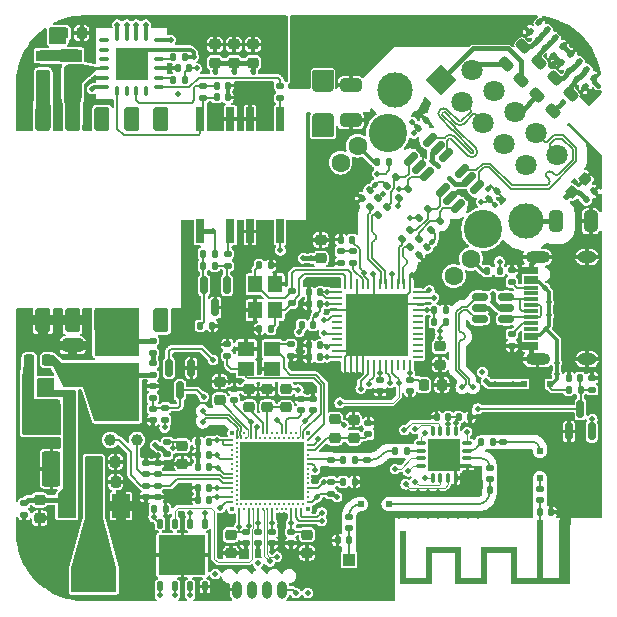
<source format=gtl>
G04 #@! TF.GenerationSoftware,KiCad,Pcbnew,(6.0.9)*
G04 #@! TF.CreationDate,2022-11-24T21:16:46+01:00*
G04 #@! TF.ProjectId,repeat-hw,72657065-6174-42d6-9877-2e6b69636164,rev?*
G04 #@! TF.SameCoordinates,Original*
G04 #@! TF.FileFunction,Copper,L1,Top*
G04 #@! TF.FilePolarity,Positive*
%FSLAX46Y46*%
G04 Gerber Fmt 4.6, Leading zero omitted, Abs format (unit mm)*
G04 Created by KiCad (PCBNEW (6.0.9)) date 2022-11-24 21:16:46*
%MOMM*%
%LPD*%
G01*
G04 APERTURE LIST*
G04 Aperture macros list*
%AMRoundRect*
0 Rectangle with rounded corners*
0 $1 Rounding radius*
0 $2 $3 $4 $5 $6 $7 $8 $9 X,Y pos of 4 corners*
0 Add a 4 corners polygon primitive as box body*
4,1,4,$2,$3,$4,$5,$6,$7,$8,$9,$2,$3,0*
0 Add four circle primitives for the rounded corners*
1,1,$1+$1,$2,$3*
1,1,$1+$1,$4,$5*
1,1,$1+$1,$6,$7*
1,1,$1+$1,$8,$9*
0 Add four rect primitives between the rounded corners*
20,1,$1+$1,$2,$3,$4,$5,0*
20,1,$1+$1,$4,$5,$6,$7,0*
20,1,$1+$1,$6,$7,$8,$9,0*
20,1,$1+$1,$8,$9,$2,$3,0*%
%AMRotRect*
0 Rectangle, with rotation*
0 The origin of the aperture is its center*
0 $1 length*
0 $2 width*
0 $3 Rotation angle, in degrees counterclockwise*
0 Add horizontal line*
21,1,$1,$2,0,0,$3*%
G04 Aperture macros list end*
G04 #@! TA.AperFunction,SMDPad,CuDef*
%ADD10C,0.400000*%
G04 #@! TD*
G04 #@! TA.AperFunction,SMDPad,CuDef*
%ADD11C,0.250000*%
G04 #@! TD*
G04 #@! TA.AperFunction,SMDPad,CuDef*
%ADD12C,0.200000*%
G04 #@! TD*
G04 #@! TA.AperFunction,SMDPad,CuDef*
%ADD13R,5.400000X5.000000*%
G04 #@! TD*
G04 #@! TA.AperFunction,SMDPad,CuDef*
%ADD14RoundRect,0.225000X0.250000X-0.225000X0.250000X0.225000X-0.250000X0.225000X-0.250000X-0.225000X0*%
G04 #@! TD*
G04 #@! TA.AperFunction,SMDPad,CuDef*
%ADD15RoundRect,0.135000X0.185000X-0.135000X0.185000X0.135000X-0.185000X0.135000X-0.185000X-0.135000X0*%
G04 #@! TD*
G04 #@! TA.AperFunction,SMDPad,CuDef*
%ADD16R,1.500000X2.400000*%
G04 #@! TD*
G04 #@! TA.AperFunction,SMDPad,CuDef*
%ADD17R,1.500000X1.050000*%
G04 #@! TD*
G04 #@! TA.AperFunction,SMDPad,CuDef*
%ADD18RoundRect,0.135000X0.035355X-0.226274X0.226274X-0.035355X-0.035355X0.226274X-0.226274X0.035355X0*%
G04 #@! TD*
G04 #@! TA.AperFunction,SMDPad,CuDef*
%ADD19RoundRect,0.140000X-0.219203X-0.021213X-0.021213X-0.219203X0.219203X0.021213X0.021213X0.219203X0*%
G04 #@! TD*
G04 #@! TA.AperFunction,SMDPad,CuDef*
%ADD20RoundRect,0.140000X0.140000X0.170000X-0.140000X0.170000X-0.140000X-0.170000X0.140000X-0.170000X0*%
G04 #@! TD*
G04 #@! TA.AperFunction,SMDPad,CuDef*
%ADD21RoundRect,0.135000X-0.035355X0.226274X-0.226274X0.035355X0.035355X-0.226274X0.226274X-0.035355X0*%
G04 #@! TD*
G04 #@! TA.AperFunction,SMDPad,CuDef*
%ADD22RoundRect,0.150000X-0.256326X-0.468458X0.468458X0.256326X0.256326X0.468458X-0.468458X-0.256326X0*%
G04 #@! TD*
G04 #@! TA.AperFunction,SMDPad,CuDef*
%ADD23RoundRect,0.218750X-0.114905X0.424264X-0.424264X0.114905X0.114905X-0.424264X0.424264X-0.114905X0*%
G04 #@! TD*
G04 #@! TA.AperFunction,SMDPad,CuDef*
%ADD24RoundRect,0.140000X-0.170000X0.140000X-0.170000X-0.140000X0.170000X-0.140000X0.170000X0.140000X0*%
G04 #@! TD*
G04 #@! TA.AperFunction,SMDPad,CuDef*
%ADD25RoundRect,0.140000X-0.140000X-0.170000X0.140000X-0.170000X0.140000X0.170000X-0.140000X0.170000X0*%
G04 #@! TD*
G04 #@! TA.AperFunction,SMDPad,CuDef*
%ADD26RoundRect,0.135000X-0.135000X-0.185000X0.135000X-0.185000X0.135000X0.185000X-0.135000X0.185000X0*%
G04 #@! TD*
G04 #@! TA.AperFunction,SMDPad,CuDef*
%ADD27RoundRect,0.225000X-0.250000X0.225000X-0.250000X-0.225000X0.250000X-0.225000X0.250000X0.225000X0*%
G04 #@! TD*
G04 #@! TA.AperFunction,SMDPad,CuDef*
%ADD28RoundRect,0.250000X0.650000X-0.325000X0.650000X0.325000X-0.650000X0.325000X-0.650000X-0.325000X0*%
G04 #@! TD*
G04 #@! TA.AperFunction,SMDPad,CuDef*
%ADD29RoundRect,0.225000X-0.225000X-0.250000X0.225000X-0.250000X0.225000X0.250000X-0.225000X0.250000X0*%
G04 #@! TD*
G04 #@! TA.AperFunction,SMDPad,CuDef*
%ADD30RoundRect,0.140000X0.170000X-0.140000X0.170000X0.140000X-0.170000X0.140000X-0.170000X-0.140000X0*%
G04 #@! TD*
G04 #@! TA.AperFunction,SMDPad,CuDef*
%ADD31R,1.200000X0.900000*%
G04 #@! TD*
G04 #@! TA.AperFunction,SMDPad,CuDef*
%ADD32R,0.640000X2.000000*%
G04 #@! TD*
G04 #@! TA.AperFunction,SMDPad,CuDef*
%ADD33RoundRect,0.135000X-0.185000X0.135000X-0.185000X-0.135000X0.185000X-0.135000X0.185000X0.135000X0*%
G04 #@! TD*
G04 #@! TA.AperFunction,SMDPad,CuDef*
%ADD34RoundRect,0.150000X-0.150000X0.587500X-0.150000X-0.587500X0.150000X-0.587500X0.150000X0.587500X0*%
G04 #@! TD*
G04 #@! TA.AperFunction,SMDPad,CuDef*
%ADD35RoundRect,0.140000X0.219203X0.021213X0.021213X0.219203X-0.219203X-0.021213X-0.021213X-0.219203X0*%
G04 #@! TD*
G04 #@! TA.AperFunction,ConnectorPad*
%ADD36R,0.500000X0.500000*%
G04 #@! TD*
G04 #@! TA.AperFunction,ComponentPad*
%ADD37R,0.900000X0.800000*%
G04 #@! TD*
G04 #@! TA.AperFunction,SMDPad,CuDef*
%ADD38R,0.500000X0.500000*%
G04 #@! TD*
G04 #@! TA.AperFunction,SMDPad,CuDef*
%ADD39R,1.150000X0.300000*%
G04 #@! TD*
G04 #@! TA.AperFunction,ComponentPad*
%ADD40O,2.100000X1.000000*%
G04 #@! TD*
G04 #@! TA.AperFunction,ComponentPad*
%ADD41O,1.600000X1.000000*%
G04 #@! TD*
G04 #@! TA.AperFunction,SMDPad,CuDef*
%ADD42RoundRect,0.062500X-0.062500X0.337500X-0.062500X-0.337500X0.062500X-0.337500X0.062500X0.337500X0*%
G04 #@! TD*
G04 #@! TA.AperFunction,SMDPad,CuDef*
%ADD43RoundRect,0.062500X-0.337500X0.062500X-0.337500X-0.062500X0.337500X-0.062500X0.337500X0.062500X0*%
G04 #@! TD*
G04 #@! TA.AperFunction,SMDPad,CuDef*
%ADD44R,5.300000X5.300000*%
G04 #@! TD*
G04 #@! TA.AperFunction,SMDPad,CuDef*
%ADD45RoundRect,0.218750X0.256250X-0.218750X0.256250X0.218750X-0.256250X0.218750X-0.256250X-0.218750X0*%
G04 #@! TD*
G04 #@! TA.AperFunction,SMDPad,CuDef*
%ADD46O,0.300000X0.950000*%
G04 #@! TD*
G04 #@! TA.AperFunction,SMDPad,CuDef*
%ADD47O,0.950000X0.300000*%
G04 #@! TD*
G04 #@! TA.AperFunction,SMDPad,CuDef*
%ADD48R,2.750000X2.750000*%
G04 #@! TD*
G04 #@! TA.AperFunction,SMDPad,CuDef*
%ADD49O,0.800000X1.500000*%
G04 #@! TD*
G04 #@! TA.AperFunction,SMDPad,CuDef*
%ADD50RoundRect,0.250000X-0.550000X1.250000X-0.550000X-1.250000X0.550000X-1.250000X0.550000X1.250000X0*%
G04 #@! TD*
G04 #@! TA.AperFunction,SMDPad,CuDef*
%ADD51RoundRect,0.135000X0.135000X0.185000X-0.135000X0.185000X-0.135000X-0.185000X0.135000X-0.185000X0*%
G04 #@! TD*
G04 #@! TA.AperFunction,SMDPad,CuDef*
%ADD52R,1.000000X1.050000*%
G04 #@! TD*
G04 #@! TA.AperFunction,SMDPad,CuDef*
%ADD53R,1.050000X2.200000*%
G04 #@! TD*
G04 #@! TA.AperFunction,SMDPad,CuDef*
%ADD54RoundRect,0.225000X0.017678X-0.335876X0.335876X-0.017678X-0.017678X0.335876X-0.335876X0.017678X0*%
G04 #@! TD*
G04 #@! TA.AperFunction,SMDPad,CuDef*
%ADD55RoundRect,0.250000X0.325000X0.650000X-0.325000X0.650000X-0.325000X-0.650000X0.325000X-0.650000X0*%
G04 #@! TD*
G04 #@! TA.AperFunction,SMDPad,CuDef*
%ADD56RoundRect,0.125000X0.125000X-0.262500X0.125000X0.262500X-0.125000X0.262500X-0.125000X-0.262500X0*%
G04 #@! TD*
G04 #@! TA.AperFunction,SMDPad,CuDef*
%ADD57R,4.000000X3.400000*%
G04 #@! TD*
G04 #@! TA.AperFunction,SMDPad,CuDef*
%ADD58RoundRect,0.127000X-0.508000X0.888000X-0.508000X-0.888000X0.508000X-0.888000X0.508000X0.888000X0*%
G04 #@! TD*
G04 #@! TA.AperFunction,SMDPad,CuDef*
%ADD59RoundRect,0.140000X-0.021213X0.219203X-0.219203X0.021213X0.021213X-0.219203X0.219203X-0.021213X0*%
G04 #@! TD*
G04 #@! TA.AperFunction,SMDPad,CuDef*
%ADD60R,1.400000X1.200000*%
G04 #@! TD*
G04 #@! TA.AperFunction,SMDPad,CuDef*
%ADD61C,1.000000*%
G04 #@! TD*
G04 #@! TA.AperFunction,SMDPad,CuDef*
%ADD62R,1.500000X2.000000*%
G04 #@! TD*
G04 #@! TA.AperFunction,SMDPad,CuDef*
%ADD63R,3.800000X2.000000*%
G04 #@! TD*
G04 #@! TA.AperFunction,SMDPad,CuDef*
%ADD64R,1.600000X1.440000*%
G04 #@! TD*
G04 #@! TA.AperFunction,SMDPad,CuDef*
%ADD65R,3.800000X4.960000*%
G04 #@! TD*
G04 #@! TA.AperFunction,SMDPad,CuDef*
%ADD66RoundRect,0.150000X0.150000X-0.587500X0.150000X0.587500X-0.150000X0.587500X-0.150000X-0.587500X0*%
G04 #@! TD*
G04 #@! TA.AperFunction,SMDPad,CuDef*
%ADD67R,1.200000X1.400000*%
G04 #@! TD*
G04 #@! TA.AperFunction,SMDPad,CuDef*
%ADD68R,0.580000X0.500000*%
G04 #@! TD*
G04 #@! TA.AperFunction,SMDPad,CuDef*
%ADD69R,0.800000X0.750000*%
G04 #@! TD*
G04 #@! TA.AperFunction,SMDPad,CuDef*
%ADD70RoundRect,0.150000X-0.512500X-0.150000X0.512500X-0.150000X0.512500X0.150000X-0.512500X0.150000X0*%
G04 #@! TD*
G04 #@! TA.AperFunction,SMDPad,CuDef*
%ADD71R,0.500000X0.580000*%
G04 #@! TD*
G04 #@! TA.AperFunction,SMDPad,CuDef*
%ADD72R,0.750000X0.800000*%
G04 #@! TD*
G04 #@! TA.AperFunction,SMDPad,CuDef*
%ADD73RoundRect,0.075000X0.337500X0.075000X-0.337500X0.075000X-0.337500X-0.075000X0.337500X-0.075000X0*%
G04 #@! TD*
G04 #@! TA.AperFunction,SMDPad,CuDef*
%ADD74RoundRect,0.075000X0.075000X0.337500X-0.075000X0.337500X-0.075000X-0.337500X0.075000X-0.337500X0*%
G04 #@! TD*
G04 #@! TA.AperFunction,ComponentPad*
%ADD75C,0.500000*%
G04 #@! TD*
G04 #@! TA.AperFunction,SMDPad,CuDef*
%ADD76R,2.700000X2.700000*%
G04 #@! TD*
G04 #@! TA.AperFunction,SMDPad,CuDef*
%ADD77RoundRect,0.140000X0.021213X-0.219203X0.219203X-0.021213X-0.021213X0.219203X-0.219203X0.021213X0*%
G04 #@! TD*
G04 #@! TA.AperFunction,WasherPad*
%ADD78C,3.250000*%
G04 #@! TD*
G04 #@! TA.AperFunction,ComponentPad*
%ADD79RotRect,1.800000X1.800000X135.000000*%
G04 #@! TD*
G04 #@! TA.AperFunction,ComponentPad*
%ADD80C,1.800000*%
G04 #@! TD*
G04 #@! TA.AperFunction,ComponentPad*
%ADD81C,1.600000*%
G04 #@! TD*
G04 #@! TA.AperFunction,ComponentPad*
%ADD82C,3.000000*%
G04 #@! TD*
G04 #@! TA.AperFunction,ViaPad*
%ADD83C,0.500000*%
G04 #@! TD*
G04 #@! TA.AperFunction,ViaPad*
%ADD84C,0.300000*%
G04 #@! TD*
G04 #@! TA.AperFunction,Conductor*
%ADD85C,0.100000*%
G04 #@! TD*
G04 #@! TA.AperFunction,Conductor*
%ADD86C,0.162300*%
G04 #@! TD*
G04 #@! TA.AperFunction,Conductor*
%ADD87C,0.200000*%
G04 #@! TD*
G04 #@! TA.AperFunction,Conductor*
%ADD88C,0.900000*%
G04 #@! TD*
G04 #@! TA.AperFunction,Conductor*
%ADD89C,0.400000*%
G04 #@! TD*
G04 #@! TA.AperFunction,Conductor*
%ADD90C,0.300000*%
G04 #@! TD*
G04 #@! TA.AperFunction,Conductor*
%ADD91C,0.150000*%
G04 #@! TD*
G04 APERTURE END LIST*
G36*
X172900000Y-127925000D02*
G01*
X172900000Y-125285000D01*
X170900000Y-125285000D01*
X170900000Y-127925000D01*
X168200000Y-127925000D01*
X168200000Y-125285000D01*
X166200000Y-125285000D01*
X166200000Y-127925000D01*
X163500000Y-127925000D01*
X163500000Y-123485000D01*
X164000000Y-123485000D01*
X164000000Y-127425000D01*
X165700000Y-127425000D01*
X165700000Y-124785000D01*
X168700000Y-124785000D01*
X168700000Y-127425000D01*
X170400000Y-127425000D01*
X170400000Y-124785000D01*
X173400000Y-124785000D01*
X173400000Y-127425000D01*
X175100000Y-127425000D01*
X175100000Y-122525000D01*
X175600000Y-122525000D01*
X175600000Y-127425000D01*
X177000000Y-127425000D01*
X177000000Y-122783158D01*
X177301778Y-122783158D01*
X177310218Y-122831417D01*
X177327112Y-122863643D01*
X177362372Y-122896313D01*
X177407682Y-122916408D01*
X177457267Y-122922982D01*
X177505353Y-122915092D01*
X177538245Y-122898186D01*
X177573185Y-122861416D01*
X177592847Y-122816622D01*
X177597583Y-122768215D01*
X177587742Y-122720605D01*
X177563674Y-122678203D01*
X177525731Y-122645419D01*
X177517819Y-122641065D01*
X177475156Y-122628957D01*
X177426637Y-122629700D01*
X177381122Y-122642600D01*
X177362511Y-122653213D01*
X177328868Y-122688447D01*
X177308309Y-122733632D01*
X177301778Y-122783158D01*
X177000000Y-122783158D01*
X177000000Y-122525000D01*
X177900000Y-122525000D01*
X177900000Y-127925000D01*
X172900000Y-127925000D01*
G37*
D10*
X155700000Y-121600000D03*
X155700000Y-115200000D03*
X149300000Y-121600000D03*
X149300000Y-115200000D03*
D11*
X150300000Y-115200000D03*
X151900000Y-115200000D03*
X152300000Y-115200000D03*
X152700000Y-115200000D03*
X153100000Y-115200000D03*
X153500000Y-115200000D03*
X153900000Y-115200000D03*
X154300000Y-115200000D03*
X154700000Y-115200000D03*
X149300000Y-119400000D03*
X155700000Y-119400000D03*
X149700000Y-119600000D03*
X149300000Y-119800000D03*
X155700000Y-119800000D03*
X149700000Y-120000000D03*
X149300000Y-120200000D03*
X155700000Y-120200000D03*
X149700000Y-120400000D03*
X149300000Y-120600000D03*
X155700000Y-120600000D03*
X149700000Y-120800000D03*
X149300000Y-121000000D03*
X155700000Y-121000000D03*
X149700000Y-121200000D03*
X150100000Y-121200000D03*
X150500000Y-121200000D03*
X150900000Y-121200000D03*
X151300000Y-121200000D03*
X151700000Y-121200000D03*
X152100000Y-121200000D03*
X152500000Y-121200000D03*
X152900000Y-121200000D03*
X153300000Y-121200000D03*
X153700000Y-121200000D03*
X154100000Y-121200000D03*
X154500000Y-121200000D03*
X154900000Y-121200000D03*
X155300000Y-121200000D03*
D12*
X149900000Y-121600000D03*
D11*
X150300000Y-121600000D03*
X150700000Y-121600000D03*
X151100000Y-121600000D03*
X151500000Y-121600000D03*
X151900000Y-121600000D03*
X152300000Y-121600000D03*
X152700000Y-121600000D03*
X153100000Y-121600000D03*
X153500000Y-121600000D03*
X153900000Y-121600000D03*
X154300000Y-121600000D03*
X154700000Y-121600000D03*
X155100000Y-121600000D03*
X149700000Y-115600000D03*
X150100000Y-115600000D03*
X150500000Y-115600000D03*
X150900000Y-115600000D03*
X151300000Y-115600000D03*
X151700000Y-115600000D03*
X152100000Y-115600000D03*
X152500000Y-115600000D03*
X152900000Y-115600000D03*
X153300000Y-115600000D03*
X153700000Y-115600000D03*
X154100000Y-115600000D03*
X154500000Y-115600000D03*
X154900000Y-115600000D03*
X155300000Y-115600000D03*
X149300000Y-115800000D03*
X155700000Y-115800000D03*
X149700000Y-116000000D03*
X149300000Y-116200000D03*
X155700000Y-116200000D03*
D13*
X152700000Y-118400000D03*
D11*
X149700000Y-116400000D03*
X149300000Y-116600000D03*
X155700000Y-116600000D03*
X149700000Y-116800000D03*
X149300000Y-117000000D03*
X155700000Y-117000000D03*
X149700000Y-117200000D03*
X149300000Y-117400000D03*
X155700000Y-117400000D03*
X149700000Y-117600000D03*
X149300000Y-117800000D03*
X155700000Y-117800000D03*
X149700000Y-118000000D03*
X149300000Y-118200000D03*
X155700000Y-118200000D03*
X149700000Y-118400000D03*
X149300000Y-118600000D03*
X155700000Y-118600000D03*
X149700000Y-118800000D03*
X149300000Y-119000000D03*
X155700000Y-119000000D03*
X149700000Y-119200000D03*
D14*
X156800000Y-100375000D03*
X156800000Y-98825000D03*
D15*
X142600000Y-112210000D03*
X142600000Y-111190000D03*
D16*
X135800000Y-85580000D03*
D17*
X135800000Y-83205000D03*
D15*
X143650000Y-114060000D03*
X143650000Y-113040000D03*
D18*
X160971466Y-96021427D03*
X161692714Y-95300179D03*
D19*
X178523940Y-85214752D03*
X179202762Y-85893574D03*
D20*
X152580000Y-106360000D03*
X151620000Y-106360000D03*
D21*
X165877638Y-96232412D03*
X165156390Y-96953660D03*
D22*
X167123915Y-94632583D03*
X167795666Y-95304334D03*
X168467417Y-95976085D03*
X170076085Y-94367417D03*
X169404334Y-93695666D03*
X168732583Y-93023915D03*
D23*
X175301301Y-83742202D03*
X173798699Y-85244804D03*
D24*
X150500000Y-123520000D03*
X150500000Y-124480000D03*
D25*
X142720000Y-121600000D03*
X143680000Y-121600000D03*
D26*
X161590000Y-92200000D03*
X162610000Y-92200000D03*
D27*
X133000000Y-120825000D03*
X133000000Y-122375000D03*
D26*
X146620000Y-106100000D03*
X147640000Y-106100000D03*
D14*
X149460000Y-83815000D03*
X149460000Y-82265000D03*
D28*
X135800000Y-110695000D03*
X135800000Y-107745000D03*
D29*
X137875000Y-117600000D03*
X139425000Y-117600000D03*
D20*
X147380000Y-119800000D03*
X146420000Y-119800000D03*
D30*
X156150000Y-113230000D03*
X156150000Y-112270000D03*
D20*
X147380000Y-115925000D03*
X146420000Y-115925000D03*
D31*
X133300000Y-86530000D03*
X133300000Y-83230000D03*
D24*
X152700000Y-123520000D03*
X152700000Y-124480000D03*
D18*
X164378573Y-99428533D03*
X165099821Y-98707285D03*
D32*
X146630000Y-98090000D03*
X149170000Y-98090000D03*
X149170000Y-88590000D03*
X146630000Y-88590000D03*
D18*
X163671466Y-98721427D03*
X164392714Y-98000179D03*
D20*
X159680000Y-117420000D03*
X158720000Y-117420000D03*
D30*
X148900000Y-108630000D03*
X148900000Y-107670000D03*
D24*
X142600000Y-113110000D03*
X142600000Y-114070000D03*
D30*
X155150000Y-113230000D03*
X155150000Y-112270000D03*
D24*
X131700000Y-121120000D03*
X131700000Y-122080000D03*
D29*
X135025000Y-81300000D03*
X136575000Y-81300000D03*
D25*
X147990000Y-85750000D03*
X148950000Y-85750000D03*
D30*
X149500000Y-112380000D03*
X149500000Y-111420000D03*
D19*
X177958255Y-83093432D03*
X178637077Y-83772254D03*
D20*
X178780000Y-110500000D03*
X177820000Y-110500000D03*
D29*
X137897500Y-119300000D03*
X139447500Y-119300000D03*
D33*
X154340000Y-103150000D03*
X154340000Y-104170000D03*
D34*
X145850000Y-109662500D03*
X143950000Y-109662500D03*
X144900000Y-111537500D03*
D20*
X167587500Y-113820000D03*
X166627500Y-113820000D03*
D24*
X143000000Y-119620000D03*
X143000000Y-120580000D03*
X154300000Y-123520000D03*
X154300000Y-124480000D03*
D14*
X148250000Y-112375000D03*
X148250000Y-110825000D03*
D30*
X172262500Y-115900000D03*
X172262500Y-114940000D03*
X171100000Y-119080000D03*
X171100000Y-118120000D03*
D25*
X155220000Y-106000000D03*
X156180000Y-106000000D03*
D35*
X177293574Y-82428751D03*
X176614752Y-81749929D03*
D36*
X175350000Y-122775000D03*
D37*
X177450000Y-122775000D03*
D15*
X142600000Y-108360000D03*
X142600000Y-107340000D03*
D28*
X157000000Y-88675000D03*
X157000000Y-85725000D03*
D27*
X166900000Y-107825000D03*
X166900000Y-109375000D03*
D14*
X150750000Y-112975000D03*
X150750000Y-111425000D03*
D35*
X175172254Y-81863066D03*
X174493432Y-81184244D03*
D15*
X146850000Y-86770000D03*
X146850000Y-85750000D03*
D20*
X171362500Y-115900000D03*
X170402500Y-115900000D03*
D25*
X166420000Y-105800000D03*
X167380000Y-105800000D03*
D38*
X174035000Y-111020000D03*
X176235000Y-111020000D03*
D39*
X174615000Y-107950000D03*
X174615000Y-107150000D03*
X174615000Y-105850000D03*
X174615000Y-104850000D03*
X174615000Y-104350000D03*
X174615000Y-103350000D03*
X174615000Y-102050000D03*
X174615000Y-101250000D03*
X174615000Y-101550000D03*
X174615000Y-102350000D03*
X174615000Y-102850000D03*
X174615000Y-103850000D03*
X174615000Y-105350000D03*
X174615000Y-106350000D03*
X174615000Y-106850000D03*
X174615000Y-107650000D03*
D40*
X175180000Y-108920000D03*
D41*
X179360000Y-100280000D03*
X179360000Y-108920000D03*
D40*
X175180000Y-100280000D03*
D20*
X156780000Y-104250000D03*
X155820000Y-104250000D03*
D15*
X173000000Y-102410000D03*
X173000000Y-101390000D03*
D21*
X166867588Y-97222361D03*
X166146340Y-97943609D03*
D42*
X164350000Y-102550000D03*
X163850000Y-102550000D03*
X163350000Y-102550000D03*
X162850000Y-102550000D03*
X162350000Y-102550000D03*
X161850000Y-102550000D03*
X161350000Y-102550000D03*
X160850000Y-102550000D03*
X160350000Y-102550000D03*
X159850000Y-102550000D03*
X159350000Y-102550000D03*
X158850000Y-102550000D03*
D43*
X158150000Y-103250000D03*
X158150000Y-103750000D03*
X158150000Y-104250000D03*
X158150000Y-104750000D03*
X158150000Y-105250000D03*
X158150000Y-105750000D03*
X158150000Y-106250000D03*
X158150000Y-106750000D03*
X158150000Y-107250000D03*
X158150000Y-107750000D03*
X158150000Y-108250000D03*
X158150000Y-108750000D03*
D42*
X158850000Y-109450000D03*
X159350000Y-109450000D03*
X159850000Y-109450000D03*
X160350000Y-109450000D03*
X160850000Y-109450000D03*
X161350000Y-109450000D03*
X161850000Y-109450000D03*
X162350000Y-109450000D03*
X162850000Y-109450000D03*
X163350000Y-109450000D03*
X163850000Y-109450000D03*
X164350000Y-109450000D03*
D43*
X165050000Y-108750000D03*
X165050000Y-108250000D03*
X165050000Y-107750000D03*
X165050000Y-107250000D03*
X165050000Y-106750000D03*
X165050000Y-106250000D03*
X165050000Y-105750000D03*
X165050000Y-105250000D03*
X165050000Y-104750000D03*
X165050000Y-104250000D03*
X165050000Y-103750000D03*
X165050000Y-103250000D03*
D44*
X161600000Y-106000000D03*
D20*
X156780000Y-108750000D03*
X155820000Y-108750000D03*
D15*
X159500000Y-100810000D03*
X159500000Y-99790000D03*
D38*
X134000000Y-110800000D03*
X131800000Y-110800000D03*
D45*
X158000000Y-115587500D03*
X158000000Y-114012500D03*
D46*
X139600000Y-86250000D03*
X140400000Y-86250000D03*
X141200000Y-86250000D03*
X142000000Y-86250000D03*
D47*
X143150000Y-85900000D03*
X143150000Y-85100000D03*
X143150000Y-84300000D03*
X143150000Y-83500000D03*
X143150000Y-82700000D03*
X143150000Y-81900000D03*
D46*
X142000000Y-81550000D03*
X141200000Y-81550000D03*
X140400000Y-81550000D03*
X139600000Y-81550000D03*
D47*
X138450000Y-81900000D03*
X138450000Y-82700000D03*
X138450000Y-83500000D03*
X138450000Y-84300000D03*
X138450000Y-85100000D03*
X138450000Y-85900000D03*
D48*
X140800000Y-83900000D03*
D15*
X143800000Y-116960000D03*
X143800000Y-115940000D03*
D49*
X153505000Y-128429500D03*
X152235000Y-128429500D03*
X150965000Y-128429500D03*
X149695000Y-128429500D03*
D20*
X156780000Y-107750000D03*
X155820000Y-107750000D03*
D27*
X155650000Y-123775000D03*
X155650000Y-125325000D03*
D25*
X147990000Y-86750000D03*
X148950000Y-86750000D03*
D50*
X134000000Y-113800000D03*
X134000000Y-118200000D03*
D24*
X157700000Y-117420000D03*
X157700000Y-118380000D03*
D51*
X145360000Y-85300000D03*
X144340000Y-85300000D03*
D25*
X166420000Y-104750000D03*
X167380000Y-104750000D03*
D27*
X149200000Y-123795000D03*
X149200000Y-125345000D03*
D30*
X160850000Y-115280000D03*
X160850000Y-114320000D03*
D26*
X177790000Y-111500000D03*
X178810000Y-111500000D03*
D23*
X176644804Y-85085705D03*
X175142202Y-86588307D03*
D20*
X145680000Y-84300000D03*
X144720000Y-84300000D03*
D52*
X159200000Y-125900000D03*
D53*
X160675000Y-127425000D03*
X157725000Y-127425000D03*
D29*
X132125000Y-109000000D03*
X133675000Y-109000000D03*
D27*
X145100000Y-116225000D03*
X145100000Y-117775000D03*
D24*
X142000000Y-117720000D03*
X142000000Y-118680000D03*
D54*
X178051992Y-94748008D03*
X179148008Y-93651992D03*
D55*
X179675000Y-97236789D03*
X176725000Y-97236789D03*
D30*
X159200000Y-123230000D03*
X159200000Y-122270000D03*
D33*
X158500000Y-99790000D03*
X158500000Y-100810000D03*
D28*
X159350000Y-88675000D03*
X159350000Y-85725000D03*
D56*
X143195000Y-128162500D03*
X144465000Y-128162500D03*
X145735000Y-128162500D03*
X147005000Y-128162500D03*
X147005000Y-122837500D03*
X145735000Y-122837500D03*
X144465000Y-122837500D03*
X143195000Y-122837500D03*
D57*
X145100000Y-125500000D03*
D24*
X164350000Y-110651151D03*
X164350000Y-111611151D03*
D58*
X133300000Y-88600000D03*
X135800000Y-88600000D03*
X138300000Y-88600000D03*
X140800000Y-88600000D03*
X143300000Y-88575000D03*
X143300000Y-105625000D03*
X140800000Y-105600000D03*
X138300000Y-105600000D03*
X135800000Y-105600000D03*
X133300000Y-105600000D03*
D45*
X153850000Y-112987500D03*
X153850000Y-111412500D03*
D29*
X165525000Y-111100000D03*
X167075000Y-111100000D03*
D30*
X142600000Y-110230000D03*
X142600000Y-109270000D03*
D14*
X147860000Y-83815000D03*
X147860000Y-82265000D03*
D20*
X156780000Y-103250000D03*
X155820000Y-103250000D03*
D24*
X161850000Y-110642283D03*
X161850000Y-111602283D03*
D20*
X164080000Y-116675000D03*
X163120000Y-116675000D03*
D59*
X160957837Y-94607727D03*
X160279015Y-95286549D03*
D60*
X150500000Y-109750000D03*
X152700000Y-109750000D03*
X152700000Y-108050000D03*
X150500000Y-108050000D03*
D22*
X164423915Y-91932583D03*
X165095666Y-92604334D03*
X165767417Y-93276085D03*
X167376085Y-91667417D03*
X166704334Y-90995666D03*
X166032583Y-90323915D03*
D25*
X151620000Y-100960000D03*
X152580000Y-100960000D03*
D59*
X165785715Y-99435605D03*
X165106893Y-100114427D03*
D19*
X175836935Y-82527747D03*
X176515757Y-83206569D03*
D61*
X141250000Y-115750000D03*
D35*
X177859259Y-84550071D03*
X177180437Y-83871249D03*
D23*
X177988307Y-86429208D03*
X176485705Y-87931810D03*
D26*
X144340000Y-83300000D03*
X145360000Y-83300000D03*
D14*
X152300000Y-112975000D03*
X152300000Y-111425000D03*
D62*
X139900000Y-121350000D03*
D63*
X137600000Y-127650000D03*
D62*
X137600000Y-121350000D03*
X135300000Y-121350000D03*
D24*
X142000000Y-119620000D03*
X142000000Y-120580000D03*
D26*
X170928016Y-101454277D03*
X171948016Y-101454277D03*
D64*
X140621000Y-107890000D03*
X138491000Y-107890000D03*
D65*
X139556000Y-111690000D03*
D24*
X154300000Y-107670000D03*
X154300000Y-108630000D03*
X143000000Y-117720000D03*
X143000000Y-118680000D03*
D15*
X153370000Y-86790000D03*
X153370000Y-85770000D03*
D59*
X165739411Y-88660589D03*
X165060589Y-89339411D03*
D24*
X160700000Y-117420000D03*
X160700000Y-118380000D03*
D66*
X177850000Y-115037500D03*
X179750000Y-115037500D03*
X178800000Y-113162500D03*
D20*
X159480000Y-98800000D03*
X158520000Y-98800000D03*
D15*
X157700000Y-120310000D03*
X157700000Y-119290000D03*
D35*
X179980580Y-85115757D03*
X179301758Y-84436935D03*
D32*
X153370000Y-88590000D03*
X150830000Y-88590000D03*
X150830000Y-98090000D03*
X153370000Y-98090000D03*
D15*
X179800000Y-111510000D03*
X179800000Y-110490000D03*
D33*
X148950000Y-99990000D03*
X148950000Y-101010000D03*
D25*
X171100000Y-120000000D03*
X172060000Y-120000000D03*
X168482500Y-113820000D03*
X169442500Y-113820000D03*
D61*
X139000000Y-115750000D03*
D20*
X159200000Y-124250000D03*
X158240000Y-124250000D03*
D67*
X152950000Y-104760000D03*
X152950000Y-102560000D03*
X151250000Y-102560000D03*
X151250000Y-104760000D03*
D20*
X147380000Y-117000000D03*
X146420000Y-117000000D03*
X147380000Y-118050000D03*
X146420000Y-118050000D03*
D18*
X161690657Y-96730636D03*
X162411905Y-96009388D03*
D34*
X148850000Y-102662500D03*
X146950000Y-102662500D03*
X147900000Y-104537500D03*
D25*
X175349999Y-121875001D03*
X176309999Y-121875001D03*
D14*
X159600000Y-115575000D03*
X159600000Y-114025000D03*
D68*
X160240000Y-121200000D03*
X162560000Y-121200000D03*
D69*
X162350000Y-122225000D03*
X160450000Y-120175000D03*
X160450000Y-122225000D03*
X162350000Y-120175000D03*
D70*
X170262500Y-103650000D03*
X170262500Y-104600000D03*
X170262500Y-105550000D03*
X172537500Y-105550000D03*
X172537500Y-104600000D03*
X172537500Y-103650000D03*
D51*
X147870000Y-100000000D03*
X146850000Y-100000000D03*
D19*
X175271249Y-80406426D03*
X175950071Y-81085248D03*
D71*
X175350000Y-119007204D03*
X175350000Y-116687204D03*
D72*
X176375000Y-118797204D03*
X176375000Y-116897204D03*
X174325000Y-118797204D03*
X174325000Y-116897204D03*
D25*
X158720000Y-119300000D03*
X159680000Y-119300000D03*
D20*
X147380000Y-120800000D03*
X146420000Y-120800000D03*
D21*
X163177639Y-93532412D03*
X162456391Y-94253660D03*
D23*
X173957798Y-82398699D03*
X172455196Y-83901301D03*
D59*
X171739411Y-94660589D03*
X171060589Y-95339411D03*
D73*
X169225000Y-117975000D03*
X169225000Y-117325000D03*
X169225000Y-116675000D03*
X169225000Y-116025000D03*
D74*
X168237500Y-115037500D03*
X167587500Y-115037500D03*
X166937500Y-115037500D03*
X166287500Y-115037500D03*
D73*
X165300000Y-116025000D03*
X165300000Y-116675000D03*
X165300000Y-117325000D03*
X165300000Y-117975000D03*
D74*
X166287500Y-118962500D03*
X166937500Y-118962500D03*
X167587500Y-118962500D03*
X168237500Y-118962500D03*
D75*
X166162500Y-115900000D03*
X168362500Y-117000000D03*
X168362500Y-118100000D03*
D76*
X167262500Y-117000000D03*
D75*
X167262500Y-117000000D03*
X166162500Y-118100000D03*
X168362500Y-115900000D03*
X166162500Y-117000000D03*
X167262500Y-115900000D03*
X167262500Y-118100000D03*
D25*
X146880000Y-101000000D03*
X147840000Y-101000000D03*
D33*
X173000000Y-106790000D03*
X173000000Y-107810000D03*
D24*
X151500000Y-123520000D03*
X151500000Y-124480000D03*
D14*
X151060000Y-83815000D03*
X151060000Y-82265000D03*
D30*
X175350000Y-120855000D03*
X175350000Y-119895000D03*
D77*
X179250539Y-95387940D03*
X179929361Y-94709118D03*
D21*
X164167588Y-94522361D03*
X163446340Y-95243609D03*
D78*
X162477802Y-89801561D03*
X170560032Y-97883791D03*
D79*
X166964394Y-85307897D03*
D80*
X169658471Y-84409872D03*
X168760445Y-87103948D03*
X171454522Y-86205923D03*
X170556497Y-88900000D03*
X173250574Y-88001974D03*
X172352548Y-90696051D03*
X175046625Y-89798025D03*
X174148599Y-92492102D03*
X176842676Y-91594076D03*
D81*
X169520585Y-100436447D03*
X168085159Y-101871874D03*
X159925146Y-90841008D03*
X158489719Y-92276434D03*
D82*
X174226381Y-97236789D03*
X163124804Y-86135212D03*
D83*
X177300000Y-87100000D03*
X162850000Y-101700000D03*
X155700000Y-128700000D03*
X157100000Y-119300000D03*
X156025000Y-100375000D03*
X157364309Y-103249967D03*
X155325000Y-100375000D03*
X161855224Y-110110449D03*
X165820700Y-104739649D03*
X157350000Y-107900000D03*
X175567660Y-81467660D03*
X144100000Y-81900000D03*
X178919346Y-84819346D03*
X142000000Y-80600000D03*
X178254665Y-84154665D03*
X140400000Y-80600000D03*
X139600000Y-80600000D03*
X176232341Y-82132341D03*
X170100000Y-113100000D03*
D84*
X149700000Y-118800000D03*
D83*
X166900000Y-106500000D03*
X166900000Y-107100000D03*
X157500000Y-89700000D03*
X132700000Y-114500000D03*
X143600000Y-114700000D03*
X156500000Y-89700000D03*
X147700000Y-98100000D03*
X132700000Y-113200000D03*
X132000000Y-112600000D03*
X131900000Y-114900000D03*
X132000000Y-113800000D03*
X142800000Y-116200000D03*
X176100000Y-104100000D03*
X176800000Y-109200000D03*
X176800000Y-110200000D03*
X175800000Y-102900000D03*
X176100000Y-105200000D03*
X171400000Y-103400000D03*
X171400000Y-104100000D03*
X175845000Y-106345000D03*
X157120366Y-106713606D03*
D84*
X150300000Y-115200000D03*
D83*
X144322199Y-116477096D03*
X180300000Y-85800000D03*
X134180000Y-81870000D03*
X141200000Y-80600000D03*
X133650000Y-85050000D03*
X133650000Y-85800000D03*
X157500000Y-84800000D03*
X147860243Y-84547730D03*
X132950000Y-85400000D03*
X179700000Y-83500000D03*
X156500000Y-84800000D03*
X134160000Y-81100000D03*
X146300000Y-84300000D03*
X149460000Y-84540000D03*
X137450000Y-86050000D03*
X132950000Y-84650000D03*
X151051223Y-84548894D03*
X164200000Y-118400000D03*
X160900000Y-111000000D03*
D84*
X149700000Y-120800000D03*
D83*
X162700000Y-110900000D03*
X148300000Y-121500000D03*
X165637500Y-118962500D03*
D84*
X149700000Y-121200000D03*
D83*
X163400000Y-110900000D03*
X164800000Y-119300000D03*
X158420514Y-112600500D03*
D84*
X154700000Y-115200000D03*
X155700000Y-116600000D03*
D83*
X179500000Y-104250000D03*
X178528442Y-115027261D03*
X167586666Y-120200000D03*
X158600000Y-127400000D03*
X174300000Y-122000000D03*
X158900000Y-120600000D03*
X156700000Y-125300000D03*
X171000000Y-122000000D03*
X132250000Y-125250000D03*
X171000000Y-94500000D03*
X159200000Y-89800000D03*
X143400000Y-111200000D03*
X162800000Y-123600000D03*
X179300000Y-122000000D03*
X176619407Y-100269972D03*
X159800000Y-110300500D03*
X154000000Y-106500000D03*
X151500000Y-112200000D03*
X148300000Y-125300000D03*
X145000000Y-107000000D03*
X165073333Y-122200000D03*
X143000000Y-117000000D03*
X177500000Y-105500000D03*
X171350000Y-104950000D03*
X158400000Y-118300000D03*
X179378944Y-101213348D03*
X170100000Y-122200000D03*
X173000000Y-109750000D03*
X157800000Y-100800000D03*
X173700000Y-108900000D03*
X134542594Y-104997290D03*
X131700000Y-122800000D03*
X152600000Y-100200000D03*
X178250000Y-120500000D03*
X170100000Y-120200000D03*
X167586666Y-122200000D03*
X159750000Y-94000000D03*
X175200000Y-109900000D03*
X147000000Y-111000000D03*
X163600000Y-117600000D03*
X165500000Y-91400000D03*
X169262222Y-122200000D03*
X132000000Y-116750000D03*
X171400000Y-114900000D03*
X165900000Y-113800000D03*
X152700000Y-125200000D03*
X165000000Y-90900000D03*
X158200000Y-123230000D03*
X135800000Y-108700000D03*
X160200000Y-124120000D03*
X132189452Y-105576195D03*
X176200000Y-115600000D03*
X179500000Y-107000000D03*
X163600000Y-115800000D03*
X158300000Y-121300000D03*
X137500000Y-116250000D03*
X143700000Y-120900000D03*
X134500000Y-107800000D03*
X155700000Y-126300000D03*
X158400000Y-116500000D03*
X155100000Y-108400000D03*
X152535194Y-116529244D03*
X133000000Y-123400000D03*
X164235555Y-120200000D03*
X163397777Y-120200000D03*
X149000000Y-105000000D03*
X147000000Y-129000000D03*
X143800000Y-122300000D03*
X151500000Y-125200000D03*
X152000000Y-98000000D03*
X160200000Y-125010000D03*
X179400000Y-109800000D03*
X158200000Y-125900000D03*
X161400000Y-120200000D03*
X176394797Y-120441295D03*
X168900000Y-94900000D03*
X164235555Y-122200000D03*
X151600000Y-108900000D03*
X161200000Y-122200000D03*
X179800000Y-92900000D03*
X173091666Y-114900000D03*
X173600000Y-122100000D03*
X162700000Y-117600000D03*
X172262500Y-116900000D03*
X154048338Y-116562869D03*
X172000000Y-122100000D03*
X173789278Y-100289224D03*
X151000000Y-100000000D03*
X135250000Y-124250000D03*
X172800000Y-122100000D03*
X157500000Y-124200000D03*
X154000000Y-100000000D03*
X168000000Y-99250000D03*
X173920833Y-114900000D03*
X174300000Y-121300000D03*
X161650000Y-114275000D03*
X150663379Y-119488281D03*
X141200000Y-121300000D03*
X180300000Y-94000000D03*
X157000000Y-118300000D03*
X155800000Y-102600000D03*
X152445527Y-119488281D03*
X172100000Y-120800000D03*
X146400000Y-115100000D03*
X171700000Y-121500000D03*
X145400000Y-108550000D03*
X133900000Y-122400000D03*
X137142306Y-107731008D03*
X153969879Y-119477072D03*
X151600000Y-107100000D03*
X161200000Y-118300000D03*
X148700000Y-128500000D03*
X155800000Y-104900000D03*
X160000000Y-93000000D03*
X153992296Y-118064805D03*
X173091666Y-116900000D03*
X158900000Y-110400000D03*
X169400000Y-95300000D03*
X160425000Y-113550000D03*
X170700000Y-114900000D03*
X158200000Y-122300000D03*
X153100000Y-112200000D03*
X146000000Y-101000000D03*
X170200000Y-118400000D03*
X160000000Y-116500000D03*
X162800000Y-126000000D03*
X159915855Y-107793773D03*
X160000000Y-118300000D03*
X140250000Y-125000000D03*
X161984172Y-115955394D03*
X158200000Y-125010000D03*
X164400000Y-115800000D03*
X133347262Y-107018098D03*
X166000000Y-109400000D03*
X179346856Y-99371518D03*
X175600000Y-115100000D03*
X155200000Y-107700000D03*
X156000000Y-96000000D03*
X176400000Y-121200000D03*
X164800000Y-88200000D03*
X172149312Y-95450688D03*
X157800000Y-98800000D03*
X180100000Y-122000000D03*
X145700000Y-120800000D03*
X166748888Y-120200000D03*
X177000000Y-122000000D03*
X162800000Y-122800000D03*
X180200000Y-95600000D03*
X162800000Y-115800000D03*
X170200000Y-119300000D03*
X161694794Y-105999432D03*
X162800000Y-129100000D03*
X176400000Y-119700000D03*
X159908154Y-105937824D03*
X145700000Y-117000000D03*
X173700000Y-107800000D03*
X161651979Y-107284598D03*
X165911111Y-120200000D03*
X150500000Y-106900000D03*
X178100000Y-108900000D03*
X177700000Y-122000000D03*
X178000000Y-117250000D03*
X152434318Y-118019971D03*
X171250000Y-113750000D03*
X157700000Y-116500000D03*
X155200000Y-104200000D03*
X141200000Y-122800000D03*
X147700000Y-128200000D03*
X154400000Y-109400000D03*
X163350000Y-104250000D03*
X157000000Y-94000000D03*
X161200000Y-101700000D03*
X159200000Y-116500000D03*
X171400000Y-105600000D03*
X161360349Y-116260631D03*
X131750000Y-119500000D03*
X150640962Y-116506827D03*
X159200000Y-118300000D03*
X179700000Y-98600000D03*
X157342180Y-104961906D03*
X162800000Y-124400000D03*
X141200000Y-120000000D03*
X174300000Y-117900000D03*
X141750000Y-124750000D03*
X168424444Y-122200000D03*
X172200000Y-117600000D03*
X157059599Y-116507942D03*
X159000000Y-96000000D03*
X178500000Y-122000000D03*
X160700000Y-128900000D03*
X146000000Y-104000000D03*
X180000000Y-118500000D03*
X163327413Y-105999432D03*
X174300000Y-119700000D03*
X174300000Y-120500000D03*
X163300000Y-107300000D03*
X166900000Y-110300000D03*
X142550000Y-114650000D03*
X177500000Y-102250000D03*
X162800000Y-128400000D03*
X150000000Y-102000000D03*
X160200000Y-123230000D03*
X173700000Y-101400000D03*
X150200000Y-112200000D03*
X166750000Y-101000000D03*
X146750000Y-107250000D03*
X144300000Y-117800000D03*
X161617783Y-104228195D03*
X165911111Y-122200000D03*
X160200000Y-125900000D03*
X168424444Y-120200000D03*
X150900000Y-106400000D03*
X169262222Y-120200000D03*
X164500000Y-101800000D03*
X159800000Y-127400000D03*
X178600000Y-97200000D03*
X177855938Y-113867535D03*
X159700000Y-120200000D03*
X179353274Y-107990257D03*
X162000000Y-118100000D03*
X167370213Y-104054446D03*
X162800000Y-127600000D03*
X149600000Y-107000000D03*
X154300000Y-125200000D03*
X157700000Y-128900000D03*
X157000000Y-92000000D03*
X160700000Y-116500000D03*
X172200000Y-119200000D03*
X176400000Y-117800000D03*
X160700000Y-119000000D03*
X157200000Y-97900000D03*
X173750000Y-113750000D03*
X136500000Y-108700000D03*
X178300000Y-93900000D03*
X133750000Y-127250000D03*
X158400000Y-89800000D03*
X153300000Y-101000000D03*
X155800000Y-111400000D03*
X174750000Y-114900000D03*
X145700000Y-119800000D03*
X171500000Y-116800000D03*
X173250000Y-120500000D03*
X141500000Y-127750000D03*
X133600000Y-107800000D03*
X163397777Y-122200000D03*
X165073333Y-120200000D03*
X142000000Y-117000000D03*
X150300000Y-125400000D03*
X170100000Y-113900000D03*
X176250000Y-114000000D03*
X162800000Y-126800000D03*
X172200000Y-118400000D03*
X170000000Y-114900000D03*
X134547954Y-106423112D03*
X136976139Y-105592276D03*
X139900000Y-122900000D03*
X150663379Y-118008762D03*
X176500000Y-116300000D03*
X170500000Y-112250000D03*
X135100000Y-108700000D03*
X178159614Y-100308477D03*
X159850000Y-104250000D03*
X155000000Y-98000000D03*
X166748888Y-122200000D03*
X157750000Y-111750000D03*
X162800000Y-125200000D03*
X170400000Y-95600000D03*
X166700000Y-92600000D03*
X178831300Y-94968700D03*
X161600000Y-93200000D03*
X164700000Y-89800000D03*
X166250000Y-92150000D03*
X168200000Y-94100000D03*
X167750000Y-93650000D03*
X160512132Y-101612132D03*
X171550000Y-95850000D03*
X177600000Y-95200000D03*
X164560589Y-88839411D03*
X156450000Y-105150000D03*
X171950000Y-100650000D03*
X157350000Y-104250000D03*
X163477639Y-94522361D03*
X162100000Y-94900000D03*
X156616807Y-115632286D03*
X137600000Y-124600000D03*
X157350000Y-108750000D03*
X158200000Y-120600000D03*
D84*
X153100000Y-115200000D03*
D83*
X149900000Y-123100000D03*
X152700000Y-122800000D03*
X148000000Y-120600000D03*
X142674083Y-122265469D03*
X150700000Y-123000000D03*
X179800000Y-114000000D03*
X136250000Y-126000000D03*
X148000000Y-119800000D03*
X155000000Y-106600000D03*
X137600000Y-126000000D03*
X148100000Y-118100000D03*
X148000000Y-115800000D03*
X150900000Y-114200000D03*
X167594786Y-114376539D03*
X155467596Y-114147040D03*
X168237500Y-114337500D03*
X164354338Y-110109843D03*
X151500000Y-122800000D03*
X147700000Y-109000000D03*
X156300000Y-118300000D03*
X138300000Y-125300000D03*
X154300000Y-122800000D03*
X156500000Y-120600000D03*
X154700000Y-128700000D03*
X148033177Y-117027798D03*
X139000000Y-126000000D03*
X136900000Y-125300000D03*
X157100000Y-105600000D03*
X153125000Y-114100000D03*
X158775000Y-114500000D03*
X147900000Y-127100000D03*
D84*
X155700000Y-119400000D03*
X150100000Y-121200000D03*
D83*
X160200000Y-111400000D03*
X144472912Y-128894403D03*
D84*
X150900000Y-121200000D03*
D83*
X145750412Y-128893682D03*
D84*
X151300000Y-121200000D03*
D83*
X145735000Y-121950000D03*
D84*
X151700000Y-121200000D03*
X152100000Y-121200000D03*
D83*
X143195000Y-128895000D03*
X166000000Y-103100000D03*
D84*
X152500000Y-121200000D03*
X152900000Y-121200000D03*
D83*
X169200000Y-115100000D03*
D84*
X153300000Y-121200000D03*
D83*
X163900000Y-114900000D03*
X151400000Y-114700000D03*
X154900000Y-111500000D03*
D84*
X154900000Y-121200000D03*
D83*
X164800000Y-114800000D03*
D84*
X155700000Y-119000000D03*
D83*
X151500000Y-126200000D03*
X147005000Y-121950000D03*
D84*
X150300000Y-121600000D03*
D83*
X179600000Y-86300000D03*
X160000000Y-84000000D03*
X139806290Y-84875883D03*
X161000000Y-83000000D03*
X140806554Y-84133678D03*
X144750000Y-86500000D03*
X139772919Y-83499315D03*
X176500000Y-83900000D03*
X158300000Y-84800000D03*
X155000000Y-85000000D03*
X141791885Y-84900912D03*
X146050000Y-83300000D03*
X159350000Y-84600000D03*
X160400000Y-84800000D03*
X141835863Y-83493294D03*
X166400000Y-103700000D03*
X152500000Y-126043410D03*
X164000000Y-119500000D03*
X153102920Y-125643910D03*
X156900000Y-122600000D03*
X165600000Y-115200000D03*
X156900000Y-121900000D03*
X163100000Y-118200000D03*
X146900000Y-112100000D03*
D84*
X149700000Y-119200000D03*
D83*
X171580000Y-111020000D03*
X170500000Y-110000000D03*
X135500000Y-116800000D03*
X173080000Y-111020000D03*
X170800000Y-110800000D03*
X135500000Y-115400000D03*
X135500000Y-116100000D03*
X161432782Y-94132782D03*
X163350000Y-95950000D03*
X166260660Y-98960660D03*
X164346340Y-96953660D03*
X146802041Y-114200000D03*
X168800000Y-111300000D03*
X146802041Y-113300000D03*
X169700000Y-111300000D03*
D84*
X154100000Y-115600000D03*
D83*
X153400000Y-99700000D03*
X148200000Y-88600000D03*
X137550000Y-85250000D03*
X151900000Y-88600000D03*
X131640000Y-84390000D03*
X148700000Y-83000000D03*
X137405903Y-81301618D03*
X136578572Y-80404763D03*
X150300000Y-83000000D03*
X150100000Y-85900000D03*
X137250000Y-83000000D03*
X136592477Y-82205425D03*
X153000000Y-84000000D03*
X144050000Y-84300000D03*
X152200000Y-85900000D03*
X138250000Y-80250000D03*
X151200000Y-86900000D03*
X131590000Y-86840000D03*
X133000000Y-82030000D03*
D85*
X150500000Y-115600000D02*
X150650000Y-115450000D01*
X150650000Y-115450000D02*
X150650000Y-114866918D01*
X150650000Y-114866918D02*
X150600000Y-114816918D01*
D86*
X149768850Y-114754326D02*
X149768850Y-114927266D01*
X150031150Y-114645674D02*
X150031150Y-115035888D01*
X150031150Y-115035888D02*
X149993850Y-115073188D01*
X149993850Y-115326812D02*
X150031151Y-115364113D01*
X149768850Y-114927266D02*
X149731569Y-114964548D01*
X149768849Y-115531151D02*
X149700000Y-115600000D01*
X149731569Y-114964548D02*
X149731569Y-115435453D01*
X149993850Y-115073188D02*
X149993850Y-115326812D01*
X149731569Y-115435453D02*
X149768849Y-115472732D01*
X149768849Y-115472732D02*
X149768849Y-115531151D01*
X150031151Y-115364113D02*
X150031151Y-115531151D01*
X150031151Y-115531151D02*
X150100000Y-115600000D01*
D87*
X150900000Y-115600000D02*
X150900000Y-114200000D01*
D85*
X154900000Y-115600000D02*
X155050000Y-115450000D01*
X155050000Y-114564636D02*
X155467596Y-114147040D01*
X155050000Y-115450000D02*
X155050000Y-114564636D01*
D88*
X177450000Y-122775000D02*
X177450000Y-121550000D01*
D89*
X176485705Y-87931810D02*
X176485705Y-87914295D01*
X176485705Y-87914295D02*
X177300000Y-87100000D01*
D87*
X160100000Y-110400000D02*
X159700000Y-110800000D01*
X160350000Y-110150000D02*
X160100000Y-110400000D01*
X160350000Y-109450000D02*
X160350000Y-110150000D01*
X159850000Y-109450000D02*
X159850000Y-110250500D01*
X159850000Y-110250500D02*
X159800000Y-110300500D01*
X159350000Y-109450000D02*
X159350000Y-110450000D01*
X158900000Y-110400000D02*
X158850000Y-110350000D01*
X158850000Y-110350000D02*
X158850000Y-109450000D01*
D90*
X143150000Y-82700000D02*
X145800000Y-82700000D01*
X145800000Y-82700000D02*
X146050000Y-82950000D01*
X146050000Y-82950000D02*
X146050000Y-83300000D01*
D91*
X163940894Y-100390899D02*
G75*
G02*
X163750001Y-100199999I6J190899D01*
G01*
X163749992Y-101181785D02*
G75*
G02*
X163940894Y-100990892I190908J-15D01*
G01*
X164131808Y-100581785D02*
G75*
G03*
X163940894Y-100390892I-190908J-15D01*
G01*
X163940894Y-100990887D02*
G75*
G03*
X164131787Y-100799999I6J190887D01*
G01*
X164378573Y-99428533D02*
X163883599Y-99428533D01*
X163883599Y-99428533D02*
X163750001Y-99562131D01*
X163750001Y-99562131D02*
X163750001Y-100199999D01*
X164131787Y-100581785D02*
X164131787Y-100799999D01*
X163750001Y-101181785D02*
X163750001Y-101399999D01*
X163750001Y-102450001D02*
X163850000Y-102550000D01*
X163750001Y-101399999D02*
X163750001Y-102450001D01*
X163449999Y-99437867D02*
X163449999Y-102450001D01*
X161150000Y-100337866D02*
X162250001Y-101437867D01*
X161338398Y-98288398D02*
X161338399Y-98288398D01*
X161150000Y-96764235D02*
X161150000Y-98100000D01*
X161149998Y-99076796D02*
G75*
G02*
X161338398Y-98888398I188402J-4D01*
G01*
X161150000Y-99076796D02*
X161150000Y-99300000D01*
X162250001Y-102450001D02*
X162350000Y-102550000D01*
X161338399Y-98888398D02*
X161338398Y-98888398D01*
X161183599Y-96730636D02*
X161150000Y-96764235D01*
X161690657Y-96730636D02*
X161183599Y-96730636D01*
X161338399Y-98888397D02*
G75*
G03*
X161526797Y-98700000I1J188397D01*
G01*
X161526802Y-98476796D02*
G75*
G03*
X161338399Y-98288398I-188402J-4D01*
G01*
X161150000Y-99300000D02*
X161150000Y-100337866D01*
X161526797Y-98476796D02*
X161526797Y-98700000D01*
X161338398Y-98288400D02*
G75*
G02*
X161150000Y-98100000I2J188400D01*
G01*
X162250001Y-101437867D02*
X162250001Y-102450001D01*
X160850000Y-96639969D02*
X160850000Y-100462134D01*
X176519668Y-93243933D02*
X176378246Y-93102511D01*
X176519667Y-93243933D02*
X176519668Y-93243933D01*
X178150000Y-92037866D02*
X176943933Y-93243933D01*
X178150000Y-91162134D02*
X178150000Y-92037866D01*
X177237866Y-90250000D02*
X178150000Y-91162134D01*
X176095375Y-94092432D02*
G75*
G03*
X176095403Y-93668196I-212075J212132D01*
G01*
X175953983Y-93102512D02*
G75*
G02*
X176378245Y-93102512I212131J-212131D01*
G01*
X176646337Y-90250000D02*
X177237866Y-90250000D01*
X176886179Y-91594076D02*
X176200000Y-90907897D01*
X176519667Y-93243933D02*
G75*
G03*
X176943933Y-93243933I212133J212134D01*
G01*
X176200000Y-90907897D02*
X176200000Y-90696337D01*
X175953982Y-93526775D02*
X176095403Y-93668196D01*
X173012134Y-94200000D02*
X171162134Y-92350000D01*
X176200000Y-90696337D02*
X176646337Y-90250000D01*
X175954025Y-93526732D02*
G75*
G02*
X175953982Y-93102511I212075J212132D01*
G01*
X176095403Y-94092460D02*
X176095404Y-94092461D01*
X176095404Y-94092461D02*
X175987866Y-94200000D01*
X175987866Y-94200000D02*
X173012134Y-94200000D01*
X171162134Y-92350000D02*
X170537867Y-92350000D01*
X170537867Y-92350000D02*
X169993933Y-92893933D01*
X169993933Y-92893933D02*
X168862565Y-92893933D01*
X176112134Y-94500000D02*
X178450000Y-92162134D01*
X170076085Y-94367417D02*
X170206067Y-94237435D01*
X171037866Y-92650000D02*
X172887866Y-94500000D01*
X177362134Y-89950000D02*
X176522070Y-89950000D01*
X170206067Y-93106067D02*
X170662133Y-92650000D01*
X172887866Y-94500000D02*
X176112134Y-94500000D01*
X176522070Y-89950000D02*
X175972070Y-90500000D01*
X178450000Y-92162134D02*
X178450000Y-91037866D01*
X170206067Y-94237435D02*
X170206067Y-93106067D01*
X170662133Y-92650000D02*
X171037866Y-92650000D01*
X178450000Y-91037866D02*
X177362134Y-89950000D01*
X175972070Y-90500000D02*
X175792103Y-90500000D01*
X175792103Y-90500000D02*
X175090128Y-89798025D01*
D87*
X162850000Y-102550000D02*
X162850000Y-101700000D01*
D91*
X163671466Y-98721427D02*
X163671466Y-99216400D01*
X163671466Y-99216400D02*
X163449999Y-99437867D01*
X163449999Y-102450001D02*
X163350000Y-102550000D01*
X169513858Y-91473044D02*
G75*
G03*
X169725988Y-91473044I106065J106065D01*
G01*
X168294668Y-89405329D02*
X168294672Y-89405329D01*
X167446144Y-90041728D02*
G75*
G02*
X168082538Y-90041728I318197J-318197D01*
G01*
X166898706Y-87797234D02*
G75*
G02*
X167535100Y-87797234I318197J-318197D01*
G01*
X169726010Y-91473066D02*
G75*
G03*
X169725989Y-91260913I-106110J106066D01*
G01*
X167497792Y-91545710D02*
X167376085Y-91667417D01*
X168803948Y-87103948D02*
X169500000Y-87800000D01*
X167497792Y-90414339D02*
X167497792Y-91545710D01*
X169301725Y-91685177D02*
X167870407Y-90253859D01*
X169938142Y-91685198D02*
G75*
G03*
X169938121Y-91048781I-318242J318198D01*
G01*
X169500000Y-87800000D02*
X169500000Y-87987866D01*
X168294672Y-89405329D02*
X169938121Y-91048781D01*
X168294668Y-88981066D02*
G75*
G03*
X168931066Y-88981066I318199J318200D01*
G01*
X166898737Y-88433597D02*
G75*
G02*
X166898706Y-87797234I318163J318197D01*
G01*
X167110838Y-88009367D02*
G75*
G02*
X167322968Y-88009367I106065J-106065D01*
G01*
X169500000Y-87987866D02*
X168718933Y-88768933D01*
X168082536Y-89193197D02*
X168294668Y-89405329D01*
X167293933Y-90193933D02*
X166162565Y-90193933D01*
X170600000Y-88900000D02*
X169900000Y-88200000D01*
X167110869Y-88221466D02*
G75*
G02*
X167110837Y-88009366I106031J106066D01*
G01*
X169712134Y-88200000D02*
X168931066Y-88981066D01*
X167110837Y-88221498D02*
X168082536Y-89193197D01*
X168082536Y-89617460D02*
X168082537Y-89617464D01*
X168294669Y-88981066D02*
X167322969Y-88009366D01*
X169301726Y-91685176D02*
G75*
G03*
X169938120Y-91685176I318197J318197D01*
G01*
X168506802Y-88768932D02*
G75*
G03*
X168718932Y-88768932I106065J106065D01*
G01*
X167658275Y-90253859D02*
X167508316Y-90403818D01*
X167658276Y-90253860D02*
G75*
G02*
X167870406Y-90253860I106065J-106065D01*
G01*
X168294668Y-88981066D02*
X168294669Y-88981066D01*
X169900000Y-88200000D02*
X169712134Y-88200000D01*
X167508313Y-90403818D02*
X167497792Y-90414339D01*
X167508316Y-90403818D02*
X167508313Y-90403818D01*
X168506801Y-88768933D02*
X167535101Y-87797233D01*
X166898705Y-88433629D02*
X167870404Y-89405328D01*
X167870404Y-89405328D02*
X168082536Y-89617460D01*
X168082537Y-89617464D02*
X169725989Y-91260913D01*
X169513857Y-91473045D02*
X168082539Y-90041727D01*
X167446143Y-90041727D02*
X167293933Y-90193933D01*
X166162565Y-90193933D02*
X166032583Y-90323915D01*
X160850000Y-100462134D02*
X161949999Y-101562133D01*
X161949999Y-101562133D02*
X161949999Y-102450001D01*
X161949999Y-102450001D02*
X161850000Y-102550000D01*
X160971466Y-96518503D02*
X160850000Y-96639969D01*
X160971466Y-96021427D02*
X160971466Y-96518503D01*
D87*
X157700000Y-119290000D02*
X158710000Y-119290000D01*
X158710000Y-119290000D02*
X158720000Y-119300000D01*
X157110000Y-119290000D02*
X157700000Y-119290000D01*
X157100000Y-119300000D02*
X157110000Y-119290000D01*
X155700000Y-119800000D02*
X156600000Y-119800000D01*
X156600000Y-119800000D02*
X157100000Y-119300000D01*
X159350000Y-101650000D02*
X159100000Y-101400000D01*
X151250000Y-102560000D02*
X152390000Y-103700000D01*
X151250000Y-101330000D02*
X151620000Y-100960000D01*
X151250000Y-102560000D02*
X151250000Y-101330000D01*
X153790000Y-103700000D02*
X154340000Y-103150000D01*
X159350000Y-102550000D02*
X159350000Y-101650000D01*
X154340000Y-101660000D02*
X154340000Y-103150000D01*
X154600000Y-101400000D02*
X154340000Y-101660000D01*
X152390000Y-103700000D02*
X153790000Y-103700000D01*
X159100000Y-101400000D02*
X154600000Y-101400000D01*
X153750000Y-104760000D02*
X154340000Y-104170000D01*
X152950000Y-104760000D02*
X153750000Y-104760000D01*
X155000000Y-103510000D02*
X154340000Y-104170000D01*
X152950000Y-104760000D02*
X152950000Y-105990000D01*
X152950000Y-105990000D02*
X152580000Y-106360000D01*
X158850000Y-102550000D02*
X158850000Y-101850000D01*
X158850000Y-101850000D02*
X158700000Y-101700000D01*
X158700000Y-101700000D02*
X155400000Y-101700000D01*
X155400000Y-101700000D02*
X155000000Y-102100000D01*
X155000000Y-102100000D02*
X155000000Y-103510000D01*
X147950000Y-86770000D02*
X147970000Y-86750000D01*
X146485000Y-89915000D02*
X146630000Y-89770000D01*
X146850000Y-88330000D02*
X146850000Y-86770000D01*
X146630000Y-89770000D02*
X146630000Y-88550000D01*
X139600000Y-86250000D02*
X139600000Y-89399869D01*
X146630000Y-88550000D02*
X146850000Y-88330000D01*
X140115131Y-89915000D02*
X146485000Y-89915000D01*
X139600000Y-89399869D02*
X140115131Y-89915000D01*
X146850000Y-86770000D02*
X147950000Y-86770000D01*
X141200000Y-87000000D02*
X141400000Y-87200000D01*
X141200000Y-86250000D02*
X141200000Y-87000000D01*
X141400000Y-87200000D02*
X145900000Y-87200000D01*
X146100000Y-85900000D02*
X146250000Y-85750000D01*
X145900000Y-87200000D02*
X146100000Y-87000000D01*
X146100000Y-87000000D02*
X146100000Y-85900000D01*
X147970000Y-85750000D02*
X146850000Y-85750000D01*
X146250000Y-85750000D02*
X146850000Y-85750000D01*
D89*
X156800000Y-100375000D02*
X156025000Y-100375000D01*
D87*
X157280000Y-103750000D02*
X156780000Y-103250000D01*
X166420000Y-104750000D02*
X166420000Y-105800000D01*
X165050000Y-104750000D02*
X165820700Y-104739649D01*
X156780000Y-107750000D02*
X157200000Y-107750000D01*
X161850000Y-110105225D02*
X161855224Y-110110449D01*
X161850000Y-110115673D02*
X161850000Y-110800000D01*
X161850000Y-109450000D02*
X161850000Y-110105225D01*
X158150000Y-103750000D02*
X157280000Y-103750000D01*
X157500000Y-107750000D02*
X158150000Y-107750000D01*
X156780000Y-103250000D02*
X157364309Y-103249967D01*
X157200000Y-107750000D02*
X157350000Y-107900000D01*
D89*
X156025000Y-100375000D02*
X155325000Y-100375000D01*
D87*
X161855224Y-110110449D02*
X161850000Y-110115673D01*
X157364309Y-103249967D02*
X158150000Y-103250000D01*
X157350000Y-107900000D02*
X157500000Y-107750000D01*
X165820700Y-104739649D02*
X166420000Y-104750000D01*
D90*
X143150000Y-81900000D02*
X144100000Y-81900000D01*
D89*
X175950071Y-81085248D02*
X175567660Y-81467660D01*
X174636621Y-82398699D02*
X175172254Y-81863066D01*
X173957798Y-82398699D02*
X174636621Y-82398699D01*
X175567660Y-81467660D02*
X175172254Y-81863066D01*
D87*
X175350000Y-120855001D02*
X175350000Y-122775000D01*
D89*
X177988307Y-85750385D02*
X178523940Y-85214752D01*
X178523940Y-85214752D02*
X178919346Y-84819346D01*
X177988307Y-86429208D02*
X177988307Y-85750385D01*
X178919346Y-84819346D02*
X179301758Y-84436935D01*
D90*
X142000000Y-81550000D02*
X142000000Y-80600000D01*
D89*
X176644804Y-85085705D02*
X177323625Y-85085705D01*
X177323625Y-85085705D02*
X177859259Y-84550071D01*
X177859259Y-84550071D02*
X178254665Y-84154665D01*
D90*
X140400000Y-81550000D02*
X140400000Y-80600000D01*
D89*
X178254665Y-84154665D02*
X178637077Y-83772254D01*
X175301301Y-83742202D02*
X175301301Y-83063381D01*
D90*
X139600000Y-81550000D02*
X139600000Y-80600000D01*
D89*
X176232341Y-82132341D02*
X176614752Y-81749929D01*
X175836935Y-82527747D02*
X176232341Y-82132341D01*
X175301301Y-83063381D02*
X175836935Y-82527747D01*
D87*
X178810000Y-111500000D02*
X178810000Y-113152500D01*
X170100000Y-113100000D02*
X178737500Y-113100000D01*
X178780000Y-110500000D02*
X178780000Y-111470000D01*
X178737500Y-113100000D02*
X178800000Y-113162500D01*
X179790000Y-111500000D02*
X179800000Y-111510000D01*
X178780000Y-111470000D02*
X178810000Y-111500000D01*
X178810000Y-113152500D02*
X178800000Y-113162500D01*
X178810000Y-111500000D02*
X179790000Y-111500000D01*
X166900000Y-106500000D02*
X166900000Y-106280000D01*
X166900000Y-107825000D02*
X166900000Y-107100000D01*
X166900000Y-107100000D02*
X166900000Y-106500000D01*
X166900000Y-106280000D02*
X167380000Y-105800000D01*
X163120000Y-116675000D02*
X162739214Y-116675000D01*
X159680000Y-117420000D02*
X160700000Y-117420000D01*
X162032107Y-116967893D02*
X161872893Y-117127107D01*
X161165786Y-117420000D02*
X160700000Y-117420000D01*
X161872900Y-117127114D02*
G75*
G02*
X161165786Y-117420000I-707100J707114D01*
G01*
X162739214Y-116675010D02*
G75*
G03*
X162032107Y-116967893I-14J-999990D01*
G01*
X147870000Y-98270000D02*
X147700000Y-98100000D01*
D89*
X147690000Y-98090000D02*
X147700000Y-98100000D01*
D87*
X143600000Y-114110000D02*
X143650000Y-114060000D01*
X147870000Y-100000000D02*
X147870000Y-98270000D01*
X143600000Y-114700000D02*
X143600000Y-114110000D01*
D89*
X146630000Y-98090000D02*
X147690000Y-98090000D01*
X142600000Y-110230000D02*
X141016000Y-110230000D01*
X141016000Y-110230000D02*
X139556000Y-111690000D01*
D90*
X176800000Y-110200000D02*
X176800000Y-109200000D01*
D89*
X171400000Y-104100000D02*
X171400000Y-103400000D01*
D90*
X174615000Y-106850000D02*
X175340000Y-106850000D01*
X175800000Y-102900000D02*
X175250000Y-102350000D01*
X175340000Y-106850000D02*
X175845000Y-106345000D01*
X176100000Y-103200000D02*
X175800000Y-102900000D01*
X175845000Y-106345000D02*
X176100000Y-106090000D01*
X176100000Y-104100000D02*
X176100000Y-103200000D01*
X176396035Y-111003965D02*
X176800000Y-110600000D01*
X175250000Y-102350000D02*
X174615000Y-102350000D01*
D87*
X177790000Y-111500000D02*
X176400000Y-111500000D01*
D89*
X171900000Y-104600000D02*
X171400000Y-104100000D01*
D90*
X176100000Y-105200000D02*
X176100000Y-104100000D01*
X176800000Y-109200000D02*
X176800000Y-107300000D01*
X176800000Y-110600000D02*
X176800000Y-110200000D01*
D87*
X176235000Y-111335000D02*
X176235000Y-111020000D01*
D89*
X143100000Y-116450000D02*
X143050000Y-116450000D01*
X143290000Y-116450000D02*
X143100000Y-116450000D01*
D87*
X176400000Y-111500000D02*
X176235000Y-111335000D01*
D89*
X143050000Y-116450000D02*
X142800000Y-116200000D01*
D90*
X176235000Y-111003965D02*
X176396035Y-111003965D01*
X176800000Y-107300000D02*
X175845000Y-106345000D01*
D89*
X143800000Y-116960000D02*
X143290000Y-116450000D01*
D90*
X176100000Y-106090000D02*
X176100000Y-105200000D01*
D89*
X172537500Y-104600000D02*
X171900000Y-104600000D01*
D87*
X173940000Y-105850000D02*
X173000000Y-106790000D01*
X174615000Y-105850000D02*
X173940000Y-105850000D01*
X174615000Y-102850000D02*
X173440000Y-102850000D01*
X173440000Y-102850000D02*
X173000000Y-102410000D01*
X160350000Y-102150000D02*
X159610000Y-101410000D01*
X159500000Y-101300000D02*
X159610000Y-101410000D01*
X159500000Y-100810000D02*
X159500000Y-101300000D01*
X160350000Y-102550000D02*
X160350000Y-102150000D01*
X158500000Y-99790000D02*
X159500000Y-99790000D01*
X144140000Y-85100000D02*
X144340000Y-85300000D01*
X143150000Y-85100000D02*
X144140000Y-85100000D01*
X143150000Y-83500000D02*
X144340000Y-83500000D01*
D90*
X161590000Y-92200000D02*
X161284138Y-92200000D01*
X161284138Y-92200000D02*
X159925146Y-90841008D01*
X170538415Y-101454277D02*
X169520585Y-100436447D01*
X170928016Y-101454277D02*
X170538415Y-101454277D01*
D86*
X173650000Y-104650000D02*
X173650000Y-103850000D01*
X174615000Y-104850000D02*
X173850000Y-104850000D01*
X172737500Y-103850000D02*
X172537500Y-103650000D01*
X173850000Y-104850000D02*
X173650000Y-104650000D01*
X173650000Y-103850000D02*
X172737500Y-103850000D01*
X174615000Y-103850000D02*
X173650000Y-103850000D01*
X175500000Y-105200000D02*
X175350000Y-105350000D01*
X175350000Y-105350000D02*
X174615000Y-105350000D01*
X174615000Y-104350000D02*
X175350000Y-104350000D01*
X175350000Y-104350000D02*
X175500000Y-104500000D01*
X172737500Y-105350000D02*
X172537500Y-105550000D01*
X174615000Y-105350000D02*
X172737500Y-105350000D01*
X175500000Y-104500000D02*
X175500000Y-105200000D01*
D87*
X157120366Y-106713606D02*
X157083972Y-106750000D01*
X157120366Y-106713606D02*
X157156760Y-106750000D01*
X157156760Y-106750000D02*
X158150000Y-106750000D01*
X143800000Y-115940000D02*
X144340000Y-115940000D01*
X144815000Y-115940000D02*
X145100000Y-116225000D01*
X144340000Y-115940000D02*
X144815000Y-115940000D01*
X144340000Y-115940000D02*
X144340000Y-116459295D01*
X144340000Y-116459295D02*
X144322199Y-116477096D01*
D89*
X177293574Y-82428751D02*
X177632412Y-82767588D01*
X177632412Y-82767588D02*
X177958255Y-83093432D01*
X149460000Y-84540000D02*
X149460000Y-84560000D01*
D87*
X145360000Y-85300000D02*
X145360000Y-84620000D01*
X145680000Y-84300000D02*
X146300000Y-84300000D01*
D89*
X179980580Y-85480580D02*
X180300000Y-85800000D01*
X149460000Y-83815000D02*
X151060000Y-83815000D01*
X147860000Y-83815000D02*
X147860243Y-84547730D01*
X147860243Y-84547730D02*
X147860000Y-84600000D01*
X151060000Y-83815000D02*
X151051223Y-84548894D01*
X147860000Y-83815000D02*
X149460000Y-83815000D01*
D90*
X138450000Y-85900000D02*
X137600000Y-85900000D01*
D89*
X179980580Y-85115757D02*
X179980580Y-85480580D01*
D90*
X137600000Y-85900000D02*
X137450000Y-86050000D01*
X141200000Y-81550000D02*
X141200000Y-80600000D01*
D89*
X149460000Y-83815000D02*
X149460000Y-84540000D01*
D87*
X145360000Y-84620000D02*
X145680000Y-84300000D01*
D89*
X151051223Y-84548894D02*
X151060000Y-84560000D01*
D85*
X164625000Y-117975000D02*
X164200000Y-118400000D01*
D87*
X161200000Y-110500000D02*
X160900000Y-110800000D01*
X161350000Y-110350000D02*
X161200000Y-110500000D01*
X161350000Y-109450000D02*
X161350000Y-110350000D01*
D85*
X165300000Y-117975000D02*
X164625000Y-117975000D01*
D87*
X160900000Y-110800000D02*
X160900000Y-111000000D01*
D85*
X166287500Y-118962500D02*
X165637500Y-118962500D01*
D87*
X162350000Y-110050000D02*
X162500000Y-110200000D01*
X149300000Y-121000000D02*
X148800000Y-121000000D01*
X162350000Y-109450000D02*
X162350000Y-110050000D01*
X148400000Y-121400000D02*
X148300000Y-121500000D01*
X162500000Y-110200000D02*
X162700000Y-110400000D01*
X148800000Y-121000000D02*
X148400000Y-121400000D01*
X162700000Y-110400000D02*
X162700000Y-110900000D01*
X162850000Y-109450000D02*
X162850000Y-110050000D01*
X163400000Y-110600000D02*
X163400000Y-110900000D01*
X162850000Y-110050000D02*
X163100000Y-110300000D01*
D85*
X166800000Y-119600000D02*
X166937500Y-119462500D01*
X163400000Y-112100000D02*
X163400000Y-110900000D01*
X166937500Y-119462500D02*
X166937500Y-118962500D01*
X158420514Y-112600500D02*
X158428818Y-112592196D01*
X164900000Y-119400000D02*
X164800000Y-119300000D01*
X165100000Y-119600000D02*
X166800000Y-119600000D01*
X164900000Y-119400000D02*
X165100000Y-119600000D01*
X162907804Y-112592196D02*
X163400000Y-112100000D01*
X158428818Y-112592196D02*
X162907804Y-112592196D01*
D87*
X163100000Y-110300000D02*
X163400000Y-110600000D01*
X154900000Y-113900000D02*
X155150000Y-113650000D01*
X153900000Y-115200000D02*
X153900000Y-114100000D01*
X154100000Y-113900000D02*
X154900000Y-113900000D01*
X153900000Y-114100000D02*
X154100000Y-113900000D01*
X155150000Y-113650000D02*
X155150000Y-113230000D01*
X156300000Y-116600000D02*
X157312500Y-115587500D01*
X157312500Y-115587500D02*
X158000000Y-115587500D01*
X160555000Y-115575000D02*
X160850000Y-115280000D01*
X159587500Y-115587500D02*
X159600000Y-115575000D01*
X158000000Y-115587500D02*
X159587500Y-115587500D01*
X155700000Y-116600000D02*
X156300000Y-116600000D01*
X159600000Y-115575000D02*
X160555000Y-115575000D01*
X150500000Y-109750000D02*
X150500000Y-110400000D01*
X156250000Y-110550000D02*
X156800000Y-111100000D01*
X149250000Y-109750000D02*
X148900000Y-109400000D01*
X155300000Y-115034314D02*
X155300000Y-115600000D01*
X150500000Y-109750000D02*
X149250000Y-109750000D01*
X150650000Y-110550000D02*
X156250000Y-110550000D01*
X156800000Y-113534314D02*
X155300000Y-115034314D01*
X150500000Y-110400000D02*
X150650000Y-110550000D01*
X156800000Y-111100000D02*
X156800000Y-113534314D01*
X148900000Y-109400000D02*
X148900000Y-108630000D01*
X156374264Y-110250000D02*
X154250000Y-110250000D01*
X153700000Y-108800000D02*
X152950000Y-108050000D01*
X157100000Y-110975736D02*
X156374264Y-110250000D01*
X155700000Y-115800000D02*
X157100000Y-114400000D01*
X154250000Y-110250000D02*
X153700000Y-109700000D01*
X157100000Y-114400000D02*
X157100000Y-110975736D01*
X152950000Y-108050000D02*
X152700000Y-108050000D01*
X154300000Y-107670000D02*
X153080000Y-107670000D01*
X153080000Y-107670000D02*
X152700000Y-108050000D01*
X153700000Y-109700000D02*
X153700000Y-108800000D01*
X155700000Y-117400000D02*
X157500000Y-117400000D01*
X157680000Y-117400000D02*
X157700000Y-117420000D01*
X157700000Y-117420000D02*
X158720000Y-117420000D01*
X157400000Y-117400000D02*
X157680000Y-117400000D01*
D89*
X141171000Y-107340000D02*
X140621000Y-107890000D01*
X142600000Y-107340000D02*
X141171000Y-107340000D01*
D87*
X159915855Y-107793773D02*
X159850000Y-107750000D01*
X160350000Y-107250000D02*
X161600000Y-106000000D01*
D89*
X171400000Y-105000000D02*
X171400000Y-105600000D01*
D87*
X164350000Y-102550000D02*
X164350000Y-103250000D01*
X160350000Y-104750000D02*
X161600000Y-106000000D01*
X159350000Y-108250000D02*
X161600000Y-106000000D01*
X159850000Y-107750000D02*
X161600000Y-106000000D01*
X158850000Y-109450000D02*
X158850000Y-108750000D01*
X160350000Y-109450000D02*
X160350000Y-107250000D01*
X164350000Y-102550000D02*
X164350000Y-101950000D01*
X159850000Y-104250000D02*
X161600000Y-106000000D01*
D89*
X174615000Y-107950000D02*
X174615000Y-108355000D01*
X171000000Y-104600000D02*
X171300000Y-104900000D01*
D87*
X165500000Y-91400000D02*
X165500000Y-92200000D01*
X161694794Y-105999432D02*
X161600000Y-106000000D01*
X161350000Y-102550000D02*
X161350000Y-105750000D01*
X158150000Y-108250000D02*
X159350000Y-108250000D01*
X161350000Y-101850000D02*
X161200000Y-101700000D01*
X159850000Y-102550000D02*
X159850000Y-104250000D01*
X163350000Y-104250000D02*
X161694794Y-105999432D01*
D89*
X174615000Y-108355000D02*
X175180000Y-108920000D01*
D87*
X168200000Y-94900000D02*
X167795666Y-95304334D01*
X161350000Y-102550000D02*
X161350000Y-101850000D01*
X165050000Y-104250000D02*
X163350000Y-104250000D01*
D89*
X171300000Y-104900000D02*
X171350000Y-104950000D01*
D87*
X165500000Y-92200000D02*
X165095666Y-92604334D01*
X159850000Y-109450000D02*
X159915855Y-107793773D01*
D89*
X171350000Y-104950000D02*
X171400000Y-105000000D01*
D87*
X168900000Y-94900000D02*
X168200000Y-94900000D01*
X158850000Y-108750000D02*
X161600000Y-106000000D01*
X164350000Y-101950000D02*
X164500000Y-101800000D01*
D89*
X170262500Y-104600000D02*
X171000000Y-104600000D01*
X174615000Y-100845000D02*
X175180000Y-100280000D01*
X174615000Y-101250000D02*
X174615000Y-100845000D01*
D87*
X161350000Y-105750000D02*
X161600000Y-106000000D01*
X159350000Y-109450000D02*
X159350000Y-108250000D01*
X161617783Y-104228195D02*
X161350000Y-105750000D01*
X164350000Y-103250000D02*
X161600000Y-106000000D01*
X158150000Y-104750000D02*
X160350000Y-104750000D01*
D89*
X169672291Y-82600000D02*
X166964394Y-85307897D01*
X172701747Y-82600000D02*
X169672291Y-82600000D01*
X173798699Y-83696952D02*
X172701747Y-82600000D01*
X173798699Y-85244804D02*
X173798699Y-83696952D01*
D87*
X159480000Y-98976238D02*
X159480000Y-98800000D01*
X162400000Y-93100000D02*
X162300000Y-93200000D01*
X171948016Y-101454277D02*
X171948016Y-100651984D01*
X160100000Y-99596238D02*
X159480000Y-98976238D01*
X156780000Y-104820000D02*
X156450000Y-105150000D01*
D89*
X168200000Y-94100000D02*
X167750000Y-93650000D01*
X178051992Y-94748008D02*
X177600000Y-95200000D01*
D87*
X171550000Y-95850000D02*
X171600000Y-95900000D01*
D89*
X166704334Y-90995666D02*
X166200000Y-91500000D01*
X166200000Y-91500000D02*
X166200000Y-92000000D01*
D87*
X160512132Y-101887868D02*
X160512132Y-101612132D01*
X162300000Y-93200000D02*
X161600000Y-93200000D01*
X171060589Y-95360589D02*
X171550000Y-95850000D01*
X164560589Y-88839411D02*
X164521178Y-88800000D01*
X164521178Y-88800000D02*
X164500000Y-88800000D01*
X165060589Y-89339411D02*
X164560589Y-88839411D01*
D89*
X178831300Y-94968700D02*
X179250539Y-95387940D01*
D87*
X161600000Y-93200000D02*
X161500000Y-93200000D01*
X157350000Y-104250000D02*
X158150000Y-104250000D01*
X164700000Y-89700000D02*
X164700000Y-89800000D01*
X171950000Y-100650000D02*
X172000000Y-100600000D01*
X171060589Y-95339411D02*
X170800000Y-95600000D01*
D89*
X178051992Y-94748008D02*
X178610607Y-94748008D01*
D87*
X171948016Y-100651984D02*
X171950000Y-100650000D01*
X170800000Y-95600000D02*
X170400000Y-95600000D01*
D89*
X178610607Y-94748008D02*
X178831300Y-94968700D01*
X166200000Y-92100000D02*
X166250000Y-92150000D01*
D87*
X160850000Y-102225736D02*
X160512132Y-101887868D01*
X162610000Y-92200000D02*
X162610000Y-92890000D01*
X160850000Y-102550000D02*
X160850000Y-102225736D01*
X171060589Y-95339411D02*
X171060589Y-95360589D01*
X156450000Y-105150000D02*
X156180000Y-105420000D01*
D89*
X166250000Y-92150000D02*
X166700000Y-92600000D01*
D87*
X165060589Y-89339411D02*
X164700000Y-89700000D01*
X156780000Y-104250000D02*
X157350000Y-104250000D01*
X162610000Y-92890000D02*
X162400000Y-93100000D01*
X156180000Y-105420000D02*
X156180000Y-106000000D01*
D89*
X167750000Y-93650000D02*
X167700000Y-93600000D01*
D87*
X156780000Y-104250000D02*
X156780000Y-104820000D01*
D89*
X169404334Y-93695666D02*
X169000000Y-94100000D01*
X169000000Y-94100000D02*
X168500000Y-94100000D01*
X168500000Y-94100000D02*
X168200000Y-94100000D01*
D87*
X170400000Y-95600000D02*
X170300000Y-95600000D01*
D89*
X166200000Y-92000000D02*
X166200000Y-92100000D01*
D87*
X160512132Y-101612132D02*
X160100000Y-101200000D01*
X160100000Y-101200000D02*
X160100000Y-99596238D01*
D91*
X165590639Y-93452863D02*
X164459270Y-93452863D01*
X164167589Y-94522361D02*
X164167589Y-93744545D01*
X164167588Y-94522361D02*
X163477639Y-94522361D01*
X161699821Y-95300179D02*
X162100000Y-94900000D01*
X163472361Y-94522361D02*
X163450000Y-94500000D01*
X163477639Y-94522361D02*
X163472361Y-94522361D01*
X164167589Y-93744545D02*
X164459270Y-93452863D01*
X165892544Y-93401211D02*
X165715765Y-93577989D01*
X161692714Y-95300179D02*
X161699821Y-95300179D01*
X163052639Y-94447361D02*
X163052639Y-93657412D01*
X162750000Y-94750000D02*
X162750000Y-95671293D01*
X164373915Y-91957582D02*
X164197138Y-92134359D01*
X162750000Y-95671293D02*
X162411905Y-96009388D01*
X163052639Y-93657412D02*
X163177639Y-93532412D01*
X163955455Y-93532411D02*
X164247138Y-93240729D01*
X163052639Y-94447361D02*
X162750000Y-94750000D01*
X163177639Y-93532411D02*
X163955455Y-93532411D01*
X164247138Y-92109359D02*
X164247138Y-93240729D01*
X164392715Y-98000178D02*
X164887688Y-98000178D01*
X166655455Y-96232411D02*
X166947136Y-95940730D01*
X164887688Y-98000178D02*
X165877639Y-97010227D01*
X166947136Y-94809360D02*
X166947136Y-95940730D01*
X167023914Y-94532582D02*
X166847136Y-94709360D01*
X165877639Y-96232411D02*
X166655455Y-96232411D01*
X165877639Y-97010227D02*
X165877639Y-96232411D01*
X166089772Y-97222361D02*
X166867588Y-97222361D01*
X166867588Y-97222361D02*
X166867588Y-96444545D01*
X165099821Y-98212312D02*
X166089772Y-97222361D01*
X166867588Y-96444545D02*
X167159270Y-96152863D01*
X168317417Y-95901085D02*
X168140639Y-96077863D01*
X165099821Y-98707285D02*
X165099821Y-98212312D01*
X168290639Y-96152863D02*
X167159270Y-96152863D01*
D87*
X164354338Y-110109843D02*
X164350000Y-110114181D01*
X151500000Y-121600000D02*
X151500000Y-122800000D01*
X155700000Y-121000000D02*
X156100000Y-121000000D01*
X149500000Y-112801041D02*
X149500000Y-112380000D01*
X148600000Y-118600000D02*
X149300000Y-118600000D01*
X150700000Y-121600000D02*
X150700000Y-123000000D01*
X149300000Y-116200000D02*
X148600000Y-116200000D01*
X149475000Y-123520000D02*
X149200000Y-123795000D01*
X167587500Y-113820000D02*
X167594786Y-114376539D01*
X164350000Y-110114181D02*
X164350000Y-110800000D01*
X148000000Y-115800000D02*
X147505000Y-115800000D01*
X165076151Y-110651151D02*
X165525000Y-111100000D01*
X148050000Y-118050000D02*
X147380000Y-118050000D01*
X148033177Y-117027798D02*
X147900000Y-117000000D01*
X148500000Y-116100000D02*
X148500000Y-115800000D01*
X164350000Y-110105505D02*
X164354338Y-110109843D01*
X156150000Y-113464636D02*
X155467596Y-114147040D01*
X146750000Y-108050000D02*
X144100000Y-108050000D01*
X155395000Y-123520000D02*
X155650000Y-123775000D01*
X156780000Y-108750000D02*
X157350000Y-108750000D01*
X157350000Y-108750000D02*
X158150000Y-108750000D01*
X155700000Y-117800000D02*
X156100000Y-117800000D01*
X156100000Y-117800000D02*
X156300000Y-118000000D01*
X149300000Y-120600000D02*
X148000000Y-120600000D01*
X156790000Y-120310000D02*
X157700000Y-120310000D01*
X158200000Y-120600000D02*
X157910000Y-120310000D01*
X153505000Y-128429500D02*
X154429500Y-128429500D01*
X143195000Y-122837500D02*
X142700000Y-122342500D01*
X148000000Y-119800000D02*
X147380000Y-119800000D01*
X168237500Y-114065000D02*
X168482500Y-113820000D01*
X152700000Y-123520000D02*
X152700000Y-122800000D01*
X156500000Y-120600000D02*
X156790000Y-120310000D01*
X155220000Y-106380000D02*
X155000000Y-106600000D01*
X144100000Y-108050000D02*
X143950000Y-108200000D01*
X147900000Y-117000000D02*
X147380000Y-117000000D01*
X150898959Y-114200000D02*
X149500000Y-112801041D01*
X156300000Y-116100000D02*
X156600000Y-115800000D01*
X149900000Y-123100000D02*
X149900000Y-123500000D01*
X149300000Y-117400000D02*
X148300000Y-117400000D01*
X156616807Y-115632286D02*
X156600000Y-115700000D01*
X156300000Y-118300000D02*
X156300000Y-118400000D01*
X148500000Y-115800000D02*
X148000000Y-115800000D01*
X149900000Y-123500000D02*
X149920000Y-123520000D01*
X179750000Y-115037500D02*
X179750000Y-114050000D01*
X147505000Y-115800000D02*
X147380000Y-115925000D01*
X149920000Y-123520000D02*
X149475000Y-123520000D01*
X152700000Y-122800000D02*
X152700000Y-121600000D01*
X148600000Y-116200000D02*
X148500000Y-116100000D01*
X156600000Y-115800000D02*
X156616807Y-115632286D01*
X147700000Y-109000000D02*
X146750000Y-108050000D01*
X142700000Y-122342500D02*
X142674083Y-122265469D01*
X154300000Y-123520000D02*
X155395000Y-123520000D01*
X148100000Y-118100000D02*
X148600000Y-118600000D01*
X148100000Y-118100000D02*
X148050000Y-118050000D01*
X150700000Y-123000000D02*
X150700000Y-123320000D01*
X167594786Y-114376539D02*
X167587500Y-115037500D01*
X149900000Y-121600000D02*
X149900000Y-123100000D01*
X142700000Y-121620000D02*
X142720000Y-121600000D01*
X148300000Y-117400000D02*
X148033177Y-117027798D01*
X164350000Y-109450000D02*
X164350000Y-110105505D01*
X168237500Y-115037500D02*
X168237500Y-114337500D01*
X167587500Y-113820000D02*
X168482500Y-113820000D01*
X143950000Y-108200000D02*
X143950000Y-109662500D01*
X156150000Y-113230000D02*
X156150000Y-113464636D01*
X168237500Y-114337500D02*
X168237500Y-114065000D01*
X157910000Y-120310000D02*
X157700000Y-120310000D01*
X142674083Y-122265469D02*
X142700000Y-121620000D01*
X148000000Y-120600000D02*
X147580000Y-120600000D01*
X150500000Y-123520000D02*
X149920000Y-123520000D01*
X149300000Y-119800000D02*
X148000000Y-119800000D01*
X156100000Y-121000000D02*
X156500000Y-120600000D01*
X155700000Y-116200000D02*
X156200000Y-116200000D01*
X154300000Y-122800000D02*
X154300000Y-123520000D01*
X149300000Y-115800000D02*
X148500000Y-115800000D01*
X150900000Y-114200000D02*
X150898959Y-114200000D01*
X154300000Y-121600000D02*
X154300000Y-122800000D01*
X156300000Y-118000000D02*
X156300000Y-118300000D01*
X150700000Y-123320000D02*
X150500000Y-123520000D01*
X151500000Y-122800000D02*
X151500000Y-123520000D01*
X156200000Y-116200000D02*
X156300000Y-116100000D01*
X155220000Y-106000000D02*
X155220000Y-106380000D01*
X147580000Y-120600000D02*
X147380000Y-120800000D01*
X164350000Y-110651151D02*
X165076151Y-110651151D01*
X154429500Y-128429500D02*
X154700000Y-128700000D01*
X179750000Y-114050000D02*
X179800000Y-114000000D01*
X157400000Y-105600000D02*
X157100000Y-105600000D01*
X158150000Y-105250000D02*
X157750000Y-105250000D01*
X157500000Y-105500000D02*
X157400000Y-105600000D01*
X157750000Y-105250000D02*
X157500000Y-105500000D01*
X147840000Y-101000000D02*
X148940000Y-101000000D01*
X148850000Y-101110000D02*
X148950000Y-101010000D01*
X148940000Y-101000000D02*
X148950000Y-101010000D01*
X148850000Y-102662500D02*
X148850000Y-101110000D01*
X146880000Y-101000000D02*
X146880000Y-102592500D01*
X146950000Y-105770000D02*
X146620000Y-106100000D01*
X146850000Y-100970000D02*
X146880000Y-101000000D01*
X146850000Y-100000000D02*
X146850000Y-100970000D01*
X146950000Y-102662500D02*
X146950000Y-105770000D01*
X146880000Y-102592500D02*
X146950000Y-102662500D01*
X151900000Y-114300000D02*
X150750000Y-113150000D01*
X150750000Y-113150000D02*
X150750000Y-112975000D01*
X151900000Y-115200000D02*
X151900000Y-114300000D01*
X153837500Y-112975000D02*
X153850000Y-112987500D01*
X152300000Y-115200000D02*
X152300000Y-112975000D01*
X152300000Y-112975000D02*
X153837500Y-112975000D01*
X158000000Y-114012500D02*
X158287500Y-114012500D01*
X153500000Y-114475000D02*
X153125000Y-114100000D01*
X158287500Y-114012500D02*
X158775000Y-114500000D01*
X153500000Y-115200000D02*
X153500000Y-114475000D01*
X140750000Y-118750000D02*
X140750000Y-116750000D01*
X142000000Y-119620000D02*
X141620000Y-119620000D01*
X144600000Y-119100000D02*
X144080000Y-119620000D01*
X141620000Y-119620000D02*
X140750000Y-118750000D01*
X140750000Y-116750000D02*
X139750000Y-115750000D01*
X149300000Y-119400000D02*
X148500000Y-119400000D01*
X148500000Y-119400000D02*
X148200000Y-119100000D01*
X144080000Y-119620000D02*
X142000000Y-119620000D01*
X139750000Y-115750000D02*
X139000000Y-115750000D01*
X148200000Y-119100000D02*
X144600000Y-119100000D01*
D89*
X173728535Y-88001974D02*
X175142202Y-86588307D01*
X173250574Y-88001974D02*
X173728535Y-88001974D01*
X172455196Y-83901301D02*
X170167042Y-83901301D01*
X170167042Y-83901301D02*
X169658471Y-84409872D01*
D87*
X148950000Y-99990000D02*
X148950000Y-98310000D01*
X148950000Y-98310000D02*
X149170000Y-98090000D01*
X143150000Y-85900000D02*
X145667157Y-85900000D01*
X146467157Y-85100000D02*
X153200000Y-85100000D01*
X153370000Y-85270000D02*
X153370000Y-85770000D01*
X153200000Y-85100000D02*
X153370000Y-85270000D01*
X145667157Y-85900000D02*
X146467157Y-85100000D01*
X160850000Y-109450000D02*
X160850000Y-110150000D01*
X160200000Y-110800000D02*
X160200000Y-111400000D01*
X160850000Y-110150000D02*
X160400000Y-110600000D01*
X160400000Y-110600000D02*
X160200000Y-110800000D01*
X144465000Y-128886491D02*
X144472912Y-128894403D01*
X144465000Y-128162500D02*
X144465000Y-128886491D01*
X145735000Y-128162500D02*
X145750412Y-128893682D01*
X145750412Y-128893682D02*
X145735000Y-128935000D01*
X145735000Y-122837500D02*
X145735000Y-121950000D01*
X143195000Y-128162500D02*
X143195000Y-128895000D01*
X165050000Y-103250000D02*
X165850000Y-103250000D01*
X165850000Y-103250000D02*
X166000000Y-103100000D01*
D85*
X169200000Y-116000000D02*
X169200000Y-115100000D01*
X169225000Y-116025000D02*
X169200000Y-116000000D01*
X166700000Y-114300000D02*
X166937500Y-114537500D01*
X163900000Y-114900000D02*
X164500000Y-114300000D01*
X164500000Y-114300000D02*
X166700000Y-114300000D01*
X166937500Y-114537500D02*
X166937500Y-115037500D01*
X163900000Y-114900000D02*
X163800000Y-114900000D01*
D87*
X148250000Y-112466918D02*
X148250000Y-112375000D01*
X150600000Y-114816918D02*
X148250000Y-112466918D01*
X154900000Y-111500000D02*
X154812500Y-111412500D01*
X154812500Y-111412500D02*
X153850000Y-111412500D01*
X151300000Y-115600000D02*
X151300000Y-114800000D01*
X151300000Y-114800000D02*
X151400000Y-114700000D01*
D85*
X166287500Y-114687500D02*
X166287500Y-115037500D01*
X166100000Y-114500000D02*
X166287500Y-114687500D01*
X164800000Y-114800000D02*
X165000000Y-114800000D01*
X165000000Y-114800000D02*
X165300000Y-114500000D01*
X165300000Y-114500000D02*
X166100000Y-114500000D01*
D87*
X143000000Y-118680000D02*
X142000000Y-118680000D01*
X143020000Y-118700000D02*
X143000000Y-118680000D01*
X148575736Y-119000000D02*
X148275736Y-118700000D01*
X149300000Y-119000000D02*
X148575736Y-119000000D01*
X141680000Y-118680000D02*
X141250000Y-118250000D01*
X142000000Y-118680000D02*
X141680000Y-118680000D01*
X148275736Y-118700000D02*
X143020000Y-118700000D01*
X141250000Y-118250000D02*
X141250000Y-115750000D01*
X147005000Y-122837500D02*
X147005000Y-121950000D01*
D90*
X143150000Y-82700000D02*
X142000000Y-82700000D01*
X179202762Y-85902762D02*
X179600000Y-86300000D01*
X179202762Y-85893574D02*
X179202762Y-85902762D01*
X140806554Y-84133678D02*
X140800000Y-83900000D01*
D89*
X176754594Y-83445406D02*
X176754594Y-83645406D01*
X176500000Y-83900000D02*
X176400000Y-84000000D01*
D90*
X145360000Y-83300000D02*
X146050000Y-83300000D01*
X142000000Y-82700000D02*
X140806554Y-84133678D01*
D89*
X176754594Y-83445406D02*
X177180437Y-83871249D01*
X176515757Y-83206569D02*
X176754594Y-83445406D01*
X176754594Y-83645406D02*
X176500000Y-83900000D01*
D87*
X159200000Y-123230000D02*
X159200000Y-125900000D01*
X162560000Y-121200000D02*
X170100000Y-121200000D01*
X171120000Y-119080000D02*
X171120000Y-120080000D01*
X171100000Y-120200000D02*
X171100000Y-120000000D01*
X170100000Y-121200000D02*
G75*
G03*
X171100000Y-120200000I0J1000000D01*
G01*
X175350000Y-116500000D02*
X175350000Y-116687204D01*
X172262500Y-115900000D02*
X174750000Y-115900000D01*
X171362500Y-115900000D02*
X172262500Y-115900000D01*
X175350000Y-116500000D02*
G75*
G03*
X174750000Y-115900000I-600000J0D01*
G01*
X169225000Y-117325000D02*
X170500000Y-117325000D01*
X171100000Y-117925000D02*
X171100000Y-118120000D01*
X170500000Y-117325000D02*
G75*
G02*
X171100000Y-117925000I0J-600000D01*
G01*
X169989657Y-116470342D02*
X170530342Y-115929657D01*
X169352842Y-116704657D02*
X169423971Y-116704657D01*
X169423971Y-116704649D02*
G75*
G03*
X169989657Y-116470342I29J799949D01*
G01*
D85*
X147500000Y-121500000D02*
X144700000Y-121500000D01*
X150700000Y-126100000D02*
X148100000Y-126100000D01*
X147800000Y-125800000D02*
X147800000Y-121800000D01*
X151100000Y-123199878D02*
X151000000Y-123299878D01*
X148100000Y-126100000D02*
X147800000Y-125800000D01*
X144465000Y-121735000D02*
X144465000Y-122837500D01*
X151000000Y-123299878D02*
X151000000Y-125800000D01*
X147800000Y-121800000D02*
X147500000Y-121500000D01*
X144700000Y-121500000D02*
X144465000Y-121735000D01*
X151100000Y-121600000D02*
X151100000Y-123199878D01*
X151000000Y-125800000D02*
X150700000Y-126100000D01*
X152040000Y-125583410D02*
X152040000Y-121740000D01*
X152040000Y-121740000D02*
X151900000Y-121600000D01*
D87*
X165050000Y-103750000D02*
X166350000Y-103750000D01*
X166350000Y-103750000D02*
X166400000Y-103700000D01*
D85*
X152500000Y-126043410D02*
X152040000Y-125583410D01*
X164300000Y-119800000D02*
X167300000Y-119800000D01*
X152240000Y-121660000D02*
X152300000Y-121600000D01*
X152443910Y-125643910D02*
X152240000Y-125440000D01*
X153102920Y-125643910D02*
X152443910Y-125643910D01*
X152240000Y-125440000D02*
X152240000Y-121660000D01*
X164000000Y-119500000D02*
X164300000Y-119800000D01*
X167587500Y-119512500D02*
X167587500Y-118962500D01*
X167300000Y-119800000D02*
X167587500Y-119512500D01*
D87*
X154900000Y-122500000D02*
X155000000Y-122600000D01*
X154700000Y-121600000D02*
X154700000Y-122300000D01*
X155000000Y-122600000D02*
X156900000Y-122600000D01*
D85*
X165300000Y-115500000D02*
X165600000Y-115200000D01*
D87*
X154700000Y-122300000D02*
X154900000Y-122500000D01*
D85*
X165300000Y-116025000D02*
X165300000Y-115500000D01*
X164440686Y-117325000D02*
X165300000Y-117325000D01*
X163565686Y-118200000D02*
X164440686Y-117325000D01*
D87*
X155500000Y-122300000D02*
X156500000Y-122300000D01*
X155200000Y-122300000D02*
X155500000Y-122300000D01*
X155100000Y-122200000D02*
X155200000Y-122300000D01*
D85*
X163100000Y-118200000D02*
X163565686Y-118200000D01*
D87*
X155100000Y-121600000D02*
X155100000Y-122200000D01*
X156500000Y-122300000D02*
X156900000Y-121900000D01*
X164080000Y-116675000D02*
X165300000Y-116675000D01*
X142670000Y-113040000D02*
X142600000Y-113110000D01*
X146337500Y-111537500D02*
X146900000Y-112100000D01*
X144900000Y-111537500D02*
X146337500Y-111537500D01*
X143650000Y-113040000D02*
X144710000Y-113040000D01*
X144900000Y-112850000D02*
X144900000Y-111537500D01*
X143650000Y-113040000D02*
X142670000Y-113040000D01*
X144710000Y-113040000D02*
X144900000Y-112850000D01*
X142600000Y-113110000D02*
X142600000Y-112210000D01*
D89*
X133000000Y-120825000D02*
X134775000Y-120825000D01*
X171020000Y-111020000D02*
X170800000Y-110800000D01*
X134775000Y-120825000D02*
X135300000Y-121350000D01*
X131995000Y-120825000D02*
X131700000Y-121120000D01*
X173080000Y-111020000D02*
X171580000Y-111020000D01*
X174035000Y-111020000D02*
X173080000Y-111020000D01*
X133000000Y-120825000D02*
X131995000Y-120825000D01*
X171580000Y-111020000D02*
X171020000Y-111020000D01*
X176725000Y-97236789D02*
X174226381Y-97236789D01*
X142600000Y-109270000D02*
X142600000Y-108360000D01*
D87*
X163446340Y-95853660D02*
X163350000Y-95950000D01*
X162100000Y-93900000D02*
X161665564Y-93900000D01*
X163446340Y-95243609D02*
X163446340Y-95853660D01*
X161665564Y-93900000D02*
X161432782Y-94132782D01*
X161432782Y-94132782D02*
X160957837Y-94607727D01*
X163350000Y-95950000D02*
X163300000Y-96000000D01*
X162453660Y-94253660D02*
X162100000Y-93900000D01*
X162456391Y-94253660D02*
X162453660Y-94253660D01*
X166500000Y-98721320D02*
X166260660Y-98960660D01*
X166260660Y-98960660D02*
X165785715Y-99435605D01*
X166146340Y-97943609D02*
X166146340Y-97946340D01*
X164346340Y-96953660D02*
X164300000Y-97000000D01*
X165156390Y-96953660D02*
X164346340Y-96953660D01*
X166146340Y-97946340D02*
X166500000Y-98300000D01*
X166500000Y-98300000D02*
X166500000Y-98721320D01*
D91*
X160971466Y-96021427D02*
X160971466Y-96028534D01*
D87*
X153370000Y-88590000D02*
X153370000Y-86790000D01*
D86*
X168268850Y-109854326D02*
X169118849Y-110704325D01*
X170050000Y-103650000D02*
X169231151Y-104468849D01*
X169231151Y-104468849D02*
X168745675Y-104468849D01*
X170262500Y-103650000D02*
X170050000Y-103650000D01*
X168745675Y-104468849D02*
X168268850Y-104945674D01*
X148895675Y-113881151D02*
X147120890Y-113881151D01*
X168268850Y-104945674D02*
X168268850Y-109854326D01*
X147120890Y-113881151D02*
X146802041Y-114200000D01*
X169118849Y-110704325D02*
X169118849Y-110981151D01*
X169118849Y-110981151D02*
X168800000Y-111300000D01*
X149768850Y-114754326D02*
X148895675Y-113881151D01*
X168531150Y-107506006D02*
X168531150Y-107631150D01*
X170262500Y-105550000D02*
X170050000Y-105550000D01*
X170050000Y-105550000D02*
X169231151Y-104731151D01*
X150031150Y-114645674D02*
X149004325Y-113618849D01*
X169006006Y-106906006D02*
X169006006Y-107031150D01*
X169381151Y-110595675D02*
X169381151Y-110981151D01*
X168531150Y-109745674D02*
X169381151Y-110595675D01*
X169381151Y-110981151D02*
X169700000Y-111300000D01*
X168531150Y-105054326D02*
X168531150Y-106431150D01*
X169231151Y-104731151D02*
X168854325Y-104731151D01*
X149004325Y-113618849D02*
X147120890Y-113618849D01*
X147120890Y-113618849D02*
X146802041Y-113300000D01*
X168854325Y-104731151D02*
X168531150Y-105054326D01*
X168531150Y-107631150D02*
X168531150Y-109745674D01*
X169006022Y-106906006D02*
G75*
G03*
X168768578Y-106668578I-237422J6D01*
G01*
X168768578Y-107268606D02*
G75*
G03*
X169006006Y-107031150I22J237406D01*
G01*
X168531178Y-107506006D02*
G75*
G02*
X168768578Y-107268578I237422J6D01*
G01*
X168768578Y-106668650D02*
G75*
G02*
X168531150Y-106431150I22J237450D01*
G01*
D87*
X153370000Y-99670000D02*
X153400000Y-99700000D01*
X153370000Y-98090000D02*
X153370000Y-99670000D01*
D90*
X137700000Y-85100000D02*
X137550000Y-85250000D01*
X143150000Y-84300000D02*
X144050000Y-84300000D01*
X138450000Y-85100000D02*
X137700000Y-85100000D01*
X143150000Y-84300000D02*
X144720000Y-84300000D01*
D87*
X148950000Y-88330000D02*
X149170000Y-88550000D01*
D91*
X168762565Y-92793933D02*
X168632583Y-92923915D01*
X167487792Y-91555710D02*
X167376085Y-91667417D01*
D87*
X175350000Y-119007204D02*
X175350000Y-119895000D01*
X160240000Y-121200000D02*
X160200000Y-121200000D01*
X159200000Y-122270000D02*
X159200000Y-122200000D01*
X160200000Y-121200000D02*
G75*
G03*
X159200000Y-122200000I0J-1000000D01*
G01*
G04 #@! TA.AperFunction,Conductor*
G36*
X157859191Y-88618907D02*
G01*
X157895155Y-88668407D01*
X157900000Y-88699000D01*
X157900000Y-90001000D01*
X157881093Y-90059191D01*
X157831593Y-90095155D01*
X157801000Y-90100000D01*
X156199000Y-90100000D01*
X156140809Y-90081093D01*
X156104845Y-90031593D01*
X156100000Y-90001000D01*
X156100000Y-88699000D01*
X156118907Y-88640809D01*
X156168407Y-88604845D01*
X156199000Y-88600000D01*
X157801000Y-88600000D01*
X157859191Y-88618907D01*
G37*
G04 #@! TD.AperFunction*
G04 #@! TA.AperFunction,Conductor*
G36*
X132534191Y-108768907D02*
G01*
X132570155Y-108818407D01*
X132575000Y-108849000D01*
X132575000Y-112300000D01*
X134488815Y-112300000D01*
X134547006Y-112318907D01*
X134577363Y-112354726D01*
X134789548Y-112779096D01*
X134800000Y-112823370D01*
X134800000Y-115201000D01*
X134781093Y-115259191D01*
X134731593Y-115295155D01*
X134701000Y-115300000D01*
X131649000Y-115300000D01*
X131590809Y-115281093D01*
X131554845Y-115231593D01*
X131550000Y-115201000D01*
X131550000Y-110554744D01*
X131550455Y-110545268D01*
X131674772Y-109252368D01*
X131675000Y-109250000D01*
X131675000Y-108849000D01*
X131693907Y-108790809D01*
X131743407Y-108754845D01*
X131774000Y-108750000D01*
X132476000Y-108750000D01*
X132534191Y-108768907D01*
G37*
G04 #@! TD.AperFunction*
G04 #@! TA.AperFunction,Conductor*
G36*
X178611744Y-85676761D02*
G01*
X178656674Y-85718294D01*
X178668610Y-85778304D01*
X178663325Y-85800527D01*
X178646521Y-85846694D01*
X178643559Y-85863496D01*
X178643559Y-85966079D01*
X178646520Y-85982875D01*
X178681977Y-86080292D01*
X178690872Y-86096504D01*
X178698014Y-86134119D01*
X178706065Y-86132844D01*
X178735522Y-86142415D01*
X178736869Y-86143101D01*
X178741899Y-86142305D01*
X179132758Y-85751446D01*
X179187275Y-85723669D01*
X179247707Y-85733240D01*
X179272766Y-85751446D01*
X179637154Y-86115834D01*
X179649037Y-86121888D01*
X179654068Y-86121092D01*
X179688255Y-86086904D01*
X179692531Y-86082028D01*
X179716346Y-86050992D01*
X179723546Y-86037867D01*
X179759004Y-85940448D01*
X179763469Y-85915122D01*
X179765372Y-85915458D01*
X179780872Y-85867753D01*
X179830372Y-85831789D01*
X179891558Y-85831789D01*
X179930969Y-85855940D01*
X179936913Y-85861884D01*
X179961064Y-85901297D01*
X179961281Y-85901965D01*
X179962500Y-85909661D01*
X179966035Y-85916599D01*
X179966036Y-85916602D01*
X180008940Y-86000806D01*
X180012905Y-86008587D01*
X180091413Y-86087095D01*
X180098350Y-86090630D01*
X180098352Y-86090631D01*
X180181201Y-86132844D01*
X180190339Y-86137500D01*
X180198033Y-86138719D01*
X180198034Y-86138719D01*
X180275225Y-86150945D01*
X180282594Y-86152112D01*
X180292304Y-86153650D01*
X180300000Y-86154869D01*
X180307696Y-86153650D01*
X180317407Y-86152112D01*
X180324775Y-86150945D01*
X180401966Y-86138719D01*
X180401967Y-86138719D01*
X180409661Y-86137500D01*
X180419822Y-86132323D01*
X180455555Y-86114116D01*
X180515987Y-86104545D01*
X180570504Y-86132323D01*
X180598281Y-86186839D01*
X180599500Y-86202326D01*
X180599500Y-86359492D01*
X180580593Y-86417683D01*
X180570504Y-86429496D01*
X179570004Y-87429996D01*
X179515487Y-87457773D01*
X179455055Y-87448202D01*
X179429996Y-87429996D01*
X178741350Y-86741350D01*
X178713573Y-86686833D01*
X178718324Y-86637490D01*
X178731821Y-86600406D01*
X178731821Y-86487820D01*
X178723630Y-86465314D01*
X178712998Y-86436105D01*
X178693315Y-86382026D01*
X178677230Y-86361063D01*
X178953236Y-86361063D01*
X178954032Y-86366093D01*
X178967023Y-86379084D01*
X178971869Y-86383333D01*
X179002918Y-86407158D01*
X179016040Y-86414357D01*
X179113461Y-86449816D01*
X179130257Y-86452777D01*
X179232840Y-86452777D01*
X179249636Y-86449816D01*
X179347055Y-86414358D01*
X179360180Y-86407158D01*
X179391216Y-86383343D01*
X179396092Y-86379067D01*
X179425021Y-86350139D01*
X179431076Y-86338255D01*
X179430279Y-86333223D01*
X179213848Y-86116792D01*
X179201965Y-86110738D01*
X179196934Y-86111534D01*
X178959292Y-86349177D01*
X178953236Y-86361063D01*
X178677230Y-86361063D01*
X178668848Y-86350139D01*
X178666746Y-86347400D01*
X178666745Y-86347399D01*
X178664767Y-86344821D01*
X178620573Y-86300627D01*
X178592797Y-86246112D01*
X178594118Y-86237770D01*
X178561849Y-86233666D01*
X178534074Y-86214128D01*
X178317804Y-85997859D01*
X178290026Y-85943342D01*
X178288807Y-85927855D01*
X178288807Y-85915864D01*
X178307714Y-85857673D01*
X178317803Y-85845860D01*
X178458734Y-85704929D01*
X178509425Y-85677835D01*
X178550983Y-85669569D01*
X178611744Y-85676761D01*
G37*
G04 #@! TD.AperFunction*
G04 #@! TA.AperFunction,Conductor*
G36*
X174788169Y-79803018D02*
G01*
X174799641Y-79805656D01*
X174810515Y-79803196D01*
X174816428Y-79803206D01*
X174832131Y-79801763D01*
X175098438Y-79812226D01*
X175155841Y-79833404D01*
X175189834Y-79884277D01*
X175187432Y-79945416D01*
X175149553Y-79993465D01*
X175139153Y-80000414D01*
X174865237Y-80274330D01*
X174862540Y-80278367D01*
X174862537Y-80278370D01*
X174842801Y-80307907D01*
X174825499Y-80333801D01*
X174806834Y-80427639D01*
X174825499Y-80521477D01*
X174836045Y-80537259D01*
X174852654Y-80596144D01*
X174831479Y-80653549D01*
X174780606Y-80687543D01*
X174719468Y-80685143D01*
X174693467Y-80670807D01*
X174693274Y-80670659D01*
X174680154Y-80663461D01*
X174582733Y-80628002D01*
X174565937Y-80625041D01*
X174463354Y-80625041D01*
X174446558Y-80628002D01*
X174349139Y-80663460D01*
X174336014Y-80670660D01*
X174304969Y-80694482D01*
X174300110Y-80698743D01*
X174271175Y-80727679D01*
X174265119Y-80739564D01*
X174265916Y-80744596D01*
X174635560Y-81114240D01*
X174663337Y-81168757D01*
X174653766Y-81229189D01*
X174635560Y-81254248D01*
X174493432Y-81396376D01*
X174249960Y-81639849D01*
X174243905Y-81651732D01*
X174247472Y-81674253D01*
X174245422Y-81687198D01*
X174258368Y-81685148D01*
X174290500Y-81696134D01*
X174306710Y-81705027D01*
X174404131Y-81740486D01*
X174420927Y-81743447D01*
X174523510Y-81743447D01*
X174540312Y-81740485D01*
X174586479Y-81723681D01*
X174647627Y-81721545D01*
X174698352Y-81755759D01*
X174719279Y-81813255D01*
X174717437Y-81836023D01*
X174709171Y-81877581D01*
X174682077Y-81928272D01*
X174541146Y-82069203D01*
X174486629Y-82096980D01*
X174471142Y-82098199D01*
X174459152Y-82098199D01*
X174400961Y-82079292D01*
X174389149Y-82069203D01*
X174172878Y-81852932D01*
X174145100Y-81798416D01*
X174147150Y-81785469D01*
X174134202Y-81787520D01*
X174079689Y-81759744D01*
X174042185Y-81722240D01*
X174004980Y-81693691D01*
X173997867Y-81691102D01*
X173997865Y-81691101D01*
X173907322Y-81658146D01*
X173907321Y-81658146D01*
X173899186Y-81655185D01*
X173786600Y-81655185D01*
X173778465Y-81658146D01*
X173778464Y-81658146D01*
X173734885Y-81674008D01*
X173680806Y-81693691D01*
X173643601Y-81722239D01*
X173281339Y-82084502D01*
X173252790Y-82121707D01*
X173250201Y-82128820D01*
X173250200Y-82128822D01*
X173218603Y-82215635D01*
X173214284Y-82227501D01*
X173214284Y-82340087D01*
X173222454Y-82362534D01*
X173224130Y-82367138D01*
X173226266Y-82428287D01*
X173192053Y-82479012D01*
X173131101Y-82500000D01*
X173067726Y-82500000D01*
X173009535Y-82481093D01*
X172997722Y-82471004D01*
X172952067Y-82425349D01*
X172949367Y-82422220D01*
X172947172Y-82417731D01*
X172930320Y-82402098D01*
X172910925Y-82384107D01*
X172908249Y-82381531D01*
X172894470Y-82367752D01*
X172890760Y-82365207D01*
X172886847Y-82361771D01*
X172871802Y-82347815D01*
X172865101Y-82341599D01*
X172854411Y-82337334D01*
X172835095Y-82327020D01*
X172833140Y-82325679D01*
X172833137Y-82325678D01*
X172825601Y-82320508D01*
X172799688Y-82314359D01*
X172785863Y-82309986D01*
X172767615Y-82302706D01*
X172767613Y-82302706D01*
X172761125Y-82300117D01*
X172754832Y-82299500D01*
X172748663Y-82299500D01*
X172725804Y-82296825D01*
X172725574Y-82296770D01*
X172725572Y-82296770D01*
X172716681Y-82294660D01*
X172688921Y-82298438D01*
X172687760Y-82298596D01*
X172674410Y-82299500D01*
X169725804Y-82299500D01*
X169721675Y-82299197D01*
X169716949Y-82297574D01*
X169689728Y-82298596D01*
X169667514Y-82299430D01*
X169663800Y-82299500D01*
X169644343Y-82299500D01*
X169639913Y-82300325D01*
X169634727Y-82300661D01*
X169614216Y-82301431D01*
X169614215Y-82301431D01*
X169605083Y-82301774D01*
X169596689Y-82305380D01*
X169596686Y-82305381D01*
X169594508Y-82306317D01*
X169573557Y-82312683D01*
X169562238Y-82314791D01*
X169539560Y-82328770D01*
X169526701Y-82335450D01*
X169502229Y-82345964D01*
X169497342Y-82349977D01*
X169492976Y-82354343D01*
X169474920Y-82368615D01*
X169474723Y-82368736D01*
X169474722Y-82368737D01*
X169466943Y-82373532D01*
X169461411Y-82380807D01*
X169461410Y-82380808D01*
X169449284Y-82396755D01*
X169440484Y-82406835D01*
X169376315Y-82471004D01*
X169321798Y-82498781D01*
X169306311Y-82500000D01*
X163000000Y-82500000D01*
X160439575Y-85060425D01*
X160385058Y-85088202D01*
X160324626Y-85078631D01*
X160310753Y-85070054D01*
X160218899Y-85002209D01*
X160205966Y-84995362D01*
X160090969Y-84954978D01*
X160079266Y-84952410D01*
X160056082Y-84950218D01*
X160051446Y-84950000D01*
X159515680Y-84950000D01*
X159502995Y-84954122D01*
X159500000Y-84958243D01*
X159500000Y-85776000D01*
X159481093Y-85834191D01*
X159431593Y-85870155D01*
X159401000Y-85875000D01*
X158265681Y-85875000D01*
X158252996Y-85879122D01*
X158250001Y-85883243D01*
X158250001Y-85901000D01*
X158231094Y-85959191D01*
X158181594Y-85995155D01*
X158151001Y-86000000D01*
X158099500Y-86000000D01*
X158041309Y-85981093D01*
X158005345Y-85931593D01*
X158000500Y-85901000D01*
X158000500Y-85840360D01*
X158001719Y-85824875D01*
X158002581Y-85819429D01*
X158005500Y-85801000D01*
X158005500Y-85559320D01*
X158250000Y-85559320D01*
X158254122Y-85572005D01*
X158258243Y-85575000D01*
X159184320Y-85575000D01*
X159197005Y-85570878D01*
X159200000Y-85566757D01*
X159200000Y-84965681D01*
X159195878Y-84952996D01*
X159191757Y-84950001D01*
X158648557Y-84950001D01*
X158643914Y-84950220D01*
X158620731Y-84952411D01*
X158609035Y-84954976D01*
X158494034Y-84995362D01*
X158481101Y-85002209D01*
X158384165Y-85073808D01*
X158373808Y-85084165D01*
X158302209Y-85181101D01*
X158295362Y-85194034D01*
X158254978Y-85309031D01*
X158252410Y-85320734D01*
X158250218Y-85343918D01*
X158250000Y-85348554D01*
X158250000Y-85559320D01*
X158005500Y-85559320D01*
X158005500Y-84499000D01*
X158004735Y-84489276D01*
X158004354Y-84484435D01*
X158004352Y-84484422D01*
X158004201Y-84482498D01*
X158003437Y-84477670D01*
X158001065Y-84462696D01*
X157999356Y-84451905D01*
X157996720Y-84445539D01*
X157982740Y-84411788D01*
X157982739Y-84411786D01*
X157980506Y-84406395D01*
X157965185Y-84385308D01*
X157949123Y-84363200D01*
X157944542Y-84356895D01*
X157891792Y-84318570D01*
X157871433Y-84311955D01*
X157837304Y-84300866D01*
X157837302Y-84300866D01*
X157833601Y-84299663D01*
X157829757Y-84299054D01*
X157829752Y-84299053D01*
X157804849Y-84295109D01*
X157804842Y-84295108D01*
X157801000Y-84294500D01*
X156199000Y-84294500D01*
X156191261Y-84295109D01*
X156184435Y-84295646D01*
X156184422Y-84295648D01*
X156182498Y-84295799D01*
X156180575Y-84296103D01*
X156180571Y-84296104D01*
X156172337Y-84297408D01*
X156151905Y-84300644D01*
X156146516Y-84302876D01*
X156146513Y-84302877D01*
X156111788Y-84317260D01*
X156111786Y-84317261D01*
X156106395Y-84319494D01*
X156056895Y-84355458D01*
X156018570Y-84408208D01*
X156016163Y-84415616D01*
X156002499Y-84457672D01*
X155999663Y-84466399D01*
X155999054Y-84470243D01*
X155999053Y-84470248D01*
X155995109Y-84495151D01*
X155995108Y-84495158D01*
X155994500Y-84499000D01*
X155994500Y-85801000D01*
X155994653Y-85802938D01*
X155995646Y-85815565D01*
X155995648Y-85815578D01*
X155995799Y-85817502D01*
X155996103Y-85819424D01*
X155996104Y-85819429D01*
X155998281Y-85833174D01*
X155999500Y-85848660D01*
X155999500Y-85901000D01*
X155980593Y-85959191D01*
X155931093Y-85995155D01*
X155900500Y-86000000D01*
X154192306Y-86000000D01*
X154134115Y-85981093D01*
X154122302Y-85971004D01*
X154091255Y-85939957D01*
X154089552Y-85938535D01*
X154068957Y-85921340D01*
X154068953Y-85921338D01*
X154062973Y-85916345D01*
X154055743Y-85913445D01*
X154049050Y-85909446D01*
X154050790Y-85906534D01*
X154015171Y-85876794D01*
X154000000Y-85824128D01*
X154000000Y-85713591D01*
X154018907Y-85655400D01*
X154049282Y-85628257D01*
X154052383Y-85626931D01*
X154101883Y-85590967D01*
X154129628Y-85566726D01*
X154176536Y-85488216D01*
X154184892Y-85462500D01*
X154194240Y-85433728D01*
X154194240Y-85433726D01*
X154195443Y-85430025D01*
X154198114Y-85413164D01*
X154204891Y-85370371D01*
X154204891Y-85370366D01*
X154205500Y-85366523D01*
X154205500Y-81256749D01*
X173934229Y-81256749D01*
X173937190Y-81273545D01*
X173972649Y-81370966D01*
X173979848Y-81384088D01*
X174003673Y-81415137D01*
X174007922Y-81419983D01*
X174015656Y-81427717D01*
X174027539Y-81433771D01*
X174032570Y-81432975D01*
X174270212Y-81195332D01*
X174276268Y-81183446D01*
X174275472Y-81178416D01*
X174059041Y-80961985D01*
X174047158Y-80955931D01*
X174042126Y-80956728D01*
X174007931Y-80990922D01*
X174003670Y-80995781D01*
X173979848Y-81026826D01*
X173972648Y-81039951D01*
X173937190Y-81137370D01*
X173934229Y-81154166D01*
X173934229Y-81256749D01*
X154205500Y-81256749D01*
X154205500Y-79899500D01*
X154224407Y-79841309D01*
X154273907Y-79805345D01*
X154304500Y-79800500D01*
X174765983Y-79800500D01*
X174788169Y-79803018D01*
G37*
G04 #@! TD.AperFunction*
G04 #@! TA.AperFunction,Conductor*
G36*
X175924739Y-82989756D02*
G01*
X175969669Y-83031289D01*
X175981605Y-83091299D01*
X175976320Y-83113522D01*
X175959516Y-83159689D01*
X175956554Y-83176491D01*
X175956554Y-83279074D01*
X175959515Y-83295870D01*
X175994972Y-83393287D01*
X176003867Y-83409499D01*
X176011009Y-83447114D01*
X176019060Y-83445839D01*
X176048517Y-83455410D01*
X176049864Y-83456096D01*
X176054894Y-83455300D01*
X176445753Y-83064441D01*
X176500270Y-83036664D01*
X176560702Y-83046235D01*
X176585761Y-83064441D01*
X177322565Y-83801245D01*
X177350342Y-83855762D01*
X177340771Y-83916194D01*
X177322565Y-83941253D01*
X177180437Y-84083381D01*
X176936965Y-84326854D01*
X176930910Y-84338737D01*
X176934477Y-84361258D01*
X176932427Y-84374203D01*
X176945373Y-84372153D01*
X176977505Y-84383139D01*
X176993715Y-84392032D01*
X177091136Y-84427491D01*
X177107932Y-84430452D01*
X177210515Y-84430452D01*
X177227317Y-84427490D01*
X177273484Y-84410686D01*
X177334632Y-84408550D01*
X177385357Y-84442764D01*
X177406284Y-84500260D01*
X177404442Y-84523028D01*
X177396176Y-84564586D01*
X177369082Y-84615277D01*
X177228150Y-84756209D01*
X177173633Y-84783986D01*
X177158146Y-84785205D01*
X177146158Y-84785205D01*
X177087967Y-84766298D01*
X177076155Y-84756209D01*
X176859883Y-84539937D01*
X176832105Y-84485421D01*
X176834155Y-84472474D01*
X176821207Y-84474525D01*
X176766694Y-84446749D01*
X176729191Y-84409246D01*
X176691986Y-84380697D01*
X176684873Y-84378108D01*
X176684871Y-84378107D01*
X176594328Y-84345152D01*
X176594327Y-84345152D01*
X176586192Y-84342191D01*
X176473606Y-84342191D01*
X176436523Y-84355688D01*
X176375378Y-84357823D01*
X176332662Y-84332662D01*
X176054344Y-84054344D01*
X176026567Y-83999827D01*
X176031318Y-83950484D01*
X176044815Y-83913400D01*
X176044815Y-83800814D01*
X176038943Y-83784679D01*
X176015457Y-83720153D01*
X176006309Y-83695020D01*
X175990225Y-83674058D01*
X176266231Y-83674058D01*
X176267027Y-83679088D01*
X176280018Y-83692079D01*
X176284864Y-83696328D01*
X176315913Y-83720153D01*
X176329035Y-83727352D01*
X176426456Y-83762811D01*
X176443252Y-83765772D01*
X176522234Y-83765772D01*
X176580425Y-83784679D01*
X176616389Y-83834179D01*
X176621234Y-83864772D01*
X176621234Y-83943754D01*
X176624195Y-83960550D01*
X176659654Y-84057971D01*
X176666853Y-84071093D01*
X176690678Y-84102142D01*
X176694927Y-84106988D01*
X176702661Y-84114722D01*
X176714544Y-84120776D01*
X176719575Y-84119980D01*
X176957217Y-83882337D01*
X176963273Y-83870451D01*
X176962477Y-83865421D01*
X176526843Y-83429787D01*
X176514960Y-83423733D01*
X176509929Y-83424529D01*
X176272287Y-83662172D01*
X176266231Y-83674058D01*
X175990225Y-83674058D01*
X175983094Y-83664765D01*
X175979740Y-83660394D01*
X175979739Y-83660393D01*
X175977761Y-83657815D01*
X175933568Y-83613622D01*
X175905792Y-83559107D01*
X175907113Y-83550765D01*
X175874844Y-83546661D01*
X175847069Y-83527123D01*
X175630798Y-83310853D01*
X175603020Y-83256336D01*
X175601801Y-83240849D01*
X175601801Y-83228860D01*
X175620708Y-83170669D01*
X175630797Y-83158856D01*
X175771729Y-83017924D01*
X175822420Y-82990830D01*
X175863978Y-82982564D01*
X175924739Y-82989756D01*
G37*
G04 #@! TD.AperFunction*
G04 #@! TA.AperFunction,Conductor*
G36*
X134209191Y-110568907D02*
G01*
X134245155Y-110618407D01*
X134250000Y-110649000D01*
X134250000Y-111500000D01*
X135951000Y-111500000D01*
X136009191Y-111518907D01*
X136045155Y-111568407D01*
X136050000Y-111599000D01*
X136050000Y-122251000D01*
X136031093Y-122309191D01*
X135981593Y-122345155D01*
X135951000Y-122350000D01*
X134649000Y-122350000D01*
X134590809Y-122331093D01*
X134554845Y-122281593D01*
X134550000Y-122251000D01*
X134550000Y-120385340D01*
X134572378Y-120322649D01*
X134989147Y-119813265D01*
X135000000Y-119800000D01*
X135000000Y-119513797D01*
X135000250Y-119508497D01*
X135000171Y-119508493D01*
X135000282Y-119506143D01*
X135000500Y-119503834D01*
X135000500Y-116896166D01*
X135000282Y-116893857D01*
X135000171Y-116891507D01*
X135000250Y-116891503D01*
X135000000Y-116886203D01*
X135000000Y-115113797D01*
X135000250Y-115108497D01*
X135000171Y-115108493D01*
X135000282Y-115106143D01*
X135000500Y-115103834D01*
X135000500Y-112496166D01*
X135000282Y-112493857D01*
X135000171Y-112491507D01*
X135000250Y-112491503D01*
X135000000Y-112486203D01*
X135000000Y-112100000D01*
X134613797Y-112100000D01*
X134608497Y-112099750D01*
X134608493Y-112099829D01*
X134606143Y-112099718D01*
X134603834Y-112099500D01*
X133396166Y-112099500D01*
X133393857Y-112099718D01*
X133391507Y-112099829D01*
X133391503Y-112099750D01*
X133386203Y-112100000D01*
X132899000Y-112100000D01*
X132840809Y-112081093D01*
X132804845Y-112031593D01*
X132800000Y-112001000D01*
X132800000Y-110649000D01*
X132818907Y-110590809D01*
X132868407Y-110554845D01*
X132899000Y-110550000D01*
X134151000Y-110550000D01*
X134209191Y-110568907D01*
G37*
G04 #@! TD.AperFunction*
G04 #@! TA.AperFunction,Conductor*
G36*
X133556791Y-80879695D02*
G01*
X133590783Y-80930569D01*
X133594500Y-80957441D01*
X133594500Y-82116000D01*
X133597030Y-82148144D01*
X133601875Y-82178737D01*
X133604107Y-82184126D01*
X133604108Y-82184129D01*
X133631466Y-82250179D01*
X133638592Y-82267383D01*
X133674556Y-82316883D01*
X133676019Y-82318557D01*
X133686535Y-82330593D01*
X133698797Y-82344628D01*
X133775598Y-82390515D01*
X133815853Y-82436591D01*
X133821337Y-82497530D01*
X133789954Y-82550055D01*
X133733693Y-82574102D01*
X133724819Y-82574500D01*
X133107790Y-82574500D01*
X133106858Y-82574537D01*
X133106840Y-82574537D01*
X133092620Y-82575096D01*
X133092597Y-82575097D01*
X133091665Y-82575134D01*
X133090725Y-82575208D01*
X133090708Y-82575209D01*
X133077155Y-82576276D01*
X133077150Y-82576276D01*
X133076178Y-82576353D01*
X133075197Y-82576469D01*
X133075198Y-82576469D01*
X133061142Y-82578132D01*
X133061126Y-82578134D01*
X133060156Y-82578249D01*
X133059174Y-82578405D01*
X133058239Y-82578534D01*
X133058223Y-82578418D01*
X133044468Y-82579500D01*
X132680252Y-82579500D01*
X132654005Y-82584721D01*
X132631334Y-82589230D01*
X132631332Y-82589231D01*
X132621769Y-82591133D01*
X132555448Y-82635448D01*
X132511133Y-82701769D01*
X132499500Y-82760252D01*
X132499500Y-83124468D01*
X132498418Y-83138223D01*
X132498534Y-83138239D01*
X132498405Y-83139174D01*
X132498249Y-83140156D01*
X132496353Y-83156178D01*
X132496276Y-83157150D01*
X132496276Y-83157155D01*
X132495593Y-83165837D01*
X132495134Y-83171665D01*
X132494500Y-83187790D01*
X132494500Y-83272210D01*
X132495134Y-83288335D01*
X132496353Y-83303822D01*
X132496469Y-83304802D01*
X132497217Y-83311120D01*
X132498249Y-83319844D01*
X132498405Y-83320826D01*
X132498534Y-83321761D01*
X132498418Y-83321777D01*
X132499500Y-83335532D01*
X132499500Y-83699748D01*
X132511133Y-83758231D01*
X132555448Y-83824552D01*
X132621769Y-83868867D01*
X132631332Y-83870769D01*
X132631334Y-83870770D01*
X132654005Y-83875279D01*
X132680252Y-83880500D01*
X133044468Y-83880500D01*
X133058223Y-83881582D01*
X133058239Y-83881466D01*
X133059174Y-83881595D01*
X133060156Y-83881751D01*
X133061126Y-83881866D01*
X133061142Y-83881868D01*
X133074011Y-83883391D01*
X133076178Y-83883647D01*
X133077150Y-83883724D01*
X133077155Y-83883724D01*
X133090708Y-83884791D01*
X133090725Y-83884792D01*
X133091665Y-83884866D01*
X133092597Y-83884903D01*
X133092620Y-83884904D01*
X133106840Y-83885463D01*
X133106858Y-83885463D01*
X133107790Y-83885500D01*
X133893375Y-83885500D01*
X133897675Y-83885593D01*
X134834625Y-83926330D01*
X134891940Y-83947748D01*
X134925720Y-83998763D01*
X134923062Y-84059891D01*
X134918534Y-84070182D01*
X134893595Y-84119127D01*
X134892846Y-84120936D01*
X134882003Y-84147110D01*
X134881999Y-84147121D01*
X134881255Y-84148917D01*
X134871683Y-84178375D01*
X134871227Y-84180275D01*
X134871224Y-84180285D01*
X134866247Y-84201017D01*
X134864154Y-84209734D01*
X134861532Y-84226290D01*
X134849858Y-84300000D01*
X134848249Y-84310156D01*
X134846353Y-84326178D01*
X134845134Y-84341665D01*
X134845098Y-84342582D01*
X134845096Y-84342620D01*
X134844957Y-84346168D01*
X134844500Y-84357790D01*
X134844500Y-86748714D01*
X134844502Y-86748896D01*
X134844524Y-86751280D01*
X134844535Y-86752498D01*
X134844539Y-86752707D01*
X134844540Y-86752794D01*
X134844593Y-86755670D01*
X134844602Y-86756136D01*
X134844706Y-86759905D01*
X134844710Y-86760013D01*
X134844712Y-86760081D01*
X134844767Y-86761562D01*
X134845586Y-86783833D01*
X134846002Y-86791379D01*
X134846537Y-86798641D01*
X134847231Y-86806169D01*
X134849868Y-86829973D01*
X134850320Y-86833732D01*
X134850787Y-86837339D01*
X134851305Y-86841069D01*
X134851349Y-86841364D01*
X134851350Y-86841373D01*
X134862877Y-86919182D01*
X134949233Y-87502082D01*
X134963431Y-87597922D01*
X134964500Y-87612430D01*
X134964500Y-89032210D01*
X134964501Y-89032229D01*
X134964501Y-89501000D01*
X134945594Y-89559191D01*
X134896094Y-89595155D01*
X134865501Y-89600000D01*
X134234500Y-89600000D01*
X134176309Y-89581093D01*
X134140345Y-89531593D01*
X134135500Y-89501000D01*
X134135500Y-89289225D01*
X134136571Y-89274699D01*
X134137434Y-89268880D01*
X134137609Y-89267702D01*
X134139511Y-89248389D01*
X134140500Y-89228248D01*
X134140500Y-87718561D01*
X134140496Y-87717336D01*
X134140489Y-87716162D01*
X134140479Y-87714949D01*
X134140429Y-87710734D01*
X134140384Y-87708251D01*
X134140328Y-87705913D01*
X134140256Y-87703498D01*
X134140106Y-87699299D01*
X134140054Y-87697955D01*
X134140005Y-87696796D01*
X134139953Y-87695661D01*
X134139055Y-87676869D01*
X134105613Y-86977463D01*
X134105500Y-86972735D01*
X134105500Y-84659752D01*
X134104511Y-84639611D01*
X134102609Y-84620298D01*
X134099650Y-84600349D01*
X134088407Y-84543825D01*
X134086837Y-84535930D01*
X134086835Y-84535922D01*
X134086364Y-84533554D01*
X134074670Y-84495005D01*
X134069181Y-84481752D01*
X134060818Y-84461561D01*
X134060814Y-84461552D01*
X134059888Y-84459317D01*
X134058461Y-84456646D01*
X134048695Y-84438375D01*
X134040898Y-84423787D01*
X134008586Y-84375428D01*
X133992254Y-84355528D01*
X133984558Y-84346151D01*
X133984556Y-84346149D01*
X133983028Y-84344287D01*
X133955713Y-84316972D01*
X133953178Y-84314891D01*
X133939175Y-84303399D01*
X133924572Y-84291414D01*
X133876213Y-84259102D01*
X133851950Y-84246134D01*
X133842826Y-84241257D01*
X133842820Y-84241254D01*
X133840683Y-84240112D01*
X133838448Y-84239186D01*
X133838439Y-84239182D01*
X133818248Y-84230819D01*
X133804995Y-84225330D01*
X133802678Y-84224627D01*
X133802672Y-84224625D01*
X133778733Y-84217363D01*
X133766446Y-84213636D01*
X133764078Y-84213165D01*
X133764070Y-84213163D01*
X133735729Y-84207526D01*
X133699651Y-84200350D01*
X133679702Y-84197391D01*
X133677265Y-84197151D01*
X133661602Y-84195608D01*
X133661584Y-84195607D01*
X133660389Y-84195489D01*
X133640248Y-84194500D01*
X132959752Y-84194500D01*
X132939611Y-84195489D01*
X132938416Y-84195607D01*
X132938398Y-84195608D01*
X132930087Y-84196427D01*
X132920298Y-84197391D01*
X132915629Y-84198083D01*
X132900504Y-84199153D01*
X132888231Y-84199078D01*
X132849746Y-84210077D01*
X132841868Y-84211982D01*
X132838966Y-84212560D01*
X132835951Y-84213159D01*
X132835945Y-84213160D01*
X132833554Y-84213636D01*
X132795005Y-84225330D01*
X132793381Y-84226003D01*
X132788236Y-84227657D01*
X132764155Y-84234539D01*
X132758195Y-84238300D01*
X132758194Y-84238300D01*
X132736209Y-84252172D01*
X132730044Y-84255758D01*
X132725919Y-84257962D01*
X132725910Y-84257967D01*
X132723787Y-84259102D01*
X132721776Y-84260446D01*
X132700485Y-84274672D01*
X132698312Y-84276083D01*
X132674014Y-84291414D01*
X132655019Y-84303399D01*
X132644870Y-84314891D01*
X132635576Y-84325414D01*
X132631376Y-84329883D01*
X132616972Y-84344287D01*
X132615430Y-84346165D01*
X132615428Y-84346168D01*
X132592666Y-84373901D01*
X132590352Y-84376620D01*
X132569596Y-84400122D01*
X132566599Y-84406505D01*
X132566598Y-84406507D01*
X132555124Y-84430947D01*
X132552820Y-84435541D01*
X132541540Y-84456646D01*
X132540112Y-84459317D01*
X132539186Y-84461552D01*
X132539182Y-84461561D01*
X132528312Y-84487804D01*
X132526466Y-84491986D01*
X132514754Y-84516932D01*
X132513669Y-84523899D01*
X132513669Y-84523900D01*
X132507188Y-84565528D01*
X132506464Y-84569613D01*
X132500350Y-84600349D01*
X132497391Y-84620298D01*
X132495489Y-84639611D01*
X132495414Y-84641148D01*
X132494901Y-84644440D01*
X132495029Y-84645421D01*
X132494708Y-84646369D01*
X132495156Y-84646391D01*
X132494500Y-84659752D01*
X132494500Y-86972735D01*
X132494387Y-86977463D01*
X132488734Y-87095696D01*
X132460047Y-87695661D01*
X132459995Y-87696796D01*
X132459946Y-87697955D01*
X132459894Y-87699299D01*
X132459744Y-87703498D01*
X132459672Y-87705913D01*
X132459616Y-87708251D01*
X132459571Y-87710734D01*
X132459568Y-87710997D01*
X132459521Y-87714949D01*
X132459511Y-87716162D01*
X132459504Y-87717336D01*
X132459504Y-87717384D01*
X132459500Y-87718545D01*
X132459500Y-89228248D01*
X132460489Y-89248389D01*
X132462391Y-89267702D01*
X132462566Y-89268880D01*
X132462568Y-89268895D01*
X132463429Y-89274698D01*
X132464501Y-89289226D01*
X132464501Y-89501000D01*
X132445594Y-89559191D01*
X132396094Y-89595155D01*
X132365501Y-89600000D01*
X131099500Y-89600000D01*
X131041309Y-89581093D01*
X131005345Y-89531593D01*
X131000500Y-89501000D01*
X131000500Y-85634281D01*
X131003057Y-85611926D01*
X131004388Y-85606183D01*
X131005655Y-85600718D01*
X131005656Y-85600000D01*
X131004176Y-85593510D01*
X131001773Y-85567609D01*
X131002458Y-85550171D01*
X131018226Y-85148852D01*
X131018835Y-85141112D01*
X131019290Y-85137272D01*
X131049405Y-84882825D01*
X131071444Y-84696622D01*
X131072660Y-84688944D01*
X131159983Y-84249946D01*
X131161798Y-84242387D01*
X131283292Y-83811601D01*
X131285694Y-83804208D01*
X131440617Y-83384270D01*
X131443592Y-83377089D01*
X131630980Y-82970614D01*
X131634509Y-82963688D01*
X131853209Y-82573170D01*
X131857270Y-82566542D01*
X131991423Y-82365767D01*
X132105950Y-82194365D01*
X132110519Y-82188078D01*
X132141986Y-82148162D01*
X132387618Y-81836580D01*
X132392663Y-81830673D01*
X132413225Y-81808429D01*
X132696506Y-81501977D01*
X132701977Y-81496506D01*
X133030677Y-81192660D01*
X133036584Y-81187615D01*
X133084299Y-81150000D01*
X133388080Y-80910518D01*
X133394367Y-80905949D01*
X133440499Y-80875125D01*
X133499387Y-80858517D01*
X133556791Y-80879695D01*
G37*
G04 #@! TD.AperFunction*
G04 #@! TA.AperFunction,Conductor*
G36*
X152826958Y-85419407D02*
G01*
X152862922Y-85468907D01*
X152862922Y-85530093D01*
X152859418Y-85538988D01*
X152859135Y-85539957D01*
X152855932Y-85546827D01*
X152849500Y-85595684D01*
X152849500Y-85944316D01*
X152855932Y-85993173D01*
X152859135Y-86000041D01*
X152859135Y-86000042D01*
X152897787Y-86082930D01*
X152905935Y-86100404D01*
X152989596Y-86184065D01*
X153002919Y-86190277D01*
X153047664Y-86232005D01*
X153059338Y-86292067D01*
X153033479Y-86347519D01*
X153002920Y-86369722D01*
X152989596Y-86375935D01*
X152905935Y-86459596D01*
X152902275Y-86467444D01*
X152902274Y-86467446D01*
X152869865Y-86536947D01*
X152855932Y-86566827D01*
X152849500Y-86615684D01*
X152849500Y-86964316D01*
X152855932Y-87013173D01*
X152859135Y-87020041D01*
X152859135Y-87020042D01*
X152901165Y-87110174D01*
X152905935Y-87120404D01*
X152989596Y-87204065D01*
X153006404Y-87211903D01*
X153051151Y-87253629D01*
X153062826Y-87313690D01*
X153036969Y-87369143D01*
X152990215Y-87395194D01*
X152990342Y-87395499D01*
X152987712Y-87396588D01*
X152983881Y-87398723D01*
X152981337Y-87399229D01*
X152981333Y-87399231D01*
X152971769Y-87401133D01*
X152905448Y-87445448D01*
X152861133Y-87511769D01*
X152859231Y-87521332D01*
X152859230Y-87521334D01*
X152857684Y-87529106D01*
X152849500Y-87570252D01*
X152849500Y-89501000D01*
X152830593Y-89559191D01*
X152781093Y-89595155D01*
X152750500Y-89600000D01*
X151449000Y-89600000D01*
X151390809Y-89581093D01*
X151354845Y-89531593D01*
X151350000Y-89501000D01*
X151350000Y-88755680D01*
X151345878Y-88742995D01*
X151341757Y-88740000D01*
X150325680Y-88740000D01*
X150312995Y-88744122D01*
X150310000Y-88748243D01*
X150310000Y-89501000D01*
X150291093Y-89559191D01*
X150241593Y-89595155D01*
X150211000Y-89600000D01*
X149789000Y-89600000D01*
X149730809Y-89581093D01*
X149694845Y-89531593D01*
X149690000Y-89501000D01*
X149690000Y-88755680D01*
X149685878Y-88742995D01*
X149681757Y-88740000D01*
X148665680Y-88740000D01*
X148652995Y-88744122D01*
X148650000Y-88748243D01*
X148650000Y-89501000D01*
X148631093Y-89559191D01*
X148581593Y-89595155D01*
X148551000Y-89600000D01*
X147249500Y-89600000D01*
X147191309Y-89581093D01*
X147155345Y-89531593D01*
X147150500Y-89501000D01*
X147150500Y-88376916D01*
X147153175Y-88354057D01*
X147153230Y-88353827D01*
X147153230Y-88353825D01*
X147155340Y-88344934D01*
X147151404Y-88316012D01*
X147150500Y-88302663D01*
X147150500Y-87284394D01*
X147169407Y-87226203D01*
X147207660Y-87194671D01*
X147230404Y-87184065D01*
X147314065Y-87100404D01*
X147316591Y-87102930D01*
X147352488Y-87075889D01*
X147384705Y-87070500D01*
X147483595Y-87070500D01*
X147541786Y-87089407D01*
X147563690Y-87111698D01*
X147566776Y-87118316D01*
X147651684Y-87203224D01*
X147659532Y-87206884D01*
X147659534Y-87206885D01*
X147742184Y-87245425D01*
X147760513Y-87253972D01*
X147810099Y-87260500D01*
X147989972Y-87260500D01*
X148169900Y-87260499D01*
X148173110Y-87260076D01*
X148173117Y-87260076D01*
X148211975Y-87254961D01*
X148211976Y-87254961D01*
X148219487Y-87253972D01*
X148285999Y-87222957D01*
X148320466Y-87206885D01*
X148320468Y-87206884D01*
X148328316Y-87203224D01*
X148400350Y-87131190D01*
X148454867Y-87103413D01*
X148515299Y-87112984D01*
X148540358Y-87131190D01*
X148605853Y-87196685D01*
X148619826Y-87206469D01*
X148720644Y-87253481D01*
X148719348Y-87256259D01*
X148758737Y-87283086D01*
X148779405Y-87340675D01*
X148762276Y-87399413D01*
X148735452Y-87426001D01*
X148713917Y-87440390D01*
X148700389Y-87453918D01*
X148667021Y-87503858D01*
X148659702Y-87521526D01*
X148650948Y-87565538D01*
X148650000Y-87575160D01*
X148650000Y-88424320D01*
X148654122Y-88437005D01*
X148658243Y-88440000D01*
X149674320Y-88440000D01*
X149687005Y-88435878D01*
X149690000Y-88431757D01*
X149690000Y-88424320D01*
X150310000Y-88424320D01*
X150314122Y-88437005D01*
X150318243Y-88440000D01*
X150664320Y-88440000D01*
X150677005Y-88435878D01*
X150680000Y-88431757D01*
X150680000Y-88424320D01*
X150980000Y-88424320D01*
X150984122Y-88437005D01*
X150988243Y-88440000D01*
X151334320Y-88440000D01*
X151347005Y-88435878D01*
X151350000Y-88431757D01*
X151350000Y-87575160D01*
X151349052Y-87565538D01*
X151340298Y-87521526D01*
X151332979Y-87503858D01*
X151299611Y-87453918D01*
X151286082Y-87440389D01*
X151236142Y-87407021D01*
X151218474Y-87399702D01*
X151174462Y-87390948D01*
X151164840Y-87390000D01*
X150995680Y-87390000D01*
X150982995Y-87394122D01*
X150980000Y-87398243D01*
X150980000Y-88424320D01*
X150680000Y-88424320D01*
X150680000Y-87405680D01*
X150675878Y-87392995D01*
X150671757Y-87390000D01*
X150495160Y-87390000D01*
X150485538Y-87390948D01*
X150441526Y-87399702D01*
X150423858Y-87407021D01*
X150373918Y-87440389D01*
X150360389Y-87453918D01*
X150327021Y-87503858D01*
X150319702Y-87521526D01*
X150310948Y-87565538D01*
X150310000Y-87575160D01*
X150310000Y-88424320D01*
X149690000Y-88424320D01*
X149690000Y-87575160D01*
X149689052Y-87565538D01*
X149680298Y-87521526D01*
X149672979Y-87503858D01*
X149639611Y-87453918D01*
X149626082Y-87440389D01*
X149576142Y-87407021D01*
X149558474Y-87399702D01*
X149514462Y-87390948D01*
X149504840Y-87390000D01*
X149332051Y-87390000D01*
X149273860Y-87371093D01*
X149237896Y-87321593D01*
X149237896Y-87260407D01*
X149275270Y-87209902D01*
X149294147Y-87196685D01*
X149366685Y-87124147D01*
X149376469Y-87110174D01*
X149420278Y-87016225D01*
X149424470Y-87001843D01*
X149429577Y-86963053D01*
X149430000Y-86956599D01*
X149430000Y-86915680D01*
X149425878Y-86902995D01*
X149421757Y-86900000D01*
X148899000Y-86900000D01*
X148840809Y-86881093D01*
X148804845Y-86831593D01*
X148800000Y-86801000D01*
X148800000Y-86584320D01*
X149100000Y-86584320D01*
X149104122Y-86597005D01*
X149108243Y-86600000D01*
X149414320Y-86600000D01*
X149427005Y-86595878D01*
X149430000Y-86591757D01*
X149430000Y-86543401D01*
X149429577Y-86536947D01*
X149424470Y-86498157D01*
X149420278Y-86483775D01*
X149376469Y-86389826D01*
X149366685Y-86375853D01*
X149310836Y-86320004D01*
X149283059Y-86265487D01*
X149292630Y-86205055D01*
X149310836Y-86179996D01*
X149366685Y-86124147D01*
X149376469Y-86110174D01*
X149420278Y-86016225D01*
X149424470Y-86001843D01*
X149429577Y-85963053D01*
X149430000Y-85956599D01*
X149430000Y-85915680D01*
X149425878Y-85902995D01*
X149421757Y-85900000D01*
X149115680Y-85900000D01*
X149102995Y-85904122D01*
X149100000Y-85908243D01*
X149100000Y-86584320D01*
X148800000Y-86584320D01*
X148800000Y-85699000D01*
X148818907Y-85640809D01*
X148868407Y-85604845D01*
X148899000Y-85600000D01*
X149414320Y-85600000D01*
X149427005Y-85595878D01*
X149430000Y-85591757D01*
X149430000Y-85543401D01*
X149429577Y-85536949D01*
X149426348Y-85512423D01*
X149437498Y-85452262D01*
X149481880Y-85410144D01*
X149524501Y-85400500D01*
X152768767Y-85400500D01*
X152826958Y-85419407D01*
G37*
G04 #@! TD.AperFunction*
G04 #@! TA.AperFunction,Conductor*
G36*
X137749987Y-84857044D02*
G01*
X137791199Y-84902268D01*
X137800000Y-84943075D01*
X137800000Y-85450500D01*
X137781093Y-85508691D01*
X137731593Y-85544655D01*
X137701000Y-85549500D01*
X137647948Y-85549500D01*
X137627112Y-85547282D01*
X137624997Y-85546827D01*
X137616739Y-85545049D01*
X137584929Y-85548814D01*
X137579037Y-85549161D01*
X137579037Y-85549164D01*
X137574970Y-85549500D01*
X137570885Y-85549500D01*
X137566859Y-85550170D01*
X137566848Y-85550171D01*
X137552881Y-85552496D01*
X137548269Y-85553153D01*
X137500861Y-85558764D01*
X137493878Y-85562117D01*
X137492544Y-85562539D01*
X137484897Y-85563812D01*
X137477696Y-85567698D01*
X137477695Y-85567698D01*
X137442861Y-85586494D01*
X137438691Y-85588618D01*
X137437139Y-85589363D01*
X137402140Y-85597217D01*
X137402270Y-85598164D01*
X137395282Y-85599121D01*
X137388231Y-85599078D01*
X137381454Y-85601015D01*
X137381453Y-85601015D01*
X137270935Y-85632601D01*
X137270933Y-85632602D01*
X137264155Y-85634539D01*
X137155019Y-85703399D01*
X137069596Y-85800122D01*
X137014754Y-85916932D01*
X136994901Y-86044440D01*
X137011633Y-86172394D01*
X137014471Y-86178845D01*
X137014472Y-86178847D01*
X137058839Y-86279678D01*
X137063605Y-86290510D01*
X137096878Y-86330093D01*
X137142100Y-86383892D01*
X137142103Y-86383894D01*
X137146639Y-86389291D01*
X137254060Y-86460796D01*
X137260788Y-86462898D01*
X137260790Y-86462899D01*
X137315646Y-86480037D01*
X137377233Y-86499278D01*
X137441744Y-86500461D01*
X137499202Y-86501514D01*
X137499204Y-86501514D01*
X137506255Y-86501643D01*
X137513058Y-86499788D01*
X137513060Y-86499788D01*
X137571793Y-86483775D01*
X137630755Y-86467700D01*
X137649198Y-86456376D01*
X137708680Y-86442039D01*
X137765229Y-86465404D01*
X137797244Y-86517545D01*
X137800000Y-86540741D01*
X137800000Y-86900000D01*
X139200500Y-86900000D01*
X139258691Y-86918907D01*
X139294655Y-86968407D01*
X139299500Y-86999000D01*
X139299500Y-87544535D01*
X139280593Y-87602726D01*
X139231093Y-87638690D01*
X139169907Y-87638690D01*
X139120407Y-87602726D01*
X139110776Y-87586374D01*
X139084072Y-87529106D01*
X139084071Y-87529104D01*
X139080411Y-87521256D01*
X138998744Y-87439589D01*
X138990896Y-87435929D01*
X138990894Y-87435928D01*
X138900940Y-87393982D01*
X138894071Y-87390779D01*
X138870326Y-87387653D01*
X138849590Y-87384923D01*
X138849586Y-87384923D01*
X138846375Y-87384500D01*
X138300085Y-87384500D01*
X137753626Y-87384501D01*
X137730086Y-87387599D01*
X137713441Y-87389790D01*
X137713439Y-87389790D01*
X137705929Y-87390779D01*
X137699063Y-87393981D01*
X137699062Y-87393981D01*
X137609106Y-87435928D01*
X137609104Y-87435929D01*
X137601256Y-87439589D01*
X137519589Y-87521256D01*
X137515929Y-87529104D01*
X137515928Y-87529106D01*
X137494476Y-87575110D01*
X137470779Y-87625929D01*
X137469099Y-87638690D01*
X137464924Y-87670407D01*
X137464500Y-87673625D01*
X137464500Y-87676867D01*
X137464501Y-89501000D01*
X137445594Y-89559191D01*
X137396094Y-89595155D01*
X137365501Y-89600000D01*
X136734500Y-89600000D01*
X136676309Y-89581093D01*
X136640345Y-89531593D01*
X136635500Y-89501000D01*
X136635500Y-89127102D01*
X136636719Y-89111616D01*
X136641595Y-89080831D01*
X136641597Y-89080815D01*
X136641751Y-89079844D01*
X136643647Y-89063822D01*
X136644866Y-89048335D01*
X136645500Y-89032210D01*
X136645500Y-87610585D01*
X136646400Y-87597263D01*
X136749741Y-86836295D01*
X136749745Y-86836261D01*
X136749773Y-86836058D01*
X136750216Y-86832570D01*
X136750607Y-86829268D01*
X136750981Y-86825865D01*
X136752981Y-86806169D01*
X136753147Y-86804539D01*
X136753150Y-86804504D01*
X136753198Y-86804034D01*
X136753655Y-86798641D01*
X136753739Y-86797643D01*
X136753739Y-86797637D01*
X136753780Y-86797158D01*
X136754231Y-86790499D01*
X136754584Y-86783552D01*
X136755327Y-86761562D01*
X136755415Y-86758065D01*
X136755471Y-86754722D01*
X136755500Y-86751280D01*
X136755500Y-85714483D01*
X136774407Y-85656292D01*
X136787817Y-85641309D01*
X137279145Y-85193566D01*
X137279150Y-85193561D01*
X137280943Y-85191927D01*
X137282570Y-85190122D01*
X137282575Y-85190117D01*
X137299569Y-85171263D01*
X137307923Y-85161995D01*
X137317608Y-85148861D01*
X137329415Y-85132849D01*
X137329421Y-85132841D01*
X137330853Y-85130898D01*
X137332090Y-85128821D01*
X137333443Y-85126784D01*
X137333624Y-85126904D01*
X137342327Y-85114981D01*
X137380180Y-85072120D01*
X137401556Y-85053927D01*
X137432601Y-85034339D01*
X137473813Y-85008336D01*
X137475966Y-85006614D01*
X137477968Y-85005189D01*
X137483214Y-85001387D01*
X137492087Y-84995576D01*
X137492104Y-84995564D01*
X137493739Y-84994493D01*
X137519565Y-84974473D01*
X137521016Y-84973151D01*
X137521024Y-84973144D01*
X137634317Y-84869901D01*
X137690063Y-84844681D01*
X137749987Y-84857044D01*
G37*
G04 #@! TD.AperFunction*
G04 #@! TA.AperFunction,Conductor*
G36*
X153959191Y-79819407D02*
G01*
X153995155Y-79868907D01*
X154000000Y-79899500D01*
X154000000Y-85366523D01*
X153981093Y-85424714D01*
X153931593Y-85460678D01*
X153870407Y-85460678D01*
X153830996Y-85436527D01*
X153750404Y-85355935D01*
X153742556Y-85352275D01*
X153742554Y-85352274D01*
X153727660Y-85345329D01*
X153682912Y-85303600D01*
X153670500Y-85255605D01*
X153670500Y-85242052D01*
X153669675Y-85237622D01*
X153669338Y-85232417D01*
X153668569Y-85211926D01*
X153668226Y-85202791D01*
X153664618Y-85194393D01*
X153663681Y-85192212D01*
X153657317Y-85171263D01*
X153656884Y-85168936D01*
X153656882Y-85168931D01*
X153655209Y-85159947D01*
X153641232Y-85137271D01*
X153634548Y-85124404D01*
X153633685Y-85122394D01*
X153624036Y-85099937D01*
X153620022Y-85095051D01*
X153615658Y-85090687D01*
X153601387Y-85072632D01*
X153596468Y-85064652D01*
X153573231Y-85046982D01*
X153563161Y-85038190D01*
X153450320Y-84925349D01*
X153447620Y-84922220D01*
X153445425Y-84917731D01*
X153409178Y-84884107D01*
X153406502Y-84881531D01*
X153392723Y-84867752D01*
X153389013Y-84865207D01*
X153385100Y-84861771D01*
X153370055Y-84847815D01*
X153363354Y-84841599D01*
X153352664Y-84837334D01*
X153333348Y-84827020D01*
X153331393Y-84825679D01*
X153331390Y-84825678D01*
X153323854Y-84820508D01*
X153297941Y-84814359D01*
X153284116Y-84809986D01*
X153265868Y-84802706D01*
X153265866Y-84802706D01*
X153259378Y-84800117D01*
X153253085Y-84799500D01*
X153246916Y-84799500D01*
X153224057Y-84796825D01*
X153223827Y-84796770D01*
X153223825Y-84796770D01*
X153214934Y-84794660D01*
X153186013Y-84798596D01*
X153172663Y-84799500D01*
X151582976Y-84799500D01*
X151524785Y-84780593D01*
X151488821Y-84731093D01*
X151485348Y-84684075D01*
X151486839Y-84675217D01*
X151498641Y-84605066D01*
X151505586Y-84563785D01*
X151505586Y-84563780D01*
X151506220Y-84560014D01*
X151506356Y-84548894D01*
X151504539Y-84536208D01*
X151498858Y-84496533D01*
X151509325Y-84436249D01*
X151551914Y-84394289D01*
X151556279Y-84392065D01*
X151556281Y-84392064D01*
X151563220Y-84388528D01*
X151658528Y-84293220D01*
X151667611Y-84275395D01*
X151716183Y-84180066D01*
X151716183Y-84180065D01*
X151719719Y-84173126D01*
X151723260Y-84150773D01*
X151734891Y-84077334D01*
X151734891Y-84077332D01*
X151735500Y-84073488D01*
X151735500Y-83556512D01*
X151734891Y-83552666D01*
X151720938Y-83464569D01*
X151720938Y-83464568D01*
X151719719Y-83456874D01*
X151700818Y-83419778D01*
X151662064Y-83343719D01*
X151662063Y-83343717D01*
X151658528Y-83336780D01*
X151563220Y-83241472D01*
X151556283Y-83237937D01*
X151556281Y-83237936D01*
X151450066Y-83183817D01*
X151450065Y-83183817D01*
X151443126Y-83180281D01*
X151435432Y-83179062D01*
X151435431Y-83179062D01*
X151347334Y-83165109D01*
X151347332Y-83165109D01*
X151343488Y-83164500D01*
X150776512Y-83164500D01*
X150772668Y-83165109D01*
X150772666Y-83165109D01*
X150684569Y-83179062D01*
X150684568Y-83179062D01*
X150676874Y-83180281D01*
X150669935Y-83183817D01*
X150669934Y-83183817D01*
X150563719Y-83237936D01*
X150563717Y-83237937D01*
X150556780Y-83241472D01*
X150461472Y-83336780D01*
X150457937Y-83343717D01*
X150457936Y-83343719D01*
X150449414Y-83360445D01*
X150406149Y-83403710D01*
X150361204Y-83414500D01*
X150158796Y-83414500D01*
X150100605Y-83395593D01*
X150070586Y-83360445D01*
X150062064Y-83343719D01*
X150062063Y-83343717D01*
X150058528Y-83336780D01*
X149963220Y-83241472D01*
X149956283Y-83237937D01*
X149956281Y-83237936D01*
X149850066Y-83183817D01*
X149850065Y-83183817D01*
X149843126Y-83180281D01*
X149835432Y-83179062D01*
X149835431Y-83179062D01*
X149747334Y-83165109D01*
X149747332Y-83165109D01*
X149743488Y-83164500D01*
X149176512Y-83164500D01*
X149172668Y-83165109D01*
X149172666Y-83165109D01*
X149084569Y-83179062D01*
X149084568Y-83179062D01*
X149076874Y-83180281D01*
X149069935Y-83183817D01*
X149069934Y-83183817D01*
X148963719Y-83237936D01*
X148963717Y-83237937D01*
X148956780Y-83241472D01*
X148861472Y-83336780D01*
X148857937Y-83343717D01*
X148857936Y-83343719D01*
X148849414Y-83360445D01*
X148806149Y-83403710D01*
X148761204Y-83414500D01*
X148558796Y-83414500D01*
X148500605Y-83395593D01*
X148470586Y-83360445D01*
X148462064Y-83343719D01*
X148462063Y-83343717D01*
X148458528Y-83336780D01*
X148363220Y-83241472D01*
X148356283Y-83237937D01*
X148356281Y-83237936D01*
X148250066Y-83183817D01*
X148250065Y-83183817D01*
X148243126Y-83180281D01*
X148235432Y-83179062D01*
X148235431Y-83179062D01*
X148147334Y-83165109D01*
X148147332Y-83165109D01*
X148143488Y-83164500D01*
X147576512Y-83164500D01*
X147572668Y-83165109D01*
X147572666Y-83165109D01*
X147484569Y-83179062D01*
X147484568Y-83179062D01*
X147476874Y-83180281D01*
X147469935Y-83183817D01*
X147469934Y-83183817D01*
X147363719Y-83237936D01*
X147363717Y-83237937D01*
X147356780Y-83241472D01*
X147261472Y-83336780D01*
X147257937Y-83343717D01*
X147257936Y-83343719D01*
X147219182Y-83419778D01*
X147200281Y-83456874D01*
X147199062Y-83464568D01*
X147199062Y-83464569D01*
X147185109Y-83552666D01*
X147184500Y-83556512D01*
X147184500Y-84073488D01*
X147185109Y-84077332D01*
X147185109Y-84077334D01*
X147196741Y-84150773D01*
X147200281Y-84173126D01*
X147203817Y-84180065D01*
X147203817Y-84180066D01*
X147252390Y-84275395D01*
X147261472Y-84293220D01*
X147356780Y-84388528D01*
X147363719Y-84392064D01*
X147370025Y-84396645D01*
X147368500Y-84398744D01*
X147403110Y-84433361D01*
X147412718Y-84493527D01*
X147405144Y-84542170D01*
X147406059Y-84549167D01*
X147406059Y-84549168D01*
X147420677Y-84660954D01*
X147421876Y-84670124D01*
X147423924Y-84674779D01*
X147421400Y-84735009D01*
X147383395Y-84782959D01*
X147328609Y-84799500D01*
X146678709Y-84799500D01*
X146620518Y-84780593D01*
X146584554Y-84731093D01*
X146584554Y-84669907D01*
X146605311Y-84634064D01*
X146672590Y-84559735D01*
X146672590Y-84559734D01*
X146677322Y-84554507D01*
X146733588Y-84438375D01*
X146749101Y-84346168D01*
X146754363Y-84314891D01*
X146754363Y-84314886D01*
X146754997Y-84311120D01*
X146755133Y-84300000D01*
X146736839Y-84172259D01*
X146693679Y-84077334D01*
X146686349Y-84061212D01*
X146686348Y-84061211D01*
X146683428Y-84054788D01*
X146599193Y-83957028D01*
X146593276Y-83953193D01*
X146593274Y-83953191D01*
X146496824Y-83890677D01*
X146490906Y-83886841D01*
X146484150Y-83884821D01*
X146484149Y-83884820D01*
X146441335Y-83872016D01*
X146367273Y-83849866D01*
X146360216Y-83849823D01*
X146353245Y-83848781D01*
X146353664Y-83845979D01*
X146307269Y-83830583D01*
X146271615Y-83780859D01*
X146271998Y-83719675D01*
X146308270Y-83670401D01*
X146314141Y-83666501D01*
X146340724Y-83650179D01*
X146355478Y-83633879D01*
X146422590Y-83559735D01*
X146422590Y-83559734D01*
X146427322Y-83554507D01*
X146483588Y-83438375D01*
X146499513Y-83343719D01*
X146504363Y-83314891D01*
X146504363Y-83314886D01*
X146504997Y-83311120D01*
X146505133Y-83300000D01*
X146486839Y-83172259D01*
X146441102Y-83071665D01*
X146436349Y-83061212D01*
X146436348Y-83061211D01*
X146433428Y-83054788D01*
X146426964Y-83047286D01*
X146426053Y-83045112D01*
X146425024Y-83043504D01*
X146425303Y-83043325D01*
X146403305Y-82990860D01*
X146403075Y-82978001D01*
X146403229Y-82974738D01*
X146404951Y-82966739D01*
X146401186Y-82934929D01*
X146400839Y-82929037D01*
X146400836Y-82929037D01*
X146400500Y-82924970D01*
X146400500Y-82920885D01*
X146399830Y-82916859D01*
X146399829Y-82916848D01*
X146397504Y-82902881D01*
X146396846Y-82898262D01*
X146392197Y-82858984D01*
X146391236Y-82850861D01*
X146387885Y-82843881D01*
X146387460Y-82842540D01*
X146386188Y-82834897D01*
X146363500Y-82792850D01*
X146361395Y-82788717D01*
X146343425Y-82751293D01*
X146343424Y-82751291D01*
X146340726Y-82745673D01*
X146337408Y-82741726D01*
X146335902Y-82740220D01*
X146334720Y-82738931D01*
X146333851Y-82737902D01*
X146330778Y-82732206D01*
X146324773Y-82726655D01*
X146324769Y-82726650D01*
X146293982Y-82698191D01*
X146291179Y-82695497D01*
X146115238Y-82519556D01*
X147185001Y-82519556D01*
X147185610Y-82527298D01*
X147199544Y-82615275D01*
X147204298Y-82629908D01*
X147258346Y-82735984D01*
X147267388Y-82748429D01*
X147351571Y-82832612D01*
X147364016Y-82841654D01*
X147470091Y-82895702D01*
X147484726Y-82900457D01*
X147572703Y-82914391D01*
X147580442Y-82915000D01*
X147694320Y-82915000D01*
X147707005Y-82910878D01*
X147710000Y-82906757D01*
X147710000Y-82899319D01*
X148010000Y-82899319D01*
X148014122Y-82912004D01*
X148018243Y-82914999D01*
X148139556Y-82914999D01*
X148147298Y-82914390D01*
X148235275Y-82900456D01*
X148249908Y-82895702D01*
X148355984Y-82841654D01*
X148368429Y-82832612D01*
X148452612Y-82748429D01*
X148461654Y-82735984D01*
X148515702Y-82629909D01*
X148520457Y-82615274D01*
X148534391Y-82527297D01*
X148535000Y-82519558D01*
X148535000Y-82519556D01*
X148785001Y-82519556D01*
X148785610Y-82527298D01*
X148799544Y-82615275D01*
X148804298Y-82629908D01*
X148858346Y-82735984D01*
X148867388Y-82748429D01*
X148951571Y-82832612D01*
X148964016Y-82841654D01*
X149070091Y-82895702D01*
X149084726Y-82900457D01*
X149172703Y-82914391D01*
X149180442Y-82915000D01*
X149294320Y-82915000D01*
X149307005Y-82910878D01*
X149310000Y-82906757D01*
X149310000Y-82899319D01*
X149610000Y-82899319D01*
X149614122Y-82912004D01*
X149618243Y-82914999D01*
X149739556Y-82914999D01*
X149747298Y-82914390D01*
X149835275Y-82900456D01*
X149849908Y-82895702D01*
X149955984Y-82841654D01*
X149968429Y-82832612D01*
X150052612Y-82748429D01*
X150061654Y-82735984D01*
X150115702Y-82629909D01*
X150120457Y-82615274D01*
X150134391Y-82527297D01*
X150135000Y-82519558D01*
X150135000Y-82519556D01*
X150385001Y-82519556D01*
X150385610Y-82527298D01*
X150399544Y-82615275D01*
X150404298Y-82629908D01*
X150458346Y-82735984D01*
X150467388Y-82748429D01*
X150551571Y-82832612D01*
X150564016Y-82841654D01*
X150670091Y-82895702D01*
X150684726Y-82900457D01*
X150772703Y-82914391D01*
X150780442Y-82915000D01*
X150894320Y-82915000D01*
X150907005Y-82910878D01*
X150910000Y-82906757D01*
X150910000Y-82899319D01*
X151210000Y-82899319D01*
X151214122Y-82912004D01*
X151218243Y-82914999D01*
X151339556Y-82914999D01*
X151347298Y-82914390D01*
X151435275Y-82900456D01*
X151449908Y-82895702D01*
X151555984Y-82841654D01*
X151568429Y-82832612D01*
X151652612Y-82748429D01*
X151661654Y-82735984D01*
X151715702Y-82629909D01*
X151720457Y-82615274D01*
X151734391Y-82527297D01*
X151735000Y-82519558D01*
X151735000Y-82430680D01*
X151730878Y-82417995D01*
X151726757Y-82415000D01*
X151225680Y-82415000D01*
X151212995Y-82419122D01*
X151210000Y-82423243D01*
X151210000Y-82899319D01*
X150910000Y-82899319D01*
X150910000Y-82430680D01*
X150905878Y-82417995D01*
X150901757Y-82415000D01*
X150400681Y-82415000D01*
X150387996Y-82419122D01*
X150385001Y-82423243D01*
X150385001Y-82519556D01*
X150135000Y-82519556D01*
X150135000Y-82430680D01*
X150130878Y-82417995D01*
X150126757Y-82415000D01*
X149625680Y-82415000D01*
X149612995Y-82419122D01*
X149610000Y-82423243D01*
X149610000Y-82899319D01*
X149310000Y-82899319D01*
X149310000Y-82430680D01*
X149305878Y-82417995D01*
X149301757Y-82415000D01*
X148800681Y-82415000D01*
X148787996Y-82419122D01*
X148785001Y-82423243D01*
X148785001Y-82519556D01*
X148535000Y-82519556D01*
X148535000Y-82430680D01*
X148530878Y-82417995D01*
X148526757Y-82415000D01*
X148025680Y-82415000D01*
X148012995Y-82419122D01*
X148010000Y-82423243D01*
X148010000Y-82899319D01*
X147710000Y-82899319D01*
X147710000Y-82430680D01*
X147705878Y-82417995D01*
X147701757Y-82415000D01*
X147200681Y-82415000D01*
X147187996Y-82419122D01*
X147185001Y-82423243D01*
X147185001Y-82519556D01*
X146115238Y-82519556D01*
X146081745Y-82486063D01*
X146068580Y-82469760D01*
X146067267Y-82467726D01*
X146067264Y-82467722D01*
X146062825Y-82460848D01*
X146037668Y-82441015D01*
X146033263Y-82437101D01*
X146033262Y-82437102D01*
X146030131Y-82434449D01*
X146027254Y-82431572D01*
X146012399Y-82420956D01*
X146008681Y-82418165D01*
X146008466Y-82417995D01*
X145971189Y-82388608D01*
X145963882Y-82386042D01*
X145962637Y-82385395D01*
X145956331Y-82380889D01*
X145924542Y-82371382D01*
X145910585Y-82367208D01*
X145906149Y-82365767D01*
X145866967Y-82352007D01*
X145866964Y-82352006D01*
X145861094Y-82349945D01*
X145855956Y-82349500D01*
X145853818Y-82349500D01*
X145852099Y-82349426D01*
X145850738Y-82349311D01*
X145844536Y-82347456D01*
X145836365Y-82347777D01*
X145794446Y-82349424D01*
X145790559Y-82349500D01*
X144523966Y-82349500D01*
X144465775Y-82330593D01*
X144429811Y-82281093D01*
X144429811Y-82219907D01*
X144450569Y-82184063D01*
X144454698Y-82179502D01*
X144477322Y-82154507D01*
X144504060Y-82099320D01*
X147185000Y-82099320D01*
X147189122Y-82112005D01*
X147193243Y-82115000D01*
X147694320Y-82115000D01*
X147707005Y-82110878D01*
X147710000Y-82106757D01*
X147710000Y-82099320D01*
X148010000Y-82099320D01*
X148014122Y-82112005D01*
X148018243Y-82115000D01*
X148519319Y-82115000D01*
X148532004Y-82110878D01*
X148534999Y-82106757D01*
X148534999Y-82099320D01*
X148785000Y-82099320D01*
X148789122Y-82112005D01*
X148793243Y-82115000D01*
X149294320Y-82115000D01*
X149307005Y-82110878D01*
X149310000Y-82106757D01*
X149310000Y-82099320D01*
X149610000Y-82099320D01*
X149614122Y-82112005D01*
X149618243Y-82115000D01*
X150119319Y-82115000D01*
X150132004Y-82110878D01*
X150134999Y-82106757D01*
X150134999Y-82099320D01*
X150385000Y-82099320D01*
X150389122Y-82112005D01*
X150393243Y-82115000D01*
X150894320Y-82115000D01*
X150907005Y-82110878D01*
X150910000Y-82106757D01*
X150910000Y-82099320D01*
X151210000Y-82099320D01*
X151214122Y-82112005D01*
X151218243Y-82115000D01*
X151719319Y-82115000D01*
X151732004Y-82110878D01*
X151734999Y-82106757D01*
X151734999Y-82010444D01*
X151734390Y-82002702D01*
X151720456Y-81914725D01*
X151715702Y-81900092D01*
X151661654Y-81794016D01*
X151652612Y-81781571D01*
X151568429Y-81697388D01*
X151555984Y-81688346D01*
X151449909Y-81634298D01*
X151435274Y-81629543D01*
X151347297Y-81615609D01*
X151339558Y-81615000D01*
X151225680Y-81615000D01*
X151212995Y-81619122D01*
X151210000Y-81623243D01*
X151210000Y-82099320D01*
X150910000Y-82099320D01*
X150910000Y-81630681D01*
X150905878Y-81617996D01*
X150901757Y-81615001D01*
X150780444Y-81615001D01*
X150772702Y-81615610D01*
X150684725Y-81629544D01*
X150670092Y-81634298D01*
X150564016Y-81688346D01*
X150551571Y-81697388D01*
X150467388Y-81781571D01*
X150458346Y-81794016D01*
X150404298Y-81900091D01*
X150399543Y-81914726D01*
X150385609Y-82002703D01*
X150385000Y-82010442D01*
X150385000Y-82099320D01*
X150134999Y-82099320D01*
X150134999Y-82010444D01*
X150134390Y-82002702D01*
X150120456Y-81914725D01*
X150115702Y-81900092D01*
X150061654Y-81794016D01*
X150052612Y-81781571D01*
X149968429Y-81697388D01*
X149955984Y-81688346D01*
X149849909Y-81634298D01*
X149835274Y-81629543D01*
X149747297Y-81615609D01*
X149739558Y-81615000D01*
X149625680Y-81615000D01*
X149612995Y-81619122D01*
X149610000Y-81623243D01*
X149610000Y-82099320D01*
X149310000Y-82099320D01*
X149310000Y-81630681D01*
X149305878Y-81617996D01*
X149301757Y-81615001D01*
X149180444Y-81615001D01*
X149172702Y-81615610D01*
X149084725Y-81629544D01*
X149070092Y-81634298D01*
X148964016Y-81688346D01*
X148951571Y-81697388D01*
X148867388Y-81781571D01*
X148858346Y-81794016D01*
X148804298Y-81900091D01*
X148799543Y-81914726D01*
X148785609Y-82002703D01*
X148785000Y-82010442D01*
X148785000Y-82099320D01*
X148534999Y-82099320D01*
X148534999Y-82010444D01*
X148534390Y-82002702D01*
X148520456Y-81914725D01*
X148515702Y-81900092D01*
X148461654Y-81794016D01*
X148452612Y-81781571D01*
X148368429Y-81697388D01*
X148355984Y-81688346D01*
X148249909Y-81634298D01*
X148235274Y-81629543D01*
X148147297Y-81615609D01*
X148139558Y-81615000D01*
X148025680Y-81615000D01*
X148012995Y-81619122D01*
X148010000Y-81623243D01*
X148010000Y-82099320D01*
X147710000Y-82099320D01*
X147710000Y-81630681D01*
X147705878Y-81617996D01*
X147701757Y-81615001D01*
X147580444Y-81615001D01*
X147572702Y-81615610D01*
X147484725Y-81629544D01*
X147470092Y-81634298D01*
X147364016Y-81688346D01*
X147351571Y-81697388D01*
X147267388Y-81781571D01*
X147258346Y-81794016D01*
X147204298Y-81900091D01*
X147199543Y-81914726D01*
X147185609Y-82002703D01*
X147185000Y-82010442D01*
X147185000Y-82099320D01*
X144504060Y-82099320D01*
X144533588Y-82038375D01*
X144544754Y-81972004D01*
X144554363Y-81914891D01*
X144554363Y-81914886D01*
X144554997Y-81911120D01*
X144555133Y-81900000D01*
X144536839Y-81772259D01*
X144492743Y-81675275D01*
X144486349Y-81661212D01*
X144486348Y-81661211D01*
X144483428Y-81654788D01*
X144399193Y-81557028D01*
X144393276Y-81553193D01*
X144393274Y-81553191D01*
X144296824Y-81490677D01*
X144290906Y-81486841D01*
X144284150Y-81484821D01*
X144284149Y-81484820D01*
X144220150Y-81465680D01*
X144167273Y-81449866D01*
X144090644Y-81449398D01*
X144045282Y-81449121D01*
X144038231Y-81449078D01*
X144031454Y-81451015D01*
X144031453Y-81451015D01*
X143926205Y-81481095D01*
X143865059Y-81478906D01*
X143816877Y-81441194D01*
X143800000Y-81385906D01*
X143800000Y-80900000D01*
X142513254Y-80900000D01*
X142455063Y-80881093D01*
X142419099Y-80831593D01*
X142419099Y-80770407D01*
X142424160Y-80757834D01*
X142430512Y-80744724D01*
X142430512Y-80744723D01*
X142433588Y-80738375D01*
X142451275Y-80633243D01*
X142454363Y-80614891D01*
X142454363Y-80614886D01*
X142454997Y-80611120D01*
X142455133Y-80600000D01*
X142436839Y-80472259D01*
X142383428Y-80354788D01*
X142299193Y-80257028D01*
X142293276Y-80253193D01*
X142293274Y-80253191D01*
X142196824Y-80190677D01*
X142190906Y-80186841D01*
X142184150Y-80184821D01*
X142184149Y-80184820D01*
X142141335Y-80172016D01*
X142067273Y-80149866D01*
X141990644Y-80149398D01*
X141945282Y-80149121D01*
X141938231Y-80149078D01*
X141931454Y-80151015D01*
X141931453Y-80151015D01*
X141820935Y-80182601D01*
X141820933Y-80182602D01*
X141814155Y-80184539D01*
X141705019Y-80253399D01*
X141700355Y-80258680D01*
X141700348Y-80258686D01*
X141674378Y-80288093D01*
X141621687Y-80319193D01*
X141560778Y-80313383D01*
X141525175Y-80287182D01*
X141499193Y-80257028D01*
X141493276Y-80253193D01*
X141493274Y-80253191D01*
X141396824Y-80190677D01*
X141390906Y-80186841D01*
X141384150Y-80184821D01*
X141384149Y-80184820D01*
X141341335Y-80172016D01*
X141267273Y-80149866D01*
X141190644Y-80149398D01*
X141145282Y-80149121D01*
X141138231Y-80149078D01*
X141131454Y-80151015D01*
X141131453Y-80151015D01*
X141020935Y-80182601D01*
X141020933Y-80182602D01*
X141014155Y-80184539D01*
X140905019Y-80253399D01*
X140900355Y-80258680D01*
X140900348Y-80258686D01*
X140874378Y-80288093D01*
X140821687Y-80319193D01*
X140760778Y-80313383D01*
X140725175Y-80287182D01*
X140699193Y-80257028D01*
X140693276Y-80253193D01*
X140693274Y-80253191D01*
X140596824Y-80190677D01*
X140590906Y-80186841D01*
X140584150Y-80184821D01*
X140584149Y-80184820D01*
X140541335Y-80172016D01*
X140467273Y-80149866D01*
X140390644Y-80149398D01*
X140345282Y-80149121D01*
X140338231Y-80149078D01*
X140331454Y-80151015D01*
X140331453Y-80151015D01*
X140220935Y-80182601D01*
X140220933Y-80182602D01*
X140214155Y-80184539D01*
X140105019Y-80253399D01*
X140100355Y-80258680D01*
X140100348Y-80258686D01*
X140074378Y-80288093D01*
X140021687Y-80319193D01*
X139960778Y-80313383D01*
X139925175Y-80287182D01*
X139899193Y-80257028D01*
X139893276Y-80253193D01*
X139893274Y-80253191D01*
X139796824Y-80190677D01*
X139790906Y-80186841D01*
X139784150Y-80184821D01*
X139784149Y-80184820D01*
X139741335Y-80172016D01*
X139667273Y-80149866D01*
X139590644Y-80149398D01*
X139545282Y-80149121D01*
X139538231Y-80149078D01*
X139531454Y-80151015D01*
X139531453Y-80151015D01*
X139420935Y-80182601D01*
X139420933Y-80182602D01*
X139414155Y-80184539D01*
X139305019Y-80253399D01*
X139219596Y-80350122D01*
X139164754Y-80466932D01*
X139144901Y-80594440D01*
X139145816Y-80601437D01*
X139145816Y-80601438D01*
X139147082Y-80611120D01*
X139161633Y-80722394D01*
X139164472Y-80728846D01*
X139164473Y-80728850D01*
X139178676Y-80761129D01*
X139184806Y-80822006D01*
X139153982Y-80874860D01*
X139097978Y-80899502D01*
X139088060Y-80900000D01*
X137800000Y-80900000D01*
X137800000Y-81747333D01*
X137791546Y-81787362D01*
X137780818Y-81811629D01*
X137780112Y-81819777D01*
X137780112Y-81819778D01*
X137771888Y-81914725D01*
X137770749Y-81927880D01*
X137772722Y-81935822D01*
X137772722Y-81935823D01*
X137797080Y-82033879D01*
X137800000Y-82057746D01*
X137800000Y-82547333D01*
X137791546Y-82587362D01*
X137780818Y-82611629D01*
X137780112Y-82619777D01*
X137780112Y-82619778D01*
X137772182Y-82711334D01*
X137770749Y-82727880D01*
X137772722Y-82735822D01*
X137772722Y-82735823D01*
X137797080Y-82833879D01*
X137800000Y-82857746D01*
X137800000Y-83347333D01*
X137791546Y-83387362D01*
X137780818Y-83411629D01*
X137780112Y-83419777D01*
X137780112Y-83419778D01*
X137771455Y-83519727D01*
X137770749Y-83527880D01*
X137772722Y-83535822D01*
X137772722Y-83535823D01*
X137797080Y-83633879D01*
X137800000Y-83657746D01*
X137800000Y-83825787D01*
X137781093Y-83883978D01*
X137731593Y-83919942D01*
X137685360Y-83923544D01*
X137237512Y-83851888D01*
X136833859Y-83787303D01*
X136779386Y-83759439D01*
X136751695Y-83704879D01*
X136750500Y-83689546D01*
X136750500Y-83385532D01*
X136751582Y-83371777D01*
X136751466Y-83371761D01*
X136751595Y-83370826D01*
X136751751Y-83369844D01*
X136753647Y-83353822D01*
X136754866Y-83338335D01*
X136754928Y-83336780D01*
X136755463Y-83323160D01*
X136755463Y-83323142D01*
X136755500Y-83322210D01*
X136755500Y-83087790D01*
X136754866Y-83071665D01*
X136753647Y-83056178D01*
X136752595Y-83047286D01*
X136751868Y-83041142D01*
X136751866Y-83041126D01*
X136751751Y-83040156D01*
X136751595Y-83039174D01*
X136751466Y-83038239D01*
X136751582Y-83038223D01*
X136750500Y-83024468D01*
X136750500Y-82660252D01*
X136741554Y-82615275D01*
X136740770Y-82611334D01*
X136740769Y-82611332D01*
X136738867Y-82601769D01*
X136694552Y-82535448D01*
X136628231Y-82491133D01*
X136618668Y-82489231D01*
X136618666Y-82489230D01*
X136595995Y-82484721D01*
X136569748Y-82479500D01*
X136205530Y-82479500D01*
X136191768Y-82478417D01*
X136191752Y-82478533D01*
X136190828Y-82478405D01*
X136189842Y-82478249D01*
X136173822Y-82476353D01*
X136158336Y-82475134D01*
X136150273Y-82474817D01*
X136143161Y-82474537D01*
X136143142Y-82474537D01*
X136142210Y-82474500D01*
X135457501Y-82474500D01*
X135399310Y-82455593D01*
X135363346Y-82406093D01*
X135363346Y-82344907D01*
X135378820Y-82316909D01*
X135379628Y-82316203D01*
X135383625Y-82309514D01*
X135383627Y-82309511D01*
X135423685Y-82242464D01*
X135426536Y-82237693D01*
X135445443Y-82179502D01*
X135446478Y-82172970D01*
X135454891Y-82119845D01*
X135455500Y-82116000D01*
X135455500Y-81982135D01*
X135474407Y-81923944D01*
X135496296Y-81902056D01*
X135503220Y-81898528D01*
X135598528Y-81803220D01*
X135614304Y-81772259D01*
X135656183Y-81690066D01*
X135656183Y-81690065D01*
X135659719Y-81683126D01*
X135660963Y-81675275D01*
X135674891Y-81587334D01*
X135674891Y-81587332D01*
X135675500Y-81583488D01*
X135675500Y-81579556D01*
X135925001Y-81579556D01*
X135925610Y-81587298D01*
X135939544Y-81675275D01*
X135944298Y-81689908D01*
X135998346Y-81795984D01*
X136007388Y-81808429D01*
X136091571Y-81892612D01*
X136104016Y-81901654D01*
X136210091Y-81955702D01*
X136224726Y-81960457D01*
X136312703Y-81974391D01*
X136320442Y-81975000D01*
X136409320Y-81975000D01*
X136422005Y-81970878D01*
X136425000Y-81966757D01*
X136425000Y-81959319D01*
X136725000Y-81959319D01*
X136729122Y-81972004D01*
X136733243Y-81974999D01*
X136829556Y-81974999D01*
X136837298Y-81974390D01*
X136925275Y-81960456D01*
X136939908Y-81955702D01*
X137045984Y-81901654D01*
X137058429Y-81892612D01*
X137142612Y-81808429D01*
X137151654Y-81795984D01*
X137205702Y-81689909D01*
X137210457Y-81675274D01*
X137224391Y-81587297D01*
X137225000Y-81579558D01*
X137225000Y-81465680D01*
X137220878Y-81452995D01*
X137216757Y-81450000D01*
X136740680Y-81450000D01*
X136727995Y-81454122D01*
X136725000Y-81458243D01*
X136725000Y-81959319D01*
X136425000Y-81959319D01*
X136425000Y-81465680D01*
X136420878Y-81452995D01*
X136416757Y-81450000D01*
X135940681Y-81450000D01*
X135927996Y-81454122D01*
X135925001Y-81458243D01*
X135925001Y-81579556D01*
X135675500Y-81579556D01*
X135675500Y-81134320D01*
X135925000Y-81134320D01*
X135929122Y-81147005D01*
X135933243Y-81150000D01*
X136409320Y-81150000D01*
X136422005Y-81145878D01*
X136425000Y-81141757D01*
X136425000Y-81134320D01*
X136725000Y-81134320D01*
X136729122Y-81147005D01*
X136733243Y-81150000D01*
X137209319Y-81150000D01*
X137222004Y-81145878D01*
X137224999Y-81141757D01*
X137224999Y-81020444D01*
X137224390Y-81012702D01*
X137210456Y-80924725D01*
X137205702Y-80910092D01*
X137151654Y-80804016D01*
X137142612Y-80791571D01*
X137058429Y-80707388D01*
X137045984Y-80698346D01*
X136939909Y-80644298D01*
X136925274Y-80639543D01*
X136837297Y-80625609D01*
X136829558Y-80625000D01*
X136740680Y-80625000D01*
X136727995Y-80629122D01*
X136725000Y-80633243D01*
X136725000Y-81134320D01*
X136425000Y-81134320D01*
X136425000Y-80640681D01*
X136420878Y-80627996D01*
X136416757Y-80625001D01*
X136320444Y-80625001D01*
X136312702Y-80625610D01*
X136224725Y-80639544D01*
X136210092Y-80644298D01*
X136104016Y-80698346D01*
X136091571Y-80707388D01*
X136007388Y-80791571D01*
X135998346Y-80804016D01*
X135944298Y-80910091D01*
X135939543Y-80924726D01*
X135925609Y-81012703D01*
X135925000Y-81020442D01*
X135925000Y-81134320D01*
X135675500Y-81134320D01*
X135675500Y-81016512D01*
X135660963Y-80924726D01*
X135660938Y-80924569D01*
X135660938Y-80924568D01*
X135659719Y-80916874D01*
X135655321Y-80908243D01*
X135602064Y-80803719D01*
X135602063Y-80803717D01*
X135598528Y-80796780D01*
X135503220Y-80701472D01*
X135496283Y-80697937D01*
X135496281Y-80697936D01*
X135390066Y-80643817D01*
X135390065Y-80643817D01*
X135383126Y-80640281D01*
X135375432Y-80639062D01*
X135375431Y-80639062D01*
X135287334Y-80625109D01*
X135287332Y-80625109D01*
X135283488Y-80624500D01*
X135190360Y-80624500D01*
X135174874Y-80623281D01*
X135154848Y-80620109D01*
X135154843Y-80620109D01*
X135151000Y-80619500D01*
X134212898Y-80619500D01*
X134154707Y-80600593D01*
X134118743Y-80551093D01*
X134118743Y-80489907D01*
X134154707Y-80440407D01*
X134171451Y-80430594D01*
X134577089Y-80243592D01*
X134584270Y-80240617D01*
X135004208Y-80085694D01*
X135011601Y-80083292D01*
X135442387Y-79961798D01*
X135449946Y-79959983D01*
X135888944Y-79872660D01*
X135896622Y-79871444D01*
X136118867Y-79845139D01*
X136341120Y-79818834D01*
X136348852Y-79818226D01*
X136569958Y-79809538D01*
X136767342Y-79801783D01*
X136781893Y-79803145D01*
X136788776Y-79803157D01*
X136799641Y-79805656D01*
X136811641Y-79802941D01*
X136833488Y-79800500D01*
X153901000Y-79800500D01*
X153959191Y-79819407D01*
G37*
G04 #@! TD.AperFunction*
G04 #@! TA.AperFunction,Conductor*
G36*
X144107623Y-83809776D02*
G01*
X144116827Y-83814068D01*
X144124339Y-83815057D01*
X144155926Y-83819215D01*
X144165684Y-83820500D01*
X144193776Y-83820500D01*
X144251967Y-83839407D01*
X144287931Y-83888907D01*
X144287931Y-83950093D01*
X144283500Y-83961340D01*
X144249721Y-84033778D01*
X144245530Y-84048157D01*
X144240423Y-84086947D01*
X144240000Y-84093401D01*
X144240000Y-84134320D01*
X144244122Y-84147005D01*
X144248243Y-84150000D01*
X144771000Y-84150000D01*
X144829191Y-84168907D01*
X144865155Y-84218407D01*
X144870000Y-84249000D01*
X144870000Y-84351000D01*
X144851093Y-84409191D01*
X144801593Y-84445155D01*
X144771000Y-84450000D01*
X144255680Y-84450000D01*
X144242995Y-84454122D01*
X144240000Y-84458243D01*
X144240000Y-84506599D01*
X144240423Y-84513053D01*
X144245530Y-84551843D01*
X144249721Y-84566222D01*
X144283500Y-84638660D01*
X144290957Y-84699390D01*
X144261294Y-84752904D01*
X144205842Y-84778762D01*
X144193776Y-84779500D01*
X144165684Y-84779500D01*
X144162471Y-84779923D01*
X144139410Y-84782959D01*
X144116827Y-84785932D01*
X144109961Y-84789134D01*
X144109960Y-84789134D01*
X144107623Y-84790224D01*
X144065783Y-84799500D01*
X143899000Y-84799500D01*
X143840809Y-84780593D01*
X143804845Y-84731093D01*
X143800000Y-84700500D01*
X143800000Y-83899500D01*
X143818907Y-83841309D01*
X143868407Y-83805345D01*
X143899000Y-83800500D01*
X144065783Y-83800500D01*
X144107623Y-83809776D01*
G37*
G04 #@! TD.AperFunction*
G04 #@! TA.AperFunction,Conductor*
G36*
X134137439Y-108547645D02*
G01*
X134940000Y-109210000D01*
X141358000Y-109210000D01*
X141416191Y-109228907D01*
X141452155Y-109278407D01*
X141457000Y-109309000D01*
X141457000Y-114071000D01*
X141438093Y-114129191D01*
X141388593Y-114165155D01*
X141358000Y-114170000D01*
X137727605Y-114170000D01*
X137669414Y-114151093D01*
X137633582Y-114101995D01*
X136704909Y-111284890D01*
X136704908Y-111284889D01*
X136700000Y-111270000D01*
X135042032Y-111270000D01*
X134983841Y-111251093D01*
X134952945Y-111214179D01*
X134116839Y-109489110D01*
X134110000Y-109475000D01*
X133549000Y-109475000D01*
X133490809Y-109456093D01*
X133454845Y-109406593D01*
X133450000Y-109376000D01*
X133450000Y-108624000D01*
X133468907Y-108565809D01*
X133518407Y-108529845D01*
X133549000Y-108525000D01*
X134074422Y-108525000D01*
X134137439Y-108547645D01*
G37*
G04 #@! TD.AperFunction*
G04 #@! TA.AperFunction,Conductor*
G36*
X136520168Y-83950078D02*
G01*
X136545973Y-83951102D01*
X136553797Y-83951724D01*
X136579449Y-83954791D01*
X136583324Y-83955332D01*
X137027456Y-84026393D01*
X137800000Y-84150000D01*
X138566965Y-84150000D01*
X138592587Y-84153373D01*
X138629375Y-84163230D01*
X138673757Y-84188853D01*
X138691147Y-84206243D01*
X138716770Y-84250626D01*
X138723134Y-84274379D01*
X138723134Y-84325621D01*
X138716770Y-84349374D01*
X138691147Y-84393757D01*
X138673757Y-84411147D01*
X138629375Y-84436770D01*
X138592587Y-84446627D01*
X138566965Y-84450000D01*
X137790000Y-84450000D01*
X137560716Y-84658944D01*
X137381148Y-84822582D01*
X137363786Y-84833953D01*
X137364155Y-84834539D01*
X137255019Y-84903399D01*
X137169596Y-85000122D01*
X137166600Y-85006502D01*
X137166600Y-85006503D01*
X137165456Y-85008939D01*
X137142526Y-85040036D01*
X136744092Y-85403126D01*
X136550000Y-85580000D01*
X136550000Y-86751280D01*
X136549944Y-86754623D01*
X136549201Y-86776613D01*
X136548750Y-86783272D01*
X136546533Y-86805103D01*
X136546142Y-86808405D01*
X136440000Y-87590000D01*
X136440000Y-89032210D01*
X136438781Y-89047697D01*
X136422876Y-89148119D01*
X136413304Y-89177577D01*
X136370725Y-89261142D01*
X136352520Y-89286201D01*
X136286201Y-89352520D01*
X136261142Y-89370725D01*
X136177577Y-89413304D01*
X136148119Y-89422876D01*
X136047697Y-89438781D01*
X136032210Y-89440000D01*
X135577790Y-89440000D01*
X135562303Y-89438781D01*
X135461881Y-89422876D01*
X135432423Y-89413304D01*
X135348858Y-89370725D01*
X135323799Y-89352520D01*
X135257480Y-89286201D01*
X135239275Y-89261142D01*
X135196696Y-89177577D01*
X135187124Y-89148119D01*
X135171219Y-89047697D01*
X135170000Y-89032210D01*
X135170000Y-87590000D01*
X135054586Y-86810953D01*
X135054119Y-86807346D01*
X135051482Y-86783542D01*
X135050947Y-86776280D01*
X135050151Y-86754623D01*
X135050067Y-86752352D01*
X135050000Y-86748714D01*
X135050000Y-84357790D01*
X135051219Y-84342303D01*
X135067124Y-84241881D01*
X135076696Y-84212423D01*
X135119275Y-84128858D01*
X135137480Y-84103799D01*
X135203799Y-84037480D01*
X135228858Y-84019275D01*
X135312423Y-83976696D01*
X135341881Y-83967124D01*
X135419756Y-83954790D01*
X135442304Y-83951219D01*
X135457790Y-83950000D01*
X136516241Y-83950000D01*
X136520168Y-83950078D01*
G37*
G04 #@! TD.AperFunction*
G04 #@! TA.AperFunction,Conductor*
G36*
X133659561Y-84401902D02*
G01*
X133726356Y-84415188D01*
X133762044Y-84429970D01*
X133810403Y-84462282D01*
X133837718Y-84489597D01*
X133870030Y-84537956D01*
X133884812Y-84573644D01*
X133898098Y-84640439D01*
X133900000Y-84659752D01*
X133900000Y-86980000D01*
X133900284Y-86985941D01*
X133900285Y-86985967D01*
X133900301Y-86986301D01*
X133934688Y-87705476D01*
X133934737Y-87706635D01*
X133934887Y-87710834D01*
X133934943Y-87713172D01*
X133934993Y-87717387D01*
X133935000Y-87718561D01*
X133935000Y-89228248D01*
X133933098Y-89247561D01*
X133919812Y-89314356D01*
X133905030Y-89350044D01*
X133872718Y-89398403D01*
X133845403Y-89425718D01*
X133797044Y-89458030D01*
X133761356Y-89472812D01*
X133694561Y-89486098D01*
X133675248Y-89488000D01*
X132924752Y-89488000D01*
X132905439Y-89486098D01*
X132838644Y-89472812D01*
X132802956Y-89458030D01*
X132754597Y-89425718D01*
X132727282Y-89398403D01*
X132694970Y-89350044D01*
X132680188Y-89314356D01*
X132666902Y-89247561D01*
X132665000Y-89228248D01*
X132665000Y-87718561D01*
X132665007Y-87717387D01*
X132665057Y-87713172D01*
X132665113Y-87710834D01*
X132665263Y-87706635D01*
X132665312Y-87705476D01*
X132699699Y-86986301D01*
X132699715Y-86985967D01*
X132699716Y-86985941D01*
X132700000Y-86980000D01*
X132700000Y-84659752D01*
X132701902Y-84640439D01*
X132715188Y-84573644D01*
X132729970Y-84537956D01*
X132762282Y-84489597D01*
X132789597Y-84462282D01*
X132837956Y-84429970D01*
X132873644Y-84415188D01*
X132940439Y-84401902D01*
X132959752Y-84400000D01*
X133640248Y-84400000D01*
X133659561Y-84401902D01*
G37*
G04 #@! TD.AperFunction*
G04 #@! TA.AperFunction,Conductor*
G36*
X161175281Y-87701464D02*
G01*
X161298414Y-87850306D01*
X161300680Y-87852434D01*
X161300681Y-87852435D01*
X161382875Y-87929620D01*
X161525501Y-88063555D01*
X161527034Y-88064995D01*
X161556510Y-88118612D01*
X161548842Y-88179315D01*
X161507336Y-88223708D01*
X161464965Y-88247243D01*
X161464961Y-88247246D01*
X161461826Y-88248987D01*
X161458976Y-88251162D01*
X161458973Y-88251164D01*
X161251195Y-88409735D01*
X161248344Y-88411911D01*
X161060617Y-88603947D01*
X160902577Y-88821070D01*
X160900913Y-88824233D01*
X160900911Y-88824236D01*
X160861094Y-88899916D01*
X160777537Y-89058733D01*
X160776341Y-89062120D01*
X160705861Y-89261704D01*
X160688114Y-89311958D01*
X160687420Y-89315480D01*
X160687419Y-89315483D01*
X160682845Y-89338692D01*
X160636182Y-89575439D01*
X160622830Y-89843656D01*
X160623170Y-89847218D01*
X160623170Y-89847225D01*
X160629059Y-89908943D01*
X160615764Y-89968667D01*
X160569904Y-90009169D01*
X160508995Y-90014981D01*
X160483420Y-90005431D01*
X160318985Y-89916521D01*
X160318984Y-89916521D01*
X160314731Y-89914221D01*
X160127298Y-89856201D01*
X160122488Y-89855695D01*
X160122486Y-89855695D01*
X159936981Y-89836197D01*
X159936979Y-89836197D01*
X159932165Y-89835691D01*
X159868037Y-89841527D01*
X159741584Y-89853035D01*
X159741581Y-89853036D01*
X159736764Y-89853474D01*
X159732122Y-89854840D01*
X159732118Y-89854841D01*
X159553186Y-89907504D01*
X159553183Y-89907505D01*
X159548539Y-89908872D01*
X159374658Y-89999775D01*
X159370889Y-90002805D01*
X159370888Y-90002806D01*
X159362974Y-90009169D01*
X159221746Y-90122719D01*
X159196855Y-90152383D01*
X159098735Y-90269318D01*
X159098732Y-90269322D01*
X159095626Y-90273024D01*
X159001102Y-90444962D01*
X158999638Y-90449576D01*
X158999637Y-90449579D01*
X158956261Y-90586318D01*
X158941774Y-90631986D01*
X158941234Y-90636798D01*
X158941234Y-90636799D01*
X158921453Y-90813156D01*
X158919903Y-90826971D01*
X158921765Y-90849147D01*
X158935617Y-91014103D01*
X158936321Y-91022491D01*
X158990404Y-91211099D01*
X158992620Y-91215411D01*
X158992953Y-91216252D01*
X158996796Y-91277317D01*
X158964013Y-91328978D01*
X158907125Y-91351503D01*
X158871632Y-91347272D01*
X158691871Y-91291627D01*
X158687061Y-91291121D01*
X158687059Y-91291121D01*
X158501554Y-91271623D01*
X158501552Y-91271623D01*
X158496738Y-91271117D01*
X158432610Y-91276953D01*
X158306157Y-91288461D01*
X158306154Y-91288462D01*
X158301337Y-91288900D01*
X158296695Y-91290266D01*
X158296691Y-91290267D01*
X158117759Y-91342930D01*
X158117756Y-91342931D01*
X158113112Y-91344298D01*
X157939231Y-91435201D01*
X157935462Y-91438231D01*
X157935461Y-91438232D01*
X157927841Y-91444359D01*
X157786319Y-91558145D01*
X157783212Y-91561848D01*
X157663308Y-91704744D01*
X157663305Y-91704748D01*
X157660199Y-91708450D01*
X157565675Y-91880388D01*
X157564211Y-91885002D01*
X157564210Y-91885005D01*
X157545636Y-91943558D01*
X157506347Y-92067412D01*
X157505807Y-92072224D01*
X157505807Y-92072225D01*
X157485166Y-92256248D01*
X157484476Y-92262397D01*
X157487779Y-92301730D01*
X157498614Y-92430759D01*
X157500894Y-92457917D01*
X157502227Y-92462565D01*
X157502227Y-92462566D01*
X157553332Y-92640787D01*
X157554977Y-92646525D01*
X157557192Y-92650835D01*
X157642450Y-92816730D01*
X157642453Y-92816734D01*
X157644663Y-92821035D01*
X157766537Y-92974803D01*
X157770224Y-92977941D01*
X157770226Y-92977943D01*
X157912269Y-93098831D01*
X157912274Y-93098834D01*
X157915957Y-93101969D01*
X157920179Y-93104329D01*
X157920184Y-93104332D01*
X157961557Y-93127454D01*
X158087232Y-93197691D01*
X158188268Y-93230520D01*
X158269232Y-93256827D01*
X158269235Y-93256828D01*
X158273837Y-93258323D01*
X158468665Y-93281555D01*
X158473487Y-93281184D01*
X158473490Y-93281184D01*
X158659467Y-93266874D01*
X158659472Y-93266873D01*
X158664295Y-93266502D01*
X158853275Y-93213737D01*
X158857588Y-93211558D01*
X158857594Y-93211556D01*
X159024087Y-93127454D01*
X159024089Y-93127452D01*
X159028408Y-93125271D01*
X159055209Y-93104332D01*
X159179206Y-93007456D01*
X159179210Y-93007452D01*
X159183022Y-93004474D01*
X159187047Y-92999812D01*
X159308064Y-92859611D01*
X159308066Y-92859609D01*
X159311228Y-92855945D01*
X159313621Y-92851733D01*
X159405755Y-92689549D01*
X159405756Y-92689546D01*
X159408144Y-92685343D01*
X159410584Y-92678010D01*
X159468550Y-92503757D01*
X159468550Y-92503755D01*
X159470077Y-92499166D01*
X159470970Y-92492102D01*
X159487357Y-92362377D01*
X159494668Y-92304505D01*
X159495060Y-92276434D01*
X159494513Y-92270850D01*
X159482960Y-92153032D01*
X159475913Y-92081162D01*
X159419203Y-91893328D01*
X159421246Y-91892711D01*
X159417193Y-91840085D01*
X159449251Y-91787970D01*
X159505818Y-91764650D01*
X159544012Y-91769203D01*
X159704659Y-91821401D01*
X159704662Y-91821402D01*
X159709264Y-91822897D01*
X159904092Y-91846129D01*
X159908914Y-91845758D01*
X159908917Y-91845758D01*
X160094894Y-91831448D01*
X160094899Y-91831447D01*
X160099722Y-91831076D01*
X160284590Y-91779459D01*
X160284591Y-91779459D01*
X160288702Y-91778311D01*
X160288954Y-91779215D01*
X160345499Y-91776050D01*
X160390219Y-91801763D01*
X161002391Y-92413934D01*
X161015556Y-92430236D01*
X161021313Y-92439152D01*
X161042347Y-92455734D01*
X161046466Y-92458981D01*
X161050875Y-92462898D01*
X161050876Y-92462897D01*
X161054005Y-92465548D01*
X161056885Y-92468428D01*
X161060203Y-92470799D01*
X161060204Y-92470800D01*
X161071722Y-92479031D01*
X161075451Y-92481831D01*
X161112949Y-92511392D01*
X161120255Y-92513958D01*
X161121502Y-92514606D01*
X161127807Y-92519111D01*
X161127809Y-92519112D01*
X161127815Y-92519116D01*
X161127674Y-92519313D01*
X161167087Y-92561430D01*
X161175935Y-92580404D01*
X161259596Y-92664065D01*
X161293901Y-92680062D01*
X161338646Y-92721787D01*
X161350321Y-92781848D01*
X161324463Y-92837301D01*
X161316223Y-92845176D01*
X161310981Y-92849637D01*
X161305019Y-92853399D01*
X161300353Y-92858682D01*
X161300352Y-92858683D01*
X161281002Y-92880593D01*
X161219596Y-92950122D01*
X161164754Y-93066932D01*
X161144901Y-93194440D01*
X161145816Y-93201437D01*
X161145816Y-93201438D01*
X161150374Y-93236297D01*
X161161633Y-93322394D01*
X161164471Y-93328845D01*
X161164472Y-93328847D01*
X161206040Y-93423318D01*
X161213605Y-93440510D01*
X161236727Y-93468017D01*
X161292100Y-93533892D01*
X161292103Y-93533894D01*
X161296639Y-93539291D01*
X161302511Y-93543200D01*
X161302792Y-93543451D01*
X161333569Y-93596332D01*
X161327386Y-93657204D01*
X161286604Y-93702816D01*
X161264008Y-93712442D01*
X161253719Y-93715382D01*
X161253715Y-93715384D01*
X161246937Y-93717321D01*
X161240973Y-93721084D01*
X161209313Y-93741060D01*
X161137801Y-93786181D01*
X161052378Y-93882904D01*
X161029400Y-93931845D01*
X161001581Y-93991098D01*
X160959735Y-94035737D01*
X160911966Y-94048024D01*
X160876585Y-94048024D01*
X160868451Y-94050984D01*
X160868448Y-94050985D01*
X160808633Y-94072756D01*
X160763747Y-94089093D01*
X160757740Y-94093703D01*
X160757739Y-94093703D01*
X160726637Y-94117568D01*
X160726630Y-94117574D01*
X160724068Y-94119540D01*
X160469651Y-94373958D01*
X160439203Y-94413637D01*
X160431433Y-94434986D01*
X160401095Y-94518338D01*
X160401094Y-94518341D01*
X160398134Y-94526475D01*
X160398134Y-94628346D01*
X160379227Y-94686537D01*
X160329727Y-94722501D01*
X160299134Y-94727346D01*
X160206510Y-94727346D01*
X160189714Y-94730307D01*
X160092293Y-94765766D01*
X160079171Y-94772965D01*
X160048128Y-94796785D01*
X160043266Y-94801049D01*
X160035544Y-94808772D01*
X160029489Y-94820656D01*
X160030286Y-94825688D01*
X160412046Y-95207448D01*
X160439823Y-95261965D01*
X160430252Y-95322397D01*
X160405943Y-95353067D01*
X160333715Y-95414105D01*
X160290872Y-95470142D01*
X160240692Y-95535774D01*
X160232049Y-95545647D01*
X160056758Y-95720939D01*
X160050702Y-95732825D01*
X160051498Y-95737855D01*
X160083496Y-95769853D01*
X160111273Y-95824370D01*
X160110108Y-95861452D01*
X160106828Y-95876126D01*
X160101690Y-95899114D01*
X160096292Y-95923261D01*
X160095966Y-95929092D01*
X160095966Y-96163415D01*
X160086691Y-96205254D01*
X160061550Y-96259170D01*
X160060500Y-96261350D01*
X160025891Y-96331069D01*
X160025888Y-96331078D01*
X160023505Y-96335878D01*
X160022208Y-96341081D01*
X160020358Y-96346109D01*
X160020052Y-96345996D01*
X160020007Y-96346123D01*
X160020316Y-96346228D01*
X160018590Y-96351298D01*
X160016322Y-96356162D01*
X160000103Y-96428721D01*
X159998166Y-96437386D01*
X159997609Y-96439739D01*
X159992628Y-96459717D01*
X159977486Y-96520449D01*
X159977336Y-96525813D01*
X159976609Y-96531120D01*
X159976288Y-96531076D01*
X159975952Y-96533774D01*
X159976270Y-96533818D01*
X159975711Y-96537841D01*
X159974826Y-96541803D01*
X159974500Y-96547634D01*
X159974500Y-96625967D01*
X159974461Y-96628732D01*
X159972174Y-96710597D01*
X159973179Y-96715866D01*
X159973609Y-96721209D01*
X159973467Y-96721220D01*
X159974500Y-96732146D01*
X159974500Y-98267796D01*
X159955593Y-98325987D01*
X159906093Y-98361951D01*
X159844907Y-98361951D01*
X159822140Y-98350600D01*
X159818316Y-98346776D01*
X159796897Y-98336788D01*
X159716356Y-98299231D01*
X159709487Y-98296028D01*
X159659901Y-98289500D01*
X159480028Y-98289500D01*
X159300100Y-98289501D01*
X159296890Y-98289924D01*
X159296883Y-98289924D01*
X159258025Y-98295039D01*
X159258024Y-98295039D01*
X159250513Y-98296028D01*
X159210561Y-98314658D01*
X159149534Y-98343115D01*
X159149532Y-98343116D01*
X159141684Y-98346776D01*
X159069650Y-98418810D01*
X159015133Y-98446587D01*
X158954701Y-98437016D01*
X158929642Y-98418810D01*
X158864147Y-98353315D01*
X158850174Y-98343531D01*
X158756225Y-98299722D01*
X158741843Y-98295530D01*
X158703053Y-98290423D01*
X158696599Y-98290000D01*
X158685680Y-98290000D01*
X158672995Y-98294122D01*
X158670000Y-98298243D01*
X158670000Y-98851000D01*
X158651093Y-98909191D01*
X158601593Y-98945155D01*
X158571000Y-98950000D01*
X158055680Y-98950000D01*
X158042995Y-98954122D01*
X158040000Y-98958243D01*
X158040000Y-99006599D01*
X158040423Y-99013053D01*
X158045530Y-99051843D01*
X158049722Y-99066225D01*
X158093531Y-99160174D01*
X158103315Y-99174147D01*
X158146358Y-99217190D01*
X158174135Y-99271707D01*
X158164564Y-99332139D01*
X158133134Y-99368293D01*
X158127450Y-99372273D01*
X158119596Y-99375935D01*
X158035935Y-99459596D01*
X158032275Y-99467444D01*
X158032274Y-99467446D01*
X157989135Y-99559958D01*
X157985932Y-99566827D01*
X157984943Y-99574339D01*
X157984142Y-99580423D01*
X157979500Y-99615684D01*
X157979500Y-99964316D01*
X157985932Y-100013173D01*
X157989135Y-100020041D01*
X157989135Y-100020042D01*
X158031455Y-100110796D01*
X158035935Y-100120404D01*
X158119596Y-100204065D01*
X158133509Y-100210553D01*
X158178256Y-100252281D01*
X158189930Y-100312342D01*
X158164071Y-100367795D01*
X158133507Y-100390001D01*
X158127735Y-100392692D01*
X158113765Y-100402474D01*
X158042474Y-100473765D01*
X158032691Y-100487738D01*
X157989625Y-100580091D01*
X157985434Y-100594470D01*
X157980423Y-100632532D01*
X157980000Y-100638986D01*
X157980000Y-100644320D01*
X157984122Y-100657005D01*
X157988243Y-100660000D01*
X158551000Y-100660000D01*
X158609191Y-100678907D01*
X158645155Y-100728407D01*
X158650000Y-100759000D01*
X158650000Y-100861000D01*
X158631093Y-100919191D01*
X158581593Y-100955155D01*
X158551000Y-100960000D01*
X157995681Y-100960000D01*
X157982996Y-100964122D01*
X157980001Y-100968243D01*
X157980001Y-100981012D01*
X157980423Y-100987456D01*
X157980439Y-100987574D01*
X157980433Y-100987605D01*
X157980636Y-100990698D01*
X157979851Y-100990749D01*
X157969291Y-101047736D01*
X157924910Y-101089854D01*
X157882286Y-101099500D01*
X157391256Y-101099500D01*
X157333065Y-101080593D01*
X157297101Y-101031093D01*
X157297101Y-100969907D01*
X157321252Y-100930496D01*
X157398528Y-100853220D01*
X157409101Y-100832471D01*
X157456183Y-100740066D01*
X157456183Y-100740065D01*
X157459719Y-100733126D01*
X157463695Y-100708026D01*
X157474891Y-100637334D01*
X157474891Y-100637332D01*
X157475500Y-100633488D01*
X157475500Y-100116512D01*
X157466611Y-100060388D01*
X157460938Y-100024569D01*
X157460938Y-100024568D01*
X157459719Y-100016874D01*
X157454006Y-100005661D01*
X157402064Y-99903719D01*
X157402063Y-99903717D01*
X157398528Y-99896780D01*
X157303220Y-99801472D01*
X157296283Y-99797937D01*
X157296281Y-99797936D01*
X157190066Y-99743817D01*
X157190065Y-99743817D01*
X157183126Y-99740281D01*
X157175432Y-99739062D01*
X157175431Y-99739062D01*
X157087334Y-99725109D01*
X157087332Y-99725109D01*
X157083488Y-99724500D01*
X156516512Y-99724500D01*
X156512668Y-99725109D01*
X156512666Y-99725109D01*
X156424569Y-99739062D01*
X156424568Y-99739062D01*
X156416874Y-99740281D01*
X156409935Y-99743817D01*
X156409934Y-99743817D01*
X156303719Y-99797936D01*
X156303717Y-99797937D01*
X156296780Y-99801472D01*
X156201472Y-99896780D01*
X156200330Y-99895638D01*
X156158198Y-99926252D01*
X156106166Y-99926865D01*
X156106007Y-99927930D01*
X156099415Y-99926945D01*
X156099232Y-99926947D01*
X156099035Y-99926888D01*
X156099033Y-99926888D01*
X156092273Y-99924866D01*
X156015644Y-99924398D01*
X155970282Y-99924121D01*
X155963231Y-99924078D01*
X155956454Y-99926015D01*
X155956453Y-99926015D01*
X155845935Y-99957601D01*
X155845933Y-99957602D01*
X155839155Y-99959539D01*
X155833191Y-99963302D01*
X155827451Y-99965870D01*
X155787025Y-99974500D01*
X155562686Y-99974500D01*
X155521449Y-99965433D01*
X155515906Y-99961841D01*
X155509150Y-99959821D01*
X155509149Y-99959820D01*
X155462634Y-99945909D01*
X155392273Y-99924866D01*
X155315644Y-99924398D01*
X155270282Y-99924121D01*
X155263231Y-99924078D01*
X155256454Y-99926015D01*
X155256453Y-99926015D01*
X155145935Y-99957601D01*
X155145933Y-99957602D01*
X155139155Y-99959539D01*
X155030019Y-100028399D01*
X154944596Y-100125122D01*
X154889754Y-100241932D01*
X154869901Y-100369440D01*
X154886633Y-100497394D01*
X154889471Y-100503845D01*
X154889472Y-100503847D01*
X154935764Y-100609054D01*
X154938605Y-100615510D01*
X154967597Y-100650000D01*
X155017100Y-100708892D01*
X155017103Y-100708894D01*
X155021639Y-100714291D01*
X155129060Y-100785796D01*
X155135788Y-100787898D01*
X155135790Y-100787899D01*
X155167223Y-100797719D01*
X155252233Y-100824278D01*
X155316744Y-100825460D01*
X155374202Y-100826514D01*
X155374204Y-100826514D01*
X155381255Y-100826643D01*
X155388058Y-100824788D01*
X155388060Y-100824788D01*
X155429828Y-100813400D01*
X155505755Y-100792700D01*
X155511764Y-100789010D01*
X155518238Y-100786209D01*
X155518847Y-100787617D01*
X155561735Y-100775500D01*
X155787395Y-100775500D01*
X155827086Y-100784482D01*
X155829060Y-100785796D01*
X155952233Y-100824278D01*
X156016744Y-100825460D01*
X156074202Y-100826514D01*
X156074204Y-100826514D01*
X156081255Y-100826643D01*
X156088056Y-100824789D01*
X156088062Y-100824788D01*
X156100785Y-100821319D01*
X156161900Y-100824255D01*
X156200757Y-100853935D01*
X156201472Y-100853220D01*
X156278748Y-100930496D01*
X156306525Y-100985013D01*
X156296954Y-101045445D01*
X156253689Y-101088710D01*
X156208744Y-101099500D01*
X154653514Y-101099500D01*
X154649385Y-101099197D01*
X154644658Y-101097574D01*
X154603266Y-101099128D01*
X154595223Y-101099430D01*
X154591509Y-101099500D01*
X154572052Y-101099500D01*
X154567622Y-101100325D01*
X154562436Y-101100661D01*
X154541925Y-101101431D01*
X154541924Y-101101431D01*
X154532792Y-101101774D01*
X154524398Y-101105380D01*
X154524395Y-101105381D01*
X154522217Y-101106317D01*
X154501266Y-101112683D01*
X154489947Y-101114791D01*
X154467269Y-101128770D01*
X154454410Y-101135450D01*
X154429938Y-101145964D01*
X154425052Y-101149977D01*
X154420687Y-101154342D01*
X154402632Y-101168613D01*
X154394652Y-101173532D01*
X154376982Y-101196769D01*
X154368190Y-101206839D01*
X154165349Y-101409680D01*
X154162220Y-101412380D01*
X154157731Y-101414575D01*
X154151513Y-101421278D01*
X154124107Y-101450822D01*
X154121531Y-101453498D01*
X154107752Y-101467277D01*
X154105207Y-101470987D01*
X154101771Y-101474900D01*
X154081599Y-101496646D01*
X154078212Y-101505134D01*
X154078212Y-101505135D01*
X154077334Y-101507336D01*
X154067020Y-101526652D01*
X154065679Y-101528607D01*
X154065678Y-101528610D01*
X154060508Y-101536146D01*
X154055327Y-101557978D01*
X154054359Y-101562058D01*
X154049986Y-101575884D01*
X154042706Y-101594132D01*
X154040117Y-101600622D01*
X154039500Y-101606915D01*
X154039500Y-101613084D01*
X154036825Y-101635943D01*
X154034660Y-101645066D01*
X154037736Y-101667665D01*
X154038596Y-101673987D01*
X154039500Y-101687337D01*
X154039500Y-102635606D01*
X154020593Y-102693797D01*
X153982340Y-102725329D01*
X153959596Y-102735935D01*
X153918151Y-102777380D01*
X153863634Y-102805157D01*
X153803202Y-102795586D01*
X153759937Y-102752321D01*
X153753992Y-102737967D01*
X153745878Y-102712995D01*
X153741757Y-102710000D01*
X152899000Y-102710000D01*
X152840809Y-102691093D01*
X152804845Y-102641593D01*
X152800000Y-102611000D01*
X152800000Y-102394320D01*
X153100000Y-102394320D01*
X153104122Y-102407005D01*
X153108243Y-102410000D01*
X153734320Y-102410000D01*
X153747005Y-102405878D01*
X153750000Y-102401757D01*
X153750000Y-101845160D01*
X153749052Y-101835538D01*
X153740298Y-101791526D01*
X153732979Y-101773858D01*
X153699611Y-101723918D01*
X153686082Y-101710389D01*
X153636142Y-101677021D01*
X153618474Y-101669702D01*
X153574462Y-101660948D01*
X153564840Y-101660000D01*
X153115680Y-101660000D01*
X153102995Y-101664122D01*
X153100000Y-101668243D01*
X153100000Y-102394320D01*
X152800000Y-102394320D01*
X152800000Y-101675680D01*
X152795878Y-101662995D01*
X152783246Y-101653816D01*
X152742297Y-101632953D01*
X152714518Y-101578438D01*
X152724088Y-101518005D01*
X152767352Y-101474740D01*
X152799375Y-101464795D01*
X152801844Y-101464470D01*
X152816225Y-101460278D01*
X152910174Y-101416469D01*
X152924147Y-101406685D01*
X152996685Y-101334147D01*
X153006469Y-101320174D01*
X153050278Y-101226225D01*
X153054470Y-101211843D01*
X153059577Y-101173053D01*
X153060000Y-101166599D01*
X153060000Y-101125680D01*
X153055878Y-101112995D01*
X153051757Y-101110000D01*
X152529000Y-101110000D01*
X152470809Y-101091093D01*
X152434845Y-101041593D01*
X152430000Y-101011000D01*
X152430000Y-100794320D01*
X152730000Y-100794320D01*
X152734122Y-100807005D01*
X152738243Y-100810000D01*
X153044320Y-100810000D01*
X153057005Y-100805878D01*
X153060000Y-100801757D01*
X153060000Y-100753401D01*
X153059577Y-100746947D01*
X153054470Y-100708157D01*
X153050278Y-100693775D01*
X153006469Y-100599826D01*
X152996685Y-100585853D01*
X152924147Y-100513315D01*
X152910174Y-100503531D01*
X152816225Y-100459722D01*
X152801843Y-100455530D01*
X152763053Y-100450423D01*
X152756599Y-100450000D01*
X152745680Y-100450000D01*
X152732995Y-100454122D01*
X152730000Y-100458243D01*
X152730000Y-100794320D01*
X152430000Y-100794320D01*
X152430000Y-100465680D01*
X152425878Y-100452995D01*
X152421757Y-100450000D01*
X152403401Y-100450000D01*
X152396947Y-100450423D01*
X152358157Y-100455530D01*
X152343775Y-100459722D01*
X152249826Y-100503531D01*
X152235853Y-100513315D01*
X152170358Y-100578810D01*
X152115841Y-100606587D01*
X152055409Y-100597016D01*
X152030350Y-100578810D01*
X151958316Y-100506776D01*
X151950468Y-100503116D01*
X151950466Y-100503115D01*
X151856356Y-100459231D01*
X151849487Y-100456028D01*
X151799901Y-100449500D01*
X151620028Y-100449500D01*
X151440100Y-100449501D01*
X151436890Y-100449924D01*
X151436883Y-100449924D01*
X151398025Y-100455039D01*
X151398024Y-100455039D01*
X151390513Y-100456028D01*
X151352476Y-100473765D01*
X151289534Y-100503115D01*
X151289532Y-100503116D01*
X151281684Y-100506776D01*
X151196776Y-100591684D01*
X151193116Y-100599532D01*
X151193115Y-100599534D01*
X151158637Y-100673473D01*
X151146028Y-100700513D01*
X151139500Y-100750099D01*
X151139501Y-100872756D01*
X151139501Y-100974520D01*
X151120594Y-101032710D01*
X151110505Y-101044524D01*
X151075349Y-101079680D01*
X151072220Y-101082380D01*
X151067731Y-101084575D01*
X151061513Y-101091278D01*
X151034107Y-101120822D01*
X151031531Y-101123498D01*
X151017752Y-101137277D01*
X151015207Y-101140987D01*
X151011771Y-101144900D01*
X151007058Y-101149981D01*
X150991599Y-101166646D01*
X150988212Y-101175134D01*
X150988212Y-101175135D01*
X150987334Y-101177336D01*
X150977020Y-101196652D01*
X150975679Y-101198607D01*
X150975678Y-101198610D01*
X150970508Y-101206146D01*
X150968398Y-101215038D01*
X150964359Y-101232058D01*
X150959986Y-101245884D01*
X150957556Y-101251975D01*
X150950117Y-101270622D01*
X150949500Y-101276915D01*
X150949500Y-101283084D01*
X150946825Y-101305943D01*
X150944660Y-101315066D01*
X150946872Y-101331320D01*
X150948596Y-101343987D01*
X150949500Y-101357337D01*
X150949500Y-101560500D01*
X150930593Y-101618691D01*
X150881093Y-101654655D01*
X150850500Y-101659500D01*
X150630252Y-101659500D01*
X150607016Y-101664122D01*
X150581334Y-101669230D01*
X150581332Y-101669231D01*
X150571769Y-101671133D01*
X150505448Y-101715448D01*
X150461133Y-101781769D01*
X150459231Y-101791332D01*
X150459230Y-101791334D01*
X150457559Y-101799737D01*
X150449500Y-101840252D01*
X150449500Y-103279748D01*
X150454721Y-103305995D01*
X150456959Y-103317245D01*
X150461133Y-103338231D01*
X150505448Y-103404552D01*
X150571769Y-103448867D01*
X150581332Y-103450769D01*
X150581334Y-103450770D01*
X150601536Y-103454788D01*
X150630252Y-103460500D01*
X151684521Y-103460500D01*
X151742712Y-103479407D01*
X151754525Y-103489496D01*
X151957808Y-103692779D01*
X151985585Y-103747296D01*
X151976014Y-103807728D01*
X151932749Y-103850993D01*
X151878102Y-103861306D01*
X151864840Y-103860000D01*
X151415680Y-103860000D01*
X151402995Y-103864122D01*
X151400000Y-103868243D01*
X151400000Y-105644320D01*
X151404122Y-105657005D01*
X151416754Y-105666184D01*
X151457703Y-105687047D01*
X151485482Y-105741562D01*
X151475912Y-105801995D01*
X151432648Y-105845260D01*
X151400625Y-105855205D01*
X151398156Y-105855530D01*
X151383775Y-105859722D01*
X151289826Y-105903531D01*
X151275853Y-105913315D01*
X151203315Y-105985853D01*
X151193531Y-105999826D01*
X151149722Y-106093775D01*
X151145530Y-106108157D01*
X151140423Y-106146947D01*
X151140000Y-106153401D01*
X151140000Y-106194320D01*
X151144122Y-106207005D01*
X151148243Y-106210000D01*
X151671000Y-106210000D01*
X151729191Y-106228907D01*
X151765155Y-106278407D01*
X151770000Y-106309000D01*
X151770000Y-106854320D01*
X151774122Y-106867005D01*
X151778243Y-106870000D01*
X151796599Y-106870000D01*
X151803053Y-106869577D01*
X151841843Y-106864470D01*
X151856225Y-106860278D01*
X151950174Y-106816469D01*
X151964147Y-106806685D01*
X152029642Y-106741190D01*
X152084159Y-106713413D01*
X152144591Y-106722984D01*
X152169650Y-106741190D01*
X152241684Y-106813224D01*
X152249532Y-106816884D01*
X152249534Y-106816885D01*
X152323316Y-106851290D01*
X152350513Y-106863972D01*
X152400099Y-106870500D01*
X152579972Y-106870500D01*
X152759900Y-106870499D01*
X152763110Y-106870076D01*
X152763117Y-106870076D01*
X152801975Y-106864961D01*
X152801976Y-106864961D01*
X152809487Y-106863972D01*
X152880155Y-106831019D01*
X152910466Y-106816885D01*
X152910468Y-106816884D01*
X152918316Y-106813224D01*
X153003224Y-106728316D01*
X153009246Y-106715403D01*
X153050769Y-106626356D01*
X153053972Y-106619487D01*
X153060500Y-106569901D01*
X153060499Y-106345480D01*
X153079406Y-106287290D01*
X153089495Y-106275476D01*
X153124651Y-106240320D01*
X153127780Y-106237620D01*
X153132269Y-106235425D01*
X153142185Y-106224736D01*
X153165893Y-106199178D01*
X153168469Y-106196502D01*
X153182248Y-106182723D01*
X153184793Y-106179013D01*
X153188229Y-106175100D01*
X153202185Y-106160055D01*
X153208401Y-106153354D01*
X153212666Y-106142664D01*
X153222980Y-106123348D01*
X153224321Y-106121393D01*
X153224322Y-106121390D01*
X153229492Y-106113854D01*
X153235641Y-106087941D01*
X153240014Y-106074116D01*
X153247294Y-106055868D01*
X153247294Y-106055866D01*
X153249883Y-106049378D01*
X153250500Y-106043085D01*
X153250500Y-106036916D01*
X153253175Y-106014057D01*
X153253230Y-106013827D01*
X153253230Y-106013825D01*
X153255340Y-106004934D01*
X153251404Y-105976012D01*
X153250500Y-105962663D01*
X153250500Y-105759500D01*
X153269407Y-105701309D01*
X153318907Y-105665345D01*
X153349500Y-105660500D01*
X153569748Y-105660500D01*
X153595995Y-105655279D01*
X153618666Y-105650770D01*
X153618668Y-105650769D01*
X153628231Y-105648867D01*
X153694552Y-105604552D01*
X153738867Y-105538231D01*
X153750500Y-105479748D01*
X153750500Y-105150716D01*
X153769407Y-105092525D01*
X153816583Y-105058249D01*
X153817208Y-105058226D01*
X153824929Y-105054909D01*
X153824932Y-105054908D01*
X153827783Y-105053683D01*
X153848734Y-105047317D01*
X153860053Y-105045209D01*
X153882729Y-105031232D01*
X153895596Y-105024548D01*
X153913642Y-105016795D01*
X153913643Y-105016794D01*
X153920063Y-105014036D01*
X153924949Y-105010022D01*
X153929313Y-105005658D01*
X153947368Y-104991387D01*
X153955348Y-104986468D01*
X153973018Y-104963231D01*
X153981810Y-104953161D01*
X154265475Y-104669496D01*
X154319992Y-104641719D01*
X154335479Y-104640500D01*
X154564316Y-104640500D01*
X154574074Y-104639215D01*
X154605661Y-104635057D01*
X154613173Y-104634068D01*
X154630627Y-104625929D01*
X154712554Y-104587726D01*
X154712556Y-104587725D01*
X154720404Y-104584065D01*
X154804065Y-104500404D01*
X154808540Y-104490809D01*
X154824492Y-104456599D01*
X155340000Y-104456599D01*
X155340423Y-104463053D01*
X155345530Y-104501843D01*
X155349722Y-104516225D01*
X155393531Y-104610174D01*
X155403315Y-104624147D01*
X155475853Y-104696685D01*
X155489826Y-104706469D01*
X155583775Y-104750278D01*
X155598157Y-104754470D01*
X155636947Y-104759577D01*
X155643401Y-104760000D01*
X155654320Y-104760000D01*
X155667005Y-104755878D01*
X155670000Y-104751757D01*
X155670000Y-104415680D01*
X155665878Y-104402995D01*
X155661757Y-104400000D01*
X155355680Y-104400000D01*
X155342995Y-104404122D01*
X155340000Y-104408243D01*
X155340000Y-104456599D01*
X154824492Y-104456599D01*
X154850865Y-104400042D01*
X154850865Y-104400041D01*
X154854068Y-104393173D01*
X154860500Y-104344316D01*
X154860500Y-104115479D01*
X154879407Y-104057288D01*
X154889496Y-104045475D01*
X155174651Y-103760320D01*
X155177780Y-103757620D01*
X155182269Y-103755425D01*
X155215893Y-103719178D01*
X155218469Y-103716502D01*
X155232248Y-103702723D01*
X155234793Y-103699013D01*
X155238229Y-103695100D01*
X155252186Y-103680054D01*
X155258401Y-103673354D01*
X155261788Y-103664864D01*
X155266224Y-103657847D01*
X155313299Y-103618763D01*
X155374357Y-103614813D01*
X155419910Y-103640742D01*
X155459164Y-103679996D01*
X155486941Y-103734513D01*
X155477370Y-103794945D01*
X155459164Y-103820004D01*
X155403315Y-103875853D01*
X155393531Y-103889826D01*
X155349722Y-103983775D01*
X155345530Y-103998157D01*
X155340423Y-104036947D01*
X155340000Y-104043401D01*
X155340000Y-104084320D01*
X155344122Y-104097005D01*
X155348243Y-104100000D01*
X155654320Y-104100000D01*
X155667005Y-104095878D01*
X155670000Y-104091757D01*
X155670000Y-102755680D01*
X155665878Y-102742995D01*
X155661757Y-102740000D01*
X155643401Y-102740000D01*
X155636947Y-102740423D01*
X155598157Y-102745530D01*
X155583775Y-102749722D01*
X155489826Y-102793531D01*
X155475853Y-102803315D01*
X155469504Y-102809664D01*
X155414987Y-102837441D01*
X155354555Y-102827870D01*
X155311290Y-102784605D01*
X155300500Y-102739660D01*
X155300500Y-102265478D01*
X155319407Y-102207287D01*
X155329497Y-102195474D01*
X155495476Y-102029496D01*
X155549992Y-102001719D01*
X155565479Y-102000500D01*
X158440885Y-102000500D01*
X158499076Y-102019407D01*
X158535040Y-102068907D01*
X158537983Y-102118814D01*
X158537622Y-102120630D01*
X158524500Y-102186599D01*
X158524501Y-102549500D01*
X158524501Y-102825500D01*
X158505594Y-102883691D01*
X158456094Y-102919655D01*
X158425501Y-102924500D01*
X157824679Y-102924501D01*
X157786600Y-102924501D01*
X157749184Y-102931943D01*
X157688424Y-102924751D01*
X157666654Y-102910653D01*
X157663502Y-102906995D01*
X157555215Y-102836808D01*
X157548459Y-102834788D01*
X157548458Y-102834787D01*
X157492133Y-102817942D01*
X157431582Y-102799833D01*
X157354953Y-102799365D01*
X157309591Y-102799088D01*
X157302540Y-102799045D01*
X157295763Y-102800982D01*
X157295762Y-102800982D01*
X157281154Y-102805157D01*
X157217043Y-102823480D01*
X157155898Y-102821291D01*
X157132561Y-102806410D01*
X157131539Y-102807870D01*
X157124438Y-102802898D01*
X157118316Y-102796776D01*
X157110468Y-102793116D01*
X157110466Y-102793115D01*
X157016356Y-102749231D01*
X157009487Y-102746028D01*
X156959901Y-102739500D01*
X156780028Y-102739500D01*
X156600100Y-102739501D01*
X156596890Y-102739924D01*
X156596883Y-102739924D01*
X156558025Y-102745039D01*
X156558024Y-102745039D01*
X156550513Y-102746028D01*
X156501208Y-102769020D01*
X156449534Y-102793115D01*
X156449532Y-102793116D01*
X156441684Y-102796776D01*
X156369650Y-102868810D01*
X156315133Y-102896587D01*
X156254701Y-102887016D01*
X156229642Y-102868810D01*
X156164147Y-102803315D01*
X156150174Y-102793531D01*
X156056225Y-102749722D01*
X156041843Y-102745530D01*
X156003053Y-102740423D01*
X155996599Y-102740000D01*
X155985680Y-102740000D01*
X155972995Y-102744122D01*
X155970000Y-102748243D01*
X155970000Y-104744320D01*
X155974122Y-104757005D01*
X155978243Y-104760000D01*
X155979534Y-104760000D01*
X155981194Y-104760539D01*
X155985486Y-104761219D01*
X155985378Y-104761899D01*
X156037725Y-104778907D01*
X156073689Y-104828407D01*
X156073689Y-104889593D01*
X156069149Y-104901074D01*
X156014754Y-105016932D01*
X155994901Y-105144440D01*
X155994112Y-105144317D01*
X155976351Y-105196784D01*
X155969556Y-105204946D01*
X155964080Y-105210849D01*
X155961507Y-105213521D01*
X155950978Y-105224050D01*
X155950974Y-105224055D01*
X155947752Y-105227277D01*
X155945204Y-105230991D01*
X155941773Y-105234898D01*
X155921599Y-105256646D01*
X155918212Y-105265134D01*
X155918212Y-105265135D01*
X155917334Y-105267336D01*
X155907020Y-105286652D01*
X155905679Y-105288607D01*
X155905678Y-105288610D01*
X155900508Y-105296146D01*
X155898398Y-105305038D01*
X155894359Y-105322058D01*
X155889986Y-105335884D01*
X155885641Y-105346776D01*
X155880117Y-105360622D01*
X155879500Y-105366915D01*
X155879500Y-105373084D01*
X155876825Y-105395943D01*
X155874660Y-105405066D01*
X155877131Y-105423223D01*
X155878596Y-105433987D01*
X155879500Y-105447337D01*
X155879500Y-105470597D01*
X155860593Y-105528788D01*
X155842832Y-105546241D01*
X155841684Y-105546776D01*
X155770004Y-105618456D01*
X155715487Y-105646233D01*
X155655055Y-105636662D01*
X155629996Y-105618456D01*
X155558316Y-105546776D01*
X155550468Y-105543116D01*
X155550466Y-105543115D01*
X155456356Y-105499231D01*
X155449487Y-105496028D01*
X155399901Y-105489500D01*
X155220028Y-105489500D01*
X155040100Y-105489501D01*
X155036890Y-105489924D01*
X155036883Y-105489924D01*
X154998025Y-105495039D01*
X154998024Y-105495039D01*
X154990513Y-105496028D01*
X154963456Y-105508645D01*
X154889534Y-105543115D01*
X154889532Y-105543116D01*
X154881684Y-105546776D01*
X154796776Y-105631684D01*
X154793116Y-105639532D01*
X154793115Y-105639534D01*
X154751100Y-105729636D01*
X154746028Y-105740513D01*
X154739500Y-105790099D01*
X154739501Y-105999826D01*
X154739501Y-106179620D01*
X154720594Y-106237811D01*
X154707761Y-106251669D01*
X154705019Y-106253399D01*
X154619596Y-106350122D01*
X154564754Y-106466932D01*
X154544901Y-106594440D01*
X154545816Y-106601437D01*
X154545816Y-106601438D01*
X154549173Y-106627110D01*
X154561633Y-106722394D01*
X154564471Y-106728845D01*
X154564472Y-106728847D01*
X154609429Y-106831019D01*
X154613605Y-106840510D01*
X154638814Y-106870500D01*
X154692100Y-106933892D01*
X154692103Y-106933894D01*
X154696639Y-106939291D01*
X154804060Y-107010796D01*
X154810788Y-107012898D01*
X154810790Y-107012899D01*
X154848218Y-107024592D01*
X154927233Y-107049278D01*
X154991744Y-107050461D01*
X155049202Y-107051514D01*
X155049204Y-107051514D01*
X155056255Y-107051643D01*
X155063058Y-107049788D01*
X155063060Y-107049788D01*
X155131876Y-107031026D01*
X155180755Y-107017700D01*
X155290724Y-106950179D01*
X155359092Y-106874647D01*
X155372590Y-106859735D01*
X155372590Y-106859734D01*
X155377322Y-106854507D01*
X155433588Y-106738375D01*
X155445687Y-106666459D01*
X155454363Y-106614891D01*
X155454363Y-106614886D01*
X155454997Y-106611120D01*
X155455061Y-106605940D01*
X155455077Y-106604585D01*
X155455379Y-106603567D01*
X155455386Y-106603484D01*
X155455403Y-106603485D01*
X155470389Y-106552896D01*
X155472185Y-106550055D01*
X155478401Y-106543354D01*
X155482666Y-106532664D01*
X155492980Y-106513348D01*
X155494322Y-106511392D01*
X155494324Y-106511388D01*
X155498733Y-106504961D01*
X155499492Y-106503855D01*
X155499979Y-106504189D01*
X155535969Y-106464077D01*
X155543781Y-106460002D01*
X155550466Y-106456885D01*
X155550468Y-106456883D01*
X155558316Y-106453224D01*
X155629996Y-106381544D01*
X155684513Y-106353767D01*
X155744945Y-106363338D01*
X155770004Y-106381544D01*
X155841684Y-106453224D01*
X155849532Y-106456884D01*
X155849534Y-106456885D01*
X155933867Y-106496210D01*
X155950513Y-106503972D01*
X156000099Y-106510500D01*
X156179972Y-106510500D01*
X156359900Y-106510499D01*
X156363110Y-106510076D01*
X156363117Y-106510076D01*
X156401975Y-106504961D01*
X156401976Y-106504961D01*
X156409487Y-106503972D01*
X156477489Y-106472262D01*
X156510466Y-106456885D01*
X156510468Y-106456884D01*
X156518316Y-106453224D01*
X156545344Y-106426196D01*
X156599861Y-106398419D01*
X156660293Y-106407990D01*
X156703558Y-106451255D01*
X156713129Y-106511687D01*
X156704963Y-106538273D01*
X156685120Y-106580538D01*
X156665267Y-106708046D01*
X156681999Y-106836000D01*
X156684837Y-106842451D01*
X156684838Y-106842453D01*
X156719276Y-106920720D01*
X156733971Y-106954116D01*
X156775488Y-107003506D01*
X156812466Y-107047498D01*
X156812469Y-107047500D01*
X156817005Y-107052897D01*
X156822876Y-107056805D01*
X156822877Y-107056806D01*
X156824809Y-107058092D01*
X156826002Y-107059599D01*
X156828135Y-107061507D01*
X156827804Y-107061878D01*
X156862770Y-107106078D01*
X156865276Y-107167212D01*
X156831369Y-107218143D01*
X156769948Y-107239501D01*
X156600100Y-107239501D01*
X156596890Y-107239924D01*
X156596883Y-107239924D01*
X156558025Y-107245039D01*
X156558024Y-107245039D01*
X156550513Y-107246028D01*
X156508369Y-107265680D01*
X156449534Y-107293115D01*
X156449532Y-107293116D01*
X156441684Y-107296776D01*
X156369650Y-107368810D01*
X156315133Y-107396587D01*
X156254701Y-107387016D01*
X156229642Y-107368810D01*
X156164147Y-107303315D01*
X156150174Y-107293531D01*
X156056225Y-107249722D01*
X156041843Y-107245530D01*
X156003053Y-107240423D01*
X155996599Y-107240000D01*
X155985680Y-107240000D01*
X155972995Y-107244122D01*
X155970000Y-107248243D01*
X155970000Y-109244320D01*
X155974122Y-109257005D01*
X155978243Y-109260000D01*
X155996599Y-109260000D01*
X156003053Y-109259577D01*
X156041843Y-109254470D01*
X156056225Y-109250278D01*
X156150174Y-109206469D01*
X156164147Y-109196685D01*
X156229642Y-109131190D01*
X156284159Y-109103413D01*
X156344591Y-109112984D01*
X156369650Y-109131190D01*
X156441684Y-109203224D01*
X156449532Y-109206884D01*
X156449534Y-109206885D01*
X156533222Y-109245909D01*
X156550513Y-109253972D01*
X156600099Y-109260500D01*
X156779972Y-109260500D01*
X156959900Y-109260499D01*
X156963110Y-109260076D01*
X156963117Y-109260076D01*
X157001975Y-109254961D01*
X157001976Y-109254961D01*
X157009487Y-109253972D01*
X157118316Y-109203224D01*
X157124439Y-109197101D01*
X157129574Y-109193506D01*
X157188086Y-109175620D01*
X157215877Y-109180109D01*
X157277233Y-109199278D01*
X157341744Y-109200461D01*
X157399202Y-109201514D01*
X157399204Y-109201514D01*
X157406255Y-109201643D01*
X157413058Y-109199788D01*
X157413060Y-109199788D01*
X157465510Y-109185488D01*
X157530755Y-109167700D01*
X157640724Y-109100179D01*
X157645459Y-109094948D01*
X157650884Y-109090444D01*
X157652028Y-109091822D01*
X157697315Y-109065834D01*
X157736958Y-109065626D01*
X157758949Y-109070000D01*
X157786599Y-109075500D01*
X157824664Y-109075500D01*
X158425500Y-109075499D01*
X158483691Y-109094406D01*
X158519655Y-109143906D01*
X158524500Y-109174499D01*
X158524501Y-109491974D01*
X158524501Y-109813400D01*
X158525449Y-109818166D01*
X158535969Y-109871055D01*
X158539760Y-109890117D01*
X158582972Y-109954788D01*
X158592066Y-109968398D01*
X158597888Y-109977112D01*
X158684883Y-110035240D01*
X158761599Y-110050500D01*
X158850000Y-110050500D01*
X158938400Y-110050499D01*
X158973433Y-110043531D01*
X159005551Y-110037143D01*
X159005553Y-110037142D01*
X159015117Y-110035240D01*
X159045001Y-110015272D01*
X159103886Y-109998664D01*
X159154999Y-110015272D01*
X159184883Y-110035240D01*
X159261599Y-110050500D01*
X159350000Y-110050500D01*
X159438400Y-110050499D01*
X159473433Y-110043531D01*
X159505551Y-110037143D01*
X159505553Y-110037142D01*
X159515117Y-110035240D01*
X159545001Y-110015272D01*
X159603886Y-109998664D01*
X159654999Y-110015272D01*
X159684883Y-110035240D01*
X159761599Y-110050500D01*
X159850000Y-110050500D01*
X159938400Y-110050499D01*
X159973433Y-110043531D01*
X160005551Y-110037143D01*
X160005553Y-110037142D01*
X160015117Y-110035240D01*
X160045001Y-110015272D01*
X160103886Y-109998664D01*
X160154999Y-110015272D01*
X160184883Y-110035240D01*
X160261599Y-110050500D01*
X160285521Y-110050500D01*
X160343712Y-110069407D01*
X160379676Y-110118907D01*
X160379676Y-110180093D01*
X160355525Y-110219504D01*
X160225057Y-110349972D01*
X160225051Y-110349977D01*
X160025347Y-110549681D01*
X160022219Y-110552381D01*
X160017731Y-110554575D01*
X159988132Y-110586483D01*
X159984108Y-110590821D01*
X159981532Y-110593497D01*
X159967752Y-110607277D01*
X159965207Y-110610987D01*
X159961771Y-110614900D01*
X159941599Y-110636646D01*
X159938212Y-110645134D01*
X159938212Y-110645135D01*
X159937334Y-110647336D01*
X159927020Y-110666652D01*
X159925679Y-110668607D01*
X159925678Y-110668610D01*
X159920508Y-110676146D01*
X159918398Y-110685038D01*
X159914359Y-110702058D01*
X159909986Y-110715884D01*
X159902706Y-110734132D01*
X159900117Y-110740622D01*
X159899500Y-110746915D01*
X159899500Y-110753084D01*
X159896825Y-110775943D01*
X159894660Y-110785066D01*
X159898361Y-110812262D01*
X159898596Y-110813987D01*
X159899500Y-110827337D01*
X159899500Y-111022189D01*
X159880593Y-111080380D01*
X159874704Y-111087724D01*
X159872540Y-111090174D01*
X159819596Y-111150122D01*
X159764754Y-111266932D01*
X159744901Y-111394440D01*
X159761633Y-111522394D01*
X159764471Y-111528845D01*
X159764472Y-111528847D01*
X159810764Y-111634054D01*
X159813605Y-111640510D01*
X159848707Y-111682269D01*
X159892100Y-111733892D01*
X159892103Y-111733894D01*
X159896639Y-111739291D01*
X159989951Y-111801404D01*
X159995864Y-111805340D01*
X160004060Y-111810796D01*
X160010788Y-111812898D01*
X160010790Y-111812899D01*
X160064296Y-111829615D01*
X160127233Y-111849278D01*
X160191744Y-111850461D01*
X160249202Y-111851514D01*
X160249204Y-111851514D01*
X160256255Y-111851643D01*
X160263058Y-111849788D01*
X160263060Y-111849788D01*
X160311721Y-111836521D01*
X160380755Y-111817700D01*
X160443976Y-111778882D01*
X161340000Y-111778882D01*
X161340423Y-111785336D01*
X161345530Y-111824126D01*
X161349722Y-111838508D01*
X161393531Y-111932457D01*
X161403315Y-111946430D01*
X161475853Y-112018968D01*
X161489826Y-112028752D01*
X161583775Y-112072561D01*
X161598157Y-112076753D01*
X161636947Y-112081860D01*
X161643401Y-112082283D01*
X161684320Y-112082283D01*
X161697005Y-112078161D01*
X161700000Y-112074040D01*
X161700000Y-112066603D01*
X162000000Y-112066603D01*
X162004122Y-112079288D01*
X162008243Y-112082283D01*
X162056599Y-112082283D01*
X162063053Y-112081860D01*
X162101843Y-112076753D01*
X162116225Y-112072561D01*
X162210174Y-112028752D01*
X162224147Y-112018968D01*
X162296685Y-111946430D01*
X162306469Y-111932457D01*
X162350278Y-111838508D01*
X162354470Y-111824126D01*
X162359577Y-111785336D01*
X162360000Y-111778882D01*
X162360000Y-111767963D01*
X162355878Y-111755278D01*
X162351757Y-111752283D01*
X162015680Y-111752283D01*
X162002995Y-111756405D01*
X162000000Y-111760526D01*
X162000000Y-112066603D01*
X161700000Y-112066603D01*
X161700000Y-111767963D01*
X161695878Y-111755278D01*
X161691757Y-111752283D01*
X161355680Y-111752283D01*
X161342995Y-111756405D01*
X161340000Y-111760526D01*
X161340000Y-111778882D01*
X160443976Y-111778882D01*
X160490724Y-111750179D01*
X160502095Y-111737617D01*
X160572590Y-111659735D01*
X160572590Y-111659734D01*
X160577322Y-111654507D01*
X160633588Y-111538375D01*
X160635072Y-111529558D01*
X160638671Y-111508163D01*
X160666971Y-111453915D01*
X160721752Y-111426663D01*
X160765821Y-111430092D01*
X160820500Y-111447175D01*
X160820504Y-111447176D01*
X160827233Y-111449278D01*
X160891744Y-111450460D01*
X160949202Y-111451514D01*
X160949204Y-111451514D01*
X160956255Y-111451643D01*
X160963058Y-111449788D01*
X160963060Y-111449788D01*
X161025010Y-111432898D01*
X161080755Y-111417700D01*
X161189200Y-111351115D01*
X161248681Y-111336779D01*
X161305230Y-111360145D01*
X161337244Y-111412286D01*
X161340000Y-111435481D01*
X161340000Y-111436603D01*
X161344122Y-111449288D01*
X161348243Y-111452283D01*
X162344320Y-111452283D01*
X162357005Y-111448161D01*
X162360000Y-111444040D01*
X162360000Y-111425684D01*
X162359577Y-111419232D01*
X162358308Y-111409593D01*
X162369458Y-111349432D01*
X162413839Y-111307314D01*
X162474501Y-111299328D01*
X162498588Y-111307153D01*
X162504060Y-111310796D01*
X162510788Y-111312898D01*
X162510790Y-111312899D01*
X162558883Y-111327924D01*
X162627233Y-111349278D01*
X162691744Y-111350461D01*
X162749202Y-111351514D01*
X162749204Y-111351514D01*
X162756255Y-111351643D01*
X162763058Y-111349788D01*
X162763060Y-111349788D01*
X162826576Y-111332471D01*
X162880755Y-111317700D01*
X162989809Y-111250741D01*
X162989811Y-111250740D01*
X162990724Y-111250179D01*
X162990821Y-111250338D01*
X163044111Y-111229130D01*
X163103401Y-111244243D01*
X163142484Y-111291319D01*
X163149500Y-111327924D01*
X163149500Y-111955232D01*
X163130593Y-112013423D01*
X163120504Y-112025236D01*
X162833040Y-112312700D01*
X162778523Y-112340477D01*
X162763036Y-112341696D01*
X158837608Y-112341696D01*
X158779417Y-112322789D01*
X158762609Y-112307319D01*
X158741190Y-112282461D01*
X158719707Y-112257528D01*
X158713790Y-112253693D01*
X158713788Y-112253691D01*
X158617338Y-112191177D01*
X158611420Y-112187341D01*
X158604664Y-112185321D01*
X158604663Y-112185320D01*
X158561849Y-112172516D01*
X158487787Y-112150366D01*
X158411158Y-112149898D01*
X158365796Y-112149621D01*
X158358745Y-112149578D01*
X158351968Y-112151515D01*
X158351967Y-112151515D01*
X158241449Y-112183101D01*
X158241447Y-112183102D01*
X158234669Y-112185039D01*
X158125533Y-112253899D01*
X158040110Y-112350622D01*
X157985268Y-112467432D01*
X157965415Y-112594940D01*
X157982147Y-112722894D01*
X157984985Y-112729345D01*
X157984986Y-112729347D01*
X158028997Y-112829370D01*
X158034119Y-112841010D01*
X158057016Y-112868249D01*
X158112614Y-112934392D01*
X158112617Y-112934394D01*
X158117153Y-112939791D01*
X158224574Y-113011296D01*
X158231302Y-113013398D01*
X158231304Y-113013399D01*
X158278405Y-113028114D01*
X158347747Y-113049778D01*
X158412258Y-113050961D01*
X158469716Y-113052014D01*
X158469718Y-113052014D01*
X158476769Y-113052143D01*
X158483572Y-113050288D01*
X158483574Y-113050288D01*
X158539281Y-113035100D01*
X158601269Y-113018200D01*
X158711238Y-112950679D01*
X158726933Y-112933340D01*
X158779504Y-112875260D01*
X158832572Y-112844806D01*
X158852902Y-112842696D01*
X162873378Y-112842696D01*
X162892692Y-112844598D01*
X162907804Y-112847604D01*
X162917366Y-112845702D01*
X162995980Y-112830065D01*
X162995982Y-112830064D01*
X163005545Y-112828162D01*
X163048440Y-112799500D01*
X163088405Y-112772797D01*
X163096965Y-112759986D01*
X163109277Y-112744983D01*
X163552787Y-112301473D01*
X163567790Y-112289161D01*
X163572491Y-112286020D01*
X163572492Y-112286019D01*
X163580601Y-112280601D01*
X163592165Y-112263295D01*
X163616341Y-112227112D01*
X163624165Y-112215402D01*
X163635966Y-112197741D01*
X163655408Y-112100000D01*
X163652402Y-112084888D01*
X163650500Y-112065574D01*
X163650500Y-111857319D01*
X163669407Y-111799128D01*
X163718907Y-111763164D01*
X163780093Y-111763164D01*
X163829593Y-111799128D01*
X163844545Y-111829615D01*
X163849722Y-111847376D01*
X163893531Y-111941325D01*
X163903315Y-111955298D01*
X163975853Y-112027836D01*
X163989826Y-112037620D01*
X164083775Y-112081429D01*
X164098157Y-112085621D01*
X164136947Y-112090728D01*
X164143401Y-112091151D01*
X164184320Y-112091151D01*
X164197005Y-112087029D01*
X164200000Y-112082908D01*
X164200000Y-111560151D01*
X164218907Y-111501960D01*
X164268407Y-111465996D01*
X164299000Y-111461151D01*
X164401000Y-111461151D01*
X164459191Y-111480058D01*
X164495155Y-111529558D01*
X164500000Y-111560151D01*
X164500000Y-112075471D01*
X164504122Y-112088156D01*
X164508243Y-112091151D01*
X164556599Y-112091151D01*
X164563053Y-112090728D01*
X164601843Y-112085621D01*
X164616225Y-112081429D01*
X164710174Y-112037620D01*
X164724147Y-112027836D01*
X164796685Y-111955298D01*
X164806469Y-111941325D01*
X164850278Y-111847376D01*
X164854470Y-111832994D01*
X164859577Y-111794204D01*
X164860000Y-111787750D01*
X164860000Y-111750756D01*
X164878907Y-111692565D01*
X164928407Y-111656601D01*
X164989593Y-111656601D01*
X165029004Y-111680752D01*
X165046780Y-111698528D01*
X165053717Y-111702063D01*
X165053719Y-111702064D01*
X165156645Y-111754507D01*
X165166874Y-111759719D01*
X165174568Y-111760938D01*
X165174569Y-111760938D01*
X165262666Y-111774891D01*
X165262668Y-111774891D01*
X165266512Y-111775500D01*
X165783488Y-111775500D01*
X165787332Y-111774891D01*
X165787334Y-111774891D01*
X165875431Y-111760938D01*
X165875432Y-111760938D01*
X165883126Y-111759719D01*
X165893355Y-111754507D01*
X165996281Y-111702064D01*
X165996283Y-111702063D01*
X166003220Y-111698528D01*
X166098528Y-111603220D01*
X166104918Y-111590680D01*
X166156183Y-111490066D01*
X166156183Y-111490065D01*
X166159719Y-111483126D01*
X166160963Y-111475275D01*
X166174891Y-111387334D01*
X166174891Y-111387332D01*
X166175500Y-111383488D01*
X166175500Y-111379556D01*
X166425001Y-111379556D01*
X166425610Y-111387298D01*
X166439544Y-111475275D01*
X166444297Y-111489907D01*
X166498346Y-111595984D01*
X166507388Y-111608429D01*
X166591571Y-111692612D01*
X166604016Y-111701654D01*
X166710091Y-111755702D01*
X166724726Y-111760457D01*
X166812703Y-111774391D01*
X166820442Y-111775000D01*
X166909320Y-111775000D01*
X166922005Y-111770878D01*
X166925000Y-111766757D01*
X166925000Y
... [355458 chars truncated]
</source>
